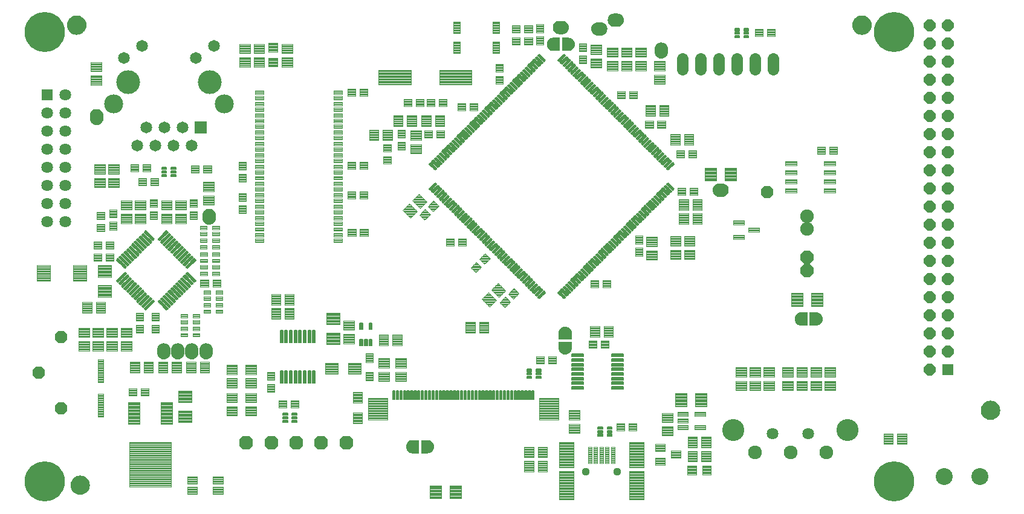
<source format=gts>
G75*
%MOIN*%
%OFA0B0*%
%FSLAX25Y25*%
%IPPOS*%
%LPD*%
%AMOC8*
5,1,8,0,0,1.08239X$1,22.5*
%
%ADD10C,0.00500*%
%ADD11C,0.00419*%
%ADD12C,0.00449*%
%ADD13C,0.00572*%
%ADD14C,0.00444*%
%ADD15C,0.00408*%
%ADD16C,0.00455*%
%ADD17C,0.00467*%
%ADD18C,0.00455*%
%ADD19C,0.00100*%
%ADD20R,0.06406X0.06406*%
%ADD21OC8,0.06406*%
%ADD22C,0.06406*%
%ADD23OC8,0.07587*%
%ADD24C,0.07587*%
%ADD25C,0.12161*%
%ADD26C,0.00418*%
%ADD27C,0.06500*%
%ADD28R,0.06500X0.06500*%
%ADD29C,0.13098*%
%ADD30C,0.10500*%
%ADD31C,0.00494*%
%ADD32C,0.00573*%
%ADD33C,0.00576*%
%ADD34C,0.00487*%
%ADD35C,0.00519*%
%ADD36C,0.00448*%
%ADD37C,0.00445*%
%ADD38C,0.00486*%
%ADD39C,0.04437*%
%ADD40C,0.00429*%
%ADD41OC8,0.06996*%
%ADD42C,0.09358*%
%ADD43C,0.06406*%
%ADD44C,0.00545*%
%ADD45C,0.00445*%
%ADD46C,0.07500*%
%ADD47OC8,0.07500*%
%ADD48C,0.00551*%
%ADD49C,0.00463*%
%ADD50C,0.22154*%
D10*
X0084194Y0146835D02*
X0084908Y0146335D01*
X0085698Y0145967D01*
X0086540Y0145741D01*
X0087408Y0145665D01*
X0088276Y0145741D01*
X0089118Y0145967D01*
X0089908Y0146335D01*
X0090622Y0146835D01*
X0091238Y0147451D01*
X0091738Y0148165D01*
X0092106Y0148955D01*
X0092332Y0149797D01*
X0092408Y0150665D01*
X0092332Y0151534D01*
X0092106Y0152375D01*
X0091738Y0153165D01*
X0091238Y0153879D01*
X0090622Y0154496D01*
X0089908Y0154995D01*
X0089118Y0155364D01*
X0088276Y0155589D01*
X0087408Y0155665D01*
X0086540Y0155589D01*
X0085698Y0155364D01*
X0084908Y0154995D01*
X0084194Y0154496D01*
X0083578Y0153879D01*
X0083078Y0153165D01*
X0082710Y0152375D01*
X0082484Y0151534D01*
X0082408Y0150665D01*
X0082484Y0149797D01*
X0082710Y0148955D01*
X0083078Y0148165D01*
X0083578Y0147451D01*
X0084194Y0146835D01*
X0084201Y0146831D02*
X0090615Y0146831D01*
X0091116Y0147329D02*
X0083700Y0147329D01*
X0083314Y0147828D02*
X0091502Y0147828D01*
X0091813Y0148326D02*
X0083003Y0148326D01*
X0082770Y0148825D02*
X0092046Y0148825D01*
X0092205Y0149323D02*
X0082611Y0149323D01*
X0082482Y0149822D02*
X0092334Y0149822D01*
X0092378Y0150320D02*
X0082438Y0150320D01*
X0082421Y0150819D02*
X0092395Y0150819D01*
X0092351Y0151317D02*
X0082465Y0151317D01*
X0082560Y0151816D02*
X0092256Y0151816D01*
X0092123Y0152314D02*
X0082693Y0152314D01*
X0082913Y0152813D02*
X0091903Y0152813D01*
X0091636Y0153311D02*
X0083180Y0153311D01*
X0083529Y0153810D02*
X0091287Y0153810D01*
X0090809Y0154308D02*
X0084007Y0154308D01*
X0084638Y0154807D02*
X0090178Y0154807D01*
X0089244Y0155305D02*
X0085572Y0155305D01*
X0084915Y0146332D02*
X0089901Y0146332D01*
X0088620Y0145833D02*
X0086196Y0145833D01*
X0085439Y0399602D02*
X0084571Y0399678D01*
X0083729Y0399904D01*
X0082939Y0400272D01*
X0082226Y0400772D01*
X0081609Y0401388D01*
X0081109Y0402102D01*
X0080741Y0402892D01*
X0080515Y0403734D01*
X0080439Y0404602D01*
X0080515Y0405471D01*
X0080741Y0406312D01*
X0081109Y0407102D01*
X0081609Y0407816D01*
X0082226Y0408433D01*
X0082939Y0408932D01*
X0083729Y0409301D01*
X0084571Y0409526D01*
X0085439Y0409602D01*
X0086308Y0409526D01*
X0087150Y0409301D01*
X0087939Y0408932D01*
X0088653Y0408433D01*
X0089270Y0407816D01*
X0089770Y0407102D01*
X0090138Y0406312D01*
X0090364Y0405471D01*
X0090439Y0404602D01*
X0090364Y0403734D01*
X0090138Y0402892D01*
X0089770Y0402102D01*
X0089270Y0401388D01*
X0088653Y0400772D01*
X0087939Y0400272D01*
X0087150Y0399904D01*
X0086308Y0399678D01*
X0085439Y0399602D01*
X0083364Y0400074D02*
X0087515Y0400074D01*
X0088369Y0400573D02*
X0082510Y0400573D01*
X0081926Y0401071D02*
X0088953Y0401071D01*
X0089397Y0401570D02*
X0081482Y0401570D01*
X0081133Y0402068D02*
X0089746Y0402068D01*
X0089986Y0402567D02*
X0080893Y0402567D01*
X0080695Y0403065D02*
X0090184Y0403065D01*
X0090318Y0403564D02*
X0080561Y0403564D01*
X0080487Y0404062D02*
X0090392Y0404062D01*
X0090436Y0404561D02*
X0080443Y0404561D01*
X0080479Y0405059D02*
X0090400Y0405059D01*
X0090340Y0405558D02*
X0080539Y0405558D01*
X0080672Y0406056D02*
X0090207Y0406056D01*
X0090025Y0406555D02*
X0080854Y0406555D01*
X0081087Y0407053D02*
X0089792Y0407053D01*
X0089455Y0407552D02*
X0081424Y0407552D01*
X0081843Y0408050D02*
X0089036Y0408050D01*
X0088487Y0408549D02*
X0082392Y0408549D01*
X0083186Y0409047D02*
X0087693Y0409047D01*
X0086084Y0409546D02*
X0084795Y0409546D01*
X0513510Y0404602D02*
X0513586Y0405471D01*
X0513812Y0406312D01*
X0514180Y0407102D01*
X0514680Y0407816D01*
X0515296Y0408433D01*
X0516010Y0408932D01*
X0516800Y0409301D01*
X0517642Y0409526D01*
X0518510Y0409602D01*
X0519379Y0409526D01*
X0520220Y0409301D01*
X0521010Y0408932D01*
X0521724Y0408433D01*
X0522341Y0407816D01*
X0522840Y0407102D01*
X0523209Y0406312D01*
X0523434Y0405471D01*
X0523510Y0404602D01*
X0523434Y0403734D01*
X0523209Y0402892D01*
X0522840Y0402102D01*
X0522341Y0401388D01*
X0521724Y0400772D01*
X0521010Y0400272D01*
X0520220Y0399904D01*
X0519379Y0399678D01*
X0518510Y0399602D01*
X0517642Y0399678D01*
X0516800Y0399904D01*
X0516010Y0400272D01*
X0515296Y0400772D01*
X0514680Y0401388D01*
X0514180Y0402102D01*
X0513812Y0402892D01*
X0513586Y0403734D01*
X0513510Y0404602D01*
X0513514Y0404561D02*
X0523507Y0404561D01*
X0523470Y0405059D02*
X0513550Y0405059D01*
X0513610Y0405558D02*
X0523411Y0405558D01*
X0523277Y0406056D02*
X0513743Y0406056D01*
X0513925Y0406555D02*
X0523096Y0406555D01*
X0522863Y0407053D02*
X0514157Y0407053D01*
X0514495Y0407552D02*
X0522526Y0407552D01*
X0522106Y0408050D02*
X0514914Y0408050D01*
X0515463Y0408549D02*
X0521558Y0408549D01*
X0520764Y0409047D02*
X0516257Y0409047D01*
X0517866Y0409546D02*
X0519155Y0409546D01*
X0523463Y0404062D02*
X0513558Y0404062D01*
X0513632Y0403564D02*
X0523389Y0403564D01*
X0523255Y0403065D02*
X0513766Y0403065D01*
X0513964Y0402567D02*
X0523057Y0402567D01*
X0522817Y0402068D02*
X0514204Y0402068D01*
X0514553Y0401570D02*
X0522468Y0401570D01*
X0522023Y0401071D02*
X0514997Y0401071D01*
X0515581Y0400573D02*
X0521440Y0400573D01*
X0520586Y0400074D02*
X0516435Y0400074D01*
X0587666Y0196702D02*
X0588508Y0196928D01*
X0589377Y0197004D01*
X0590245Y0196928D01*
X0591087Y0196702D01*
X0591877Y0196334D01*
X0592590Y0195834D01*
X0593207Y0195218D01*
X0593707Y0194504D01*
X0594075Y0193714D01*
X0594301Y0192872D01*
X0594377Y0192004D01*
X0594301Y0191136D01*
X0594075Y0190294D01*
X0593707Y0189504D01*
X0593207Y0188790D01*
X0592590Y0188174D01*
X0591877Y0187674D01*
X0591087Y0187305D01*
X0590245Y0187080D01*
X0589377Y0187004D01*
X0588508Y0187080D01*
X0587666Y0187305D01*
X0586877Y0187674D01*
X0586163Y0188174D01*
X0585546Y0188790D01*
X0585046Y0189504D01*
X0584678Y0190294D01*
X0584452Y0191136D01*
X0584377Y0192004D01*
X0584452Y0192872D01*
X0584678Y0193714D01*
X0585046Y0194504D01*
X0585546Y0195218D01*
X0586163Y0195834D01*
X0586877Y0196334D01*
X0587666Y0196702D01*
X0587622Y0196682D02*
X0591131Y0196682D01*
X0592092Y0196183D02*
X0586661Y0196183D01*
X0586013Y0195685D02*
X0592740Y0195685D01*
X0593229Y0195186D02*
X0585524Y0195186D01*
X0585175Y0194688D02*
X0593578Y0194688D01*
X0593853Y0194189D02*
X0584900Y0194189D01*
X0584672Y0193691D02*
X0594081Y0193691D01*
X0594215Y0193192D02*
X0584538Y0193192D01*
X0584437Y0192694D02*
X0594316Y0192694D01*
X0594360Y0192195D02*
X0584393Y0192195D01*
X0584403Y0191697D02*
X0594350Y0191697D01*
X0594306Y0191198D02*
X0584447Y0191198D01*
X0584569Y0190700D02*
X0594184Y0190700D01*
X0594032Y0190201D02*
X0584721Y0190201D01*
X0584954Y0189702D02*
X0593799Y0189702D01*
X0593497Y0189204D02*
X0585256Y0189204D01*
X0585631Y0188705D02*
X0593122Y0188705D01*
X0592624Y0188207D02*
X0586129Y0188207D01*
X0586827Y0187708D02*
X0591926Y0187708D01*
X0590730Y0187210D02*
X0588023Y0187210D01*
D11*
X0303260Y0371876D02*
X0285462Y0371876D01*
X0285462Y0379832D01*
X0303260Y0379832D01*
X0303260Y0371876D01*
X0303260Y0372294D02*
X0285462Y0372294D01*
X0285462Y0372712D02*
X0303260Y0372712D01*
X0303260Y0373130D02*
X0285462Y0373130D01*
X0285462Y0373548D02*
X0303260Y0373548D01*
X0303260Y0373966D02*
X0285462Y0373966D01*
X0285462Y0374384D02*
X0303260Y0374384D01*
X0303260Y0374802D02*
X0285462Y0374802D01*
X0285462Y0375220D02*
X0303260Y0375220D01*
X0303260Y0375638D02*
X0285462Y0375638D01*
X0285462Y0376056D02*
X0303260Y0376056D01*
X0303260Y0376474D02*
X0285462Y0376474D01*
X0285462Y0376892D02*
X0303260Y0376892D01*
X0303260Y0377310D02*
X0285462Y0377310D01*
X0285462Y0377728D02*
X0303260Y0377728D01*
X0303260Y0378146D02*
X0285462Y0378146D01*
X0285462Y0378564D02*
X0303260Y0378564D01*
X0303260Y0378982D02*
X0285462Y0378982D01*
X0285462Y0379400D02*
X0303260Y0379400D01*
X0303260Y0379818D02*
X0285462Y0379818D01*
X0269795Y0371876D02*
X0251997Y0371876D01*
X0251997Y0379832D01*
X0269795Y0379832D01*
X0269795Y0371876D01*
X0269795Y0372294D02*
X0251997Y0372294D01*
X0251997Y0372712D02*
X0269795Y0372712D01*
X0269795Y0373130D02*
X0251997Y0373130D01*
X0251997Y0373548D02*
X0269795Y0373548D01*
X0269795Y0373966D02*
X0251997Y0373966D01*
X0251997Y0374384D02*
X0269795Y0374384D01*
X0269795Y0374802D02*
X0251997Y0374802D01*
X0251997Y0375220D02*
X0269795Y0375220D01*
X0269795Y0375638D02*
X0251997Y0375638D01*
X0251997Y0376056D02*
X0269795Y0376056D01*
X0269795Y0376474D02*
X0251997Y0376474D01*
X0251997Y0376892D02*
X0269795Y0376892D01*
X0269795Y0377310D02*
X0251997Y0377310D01*
X0251997Y0377728D02*
X0269795Y0377728D01*
X0269795Y0378146D02*
X0251997Y0378146D01*
X0251997Y0378564D02*
X0269795Y0378564D01*
X0269795Y0378982D02*
X0251997Y0378982D01*
X0251997Y0379400D02*
X0269795Y0379400D01*
X0269795Y0379818D02*
X0251997Y0379818D01*
D12*
X0260053Y0348725D02*
X0265223Y0348725D01*
X0260053Y0348725D02*
X0260053Y0354683D01*
X0265223Y0354683D01*
X0265223Y0348725D01*
X0265223Y0349173D02*
X0260053Y0349173D01*
X0260053Y0349621D02*
X0265223Y0349621D01*
X0265223Y0350069D02*
X0260053Y0350069D01*
X0260053Y0350517D02*
X0265223Y0350517D01*
X0265223Y0350965D02*
X0260053Y0350965D01*
X0260053Y0351413D02*
X0265223Y0351413D01*
X0265223Y0351861D02*
X0260053Y0351861D01*
X0260053Y0352309D02*
X0265223Y0352309D01*
X0265223Y0352757D02*
X0260053Y0352757D01*
X0260053Y0353205D02*
X0265223Y0353205D01*
X0265223Y0353653D02*
X0260053Y0353653D01*
X0260053Y0354101D02*
X0265223Y0354101D01*
X0265223Y0354549D02*
X0260053Y0354549D01*
X0267534Y0348725D02*
X0272704Y0348725D01*
X0267534Y0348725D02*
X0267534Y0354683D01*
X0272704Y0354683D01*
X0272704Y0348725D01*
X0272704Y0349173D02*
X0267534Y0349173D01*
X0267534Y0349621D02*
X0272704Y0349621D01*
X0272704Y0350069D02*
X0267534Y0350069D01*
X0267534Y0350517D02*
X0272704Y0350517D01*
X0272704Y0350965D02*
X0267534Y0350965D01*
X0267534Y0351413D02*
X0272704Y0351413D01*
X0272704Y0351861D02*
X0267534Y0351861D01*
X0267534Y0352309D02*
X0272704Y0352309D01*
X0272704Y0352757D02*
X0267534Y0352757D01*
X0267534Y0353205D02*
X0272704Y0353205D01*
X0272704Y0353653D02*
X0267534Y0353653D01*
X0267534Y0354101D02*
X0272704Y0354101D01*
X0272704Y0354549D02*
X0267534Y0354549D01*
X0275603Y0354683D02*
X0280773Y0354683D01*
X0280773Y0348725D01*
X0275603Y0348725D01*
X0275603Y0354683D01*
X0275603Y0349173D02*
X0280773Y0349173D01*
X0280773Y0349621D02*
X0275603Y0349621D01*
X0275603Y0350069D02*
X0280773Y0350069D01*
X0280773Y0350517D02*
X0275603Y0350517D01*
X0275603Y0350965D02*
X0280773Y0350965D01*
X0280773Y0351413D02*
X0275603Y0351413D01*
X0275603Y0351861D02*
X0280773Y0351861D01*
X0280773Y0352309D02*
X0275603Y0352309D01*
X0275603Y0352757D02*
X0280773Y0352757D01*
X0280773Y0353205D02*
X0275603Y0353205D01*
X0275603Y0353653D02*
X0280773Y0353653D01*
X0280773Y0354101D02*
X0275603Y0354101D01*
X0275603Y0354549D02*
X0280773Y0354549D01*
X0283084Y0354683D02*
X0288254Y0354683D01*
X0288254Y0348725D01*
X0283084Y0348725D01*
X0283084Y0354683D01*
X0283084Y0349173D02*
X0288254Y0349173D01*
X0288254Y0349621D02*
X0283084Y0349621D01*
X0283084Y0350069D02*
X0288254Y0350069D01*
X0288254Y0350517D02*
X0283084Y0350517D01*
X0283084Y0350965D02*
X0288254Y0350965D01*
X0288254Y0351413D02*
X0283084Y0351413D01*
X0283084Y0351861D02*
X0288254Y0351861D01*
X0288254Y0352309D02*
X0283084Y0352309D01*
X0283084Y0352757D02*
X0288254Y0352757D01*
X0288254Y0353205D02*
X0283084Y0353205D01*
X0283084Y0353653D02*
X0288254Y0353653D01*
X0288254Y0354101D02*
X0283084Y0354101D01*
X0283084Y0354549D02*
X0288254Y0354549D01*
X0269449Y0346379D02*
X0269449Y0341209D01*
X0269449Y0346379D02*
X0275407Y0346379D01*
X0275407Y0341209D01*
X0269449Y0341209D01*
X0269449Y0341657D02*
X0275407Y0341657D01*
X0275407Y0342105D02*
X0269449Y0342105D01*
X0269449Y0342553D02*
X0275407Y0342553D01*
X0275407Y0343001D02*
X0269449Y0343001D01*
X0269449Y0343449D02*
X0275407Y0343449D01*
X0275407Y0343897D02*
X0269449Y0343897D01*
X0269449Y0344345D02*
X0275407Y0344345D01*
X0275407Y0344793D02*
X0269449Y0344793D01*
X0269449Y0345241D02*
X0275407Y0345241D01*
X0275407Y0345689D02*
X0269449Y0345689D01*
X0269449Y0346137D02*
X0275407Y0346137D01*
X0269449Y0338899D02*
X0269449Y0333729D01*
X0269449Y0338899D02*
X0275407Y0338899D01*
X0275407Y0333729D01*
X0269449Y0333729D01*
X0269449Y0334177D02*
X0275407Y0334177D01*
X0275407Y0334625D02*
X0269449Y0334625D01*
X0269449Y0335073D02*
X0275407Y0335073D01*
X0275407Y0335521D02*
X0269449Y0335521D01*
X0269449Y0335969D02*
X0275407Y0335969D01*
X0275407Y0336417D02*
X0269449Y0336417D01*
X0269449Y0336865D02*
X0275407Y0336865D01*
X0275407Y0337313D02*
X0269449Y0337313D01*
X0269449Y0337761D02*
X0275407Y0337761D01*
X0275407Y0338209D02*
X0269449Y0338209D01*
X0269449Y0338657D02*
X0275407Y0338657D01*
X0259504Y0346933D02*
X0254334Y0346933D01*
X0259504Y0346933D02*
X0259504Y0340975D01*
X0254334Y0340975D01*
X0254334Y0346933D01*
X0254334Y0341423D02*
X0259504Y0341423D01*
X0259504Y0341871D02*
X0254334Y0341871D01*
X0254334Y0342319D02*
X0259504Y0342319D01*
X0259504Y0342767D02*
X0254334Y0342767D01*
X0254334Y0343215D02*
X0259504Y0343215D01*
X0259504Y0343663D02*
X0254334Y0343663D01*
X0254334Y0344111D02*
X0259504Y0344111D01*
X0259504Y0344559D02*
X0254334Y0344559D01*
X0254334Y0345007D02*
X0259504Y0345007D01*
X0259504Y0345455D02*
X0254334Y0345455D01*
X0254334Y0345903D02*
X0259504Y0345903D01*
X0259504Y0346351D02*
X0254334Y0346351D01*
X0254334Y0346799D02*
X0259504Y0346799D01*
X0252023Y0346933D02*
X0246853Y0346933D01*
X0252023Y0346933D02*
X0252023Y0340975D01*
X0246853Y0340975D01*
X0246853Y0346933D01*
X0246853Y0341423D02*
X0252023Y0341423D01*
X0252023Y0341871D02*
X0246853Y0341871D01*
X0246853Y0342319D02*
X0252023Y0342319D01*
X0252023Y0342767D02*
X0246853Y0342767D01*
X0246853Y0343215D02*
X0252023Y0343215D01*
X0252023Y0343663D02*
X0246853Y0343663D01*
X0246853Y0344111D02*
X0252023Y0344111D01*
X0252023Y0344559D02*
X0246853Y0344559D01*
X0246853Y0345007D02*
X0252023Y0345007D01*
X0252023Y0345455D02*
X0246853Y0345455D01*
X0246853Y0345903D02*
X0252023Y0345903D01*
X0252023Y0346351D02*
X0246853Y0346351D01*
X0246853Y0346799D02*
X0252023Y0346799D01*
X0204407Y0381579D02*
X0204407Y0386749D01*
X0204407Y0381579D02*
X0198449Y0381579D01*
X0198449Y0386749D01*
X0204407Y0386749D01*
X0204407Y0382027D02*
X0198449Y0382027D01*
X0198449Y0382475D02*
X0204407Y0382475D01*
X0204407Y0382923D02*
X0198449Y0382923D01*
X0198449Y0383371D02*
X0204407Y0383371D01*
X0204407Y0383819D02*
X0198449Y0383819D01*
X0198449Y0384267D02*
X0204407Y0384267D01*
X0204407Y0384715D02*
X0198449Y0384715D01*
X0198449Y0385163D02*
X0204407Y0385163D01*
X0204407Y0385611D02*
X0198449Y0385611D01*
X0198449Y0386059D02*
X0204407Y0386059D01*
X0204407Y0386507D02*
X0198449Y0386507D01*
X0204407Y0389059D02*
X0204407Y0394229D01*
X0204407Y0389059D02*
X0198449Y0389059D01*
X0198449Y0394229D01*
X0204407Y0394229D01*
X0204407Y0389507D02*
X0198449Y0389507D01*
X0198449Y0389955D02*
X0204407Y0389955D01*
X0204407Y0390403D02*
X0198449Y0390403D01*
X0198449Y0390851D02*
X0204407Y0390851D01*
X0204407Y0391299D02*
X0198449Y0391299D01*
X0198449Y0391747D02*
X0204407Y0391747D01*
X0204407Y0392195D02*
X0198449Y0392195D01*
X0198449Y0392643D02*
X0204407Y0392643D01*
X0204407Y0393091D02*
X0198449Y0393091D01*
X0198449Y0393539D02*
X0204407Y0393539D01*
X0204407Y0393987D02*
X0198449Y0393987D01*
X0189007Y0394279D02*
X0189007Y0389109D01*
X0183049Y0389109D01*
X0183049Y0394279D01*
X0189007Y0394279D01*
X0189007Y0389557D02*
X0183049Y0389557D01*
X0183049Y0390005D02*
X0189007Y0390005D01*
X0189007Y0390453D02*
X0183049Y0390453D01*
X0183049Y0390901D02*
X0189007Y0390901D01*
X0189007Y0391349D02*
X0183049Y0391349D01*
X0183049Y0391797D02*
X0189007Y0391797D01*
X0189007Y0392245D02*
X0183049Y0392245D01*
X0183049Y0392693D02*
X0189007Y0392693D01*
X0189007Y0393141D02*
X0183049Y0393141D01*
X0183049Y0393589D02*
X0189007Y0393589D01*
X0189007Y0394037D02*
X0183049Y0394037D01*
X0181307Y0394279D02*
X0181307Y0389109D01*
X0175349Y0389109D01*
X0175349Y0394279D01*
X0181307Y0394279D01*
X0181307Y0389557D02*
X0175349Y0389557D01*
X0175349Y0390005D02*
X0181307Y0390005D01*
X0181307Y0390453D02*
X0175349Y0390453D01*
X0175349Y0390901D02*
X0181307Y0390901D01*
X0181307Y0391349D02*
X0175349Y0391349D01*
X0175349Y0391797D02*
X0181307Y0391797D01*
X0181307Y0392245D02*
X0175349Y0392245D01*
X0175349Y0392693D02*
X0181307Y0392693D01*
X0181307Y0393141D02*
X0175349Y0393141D01*
X0175349Y0393589D02*
X0181307Y0393589D01*
X0181307Y0394037D02*
X0175349Y0394037D01*
X0181307Y0386799D02*
X0181307Y0381629D01*
X0175349Y0381629D01*
X0175349Y0386799D01*
X0181307Y0386799D01*
X0181307Y0382077D02*
X0175349Y0382077D01*
X0175349Y0382525D02*
X0181307Y0382525D01*
X0181307Y0382973D02*
X0175349Y0382973D01*
X0175349Y0383421D02*
X0181307Y0383421D01*
X0181307Y0383869D02*
X0175349Y0383869D01*
X0175349Y0384317D02*
X0181307Y0384317D01*
X0181307Y0384765D02*
X0175349Y0384765D01*
X0175349Y0385213D02*
X0181307Y0385213D01*
X0181307Y0385661D02*
X0175349Y0385661D01*
X0175349Y0386109D02*
X0181307Y0386109D01*
X0181307Y0386557D02*
X0175349Y0386557D01*
X0189007Y0386799D02*
X0189007Y0381629D01*
X0183049Y0381629D01*
X0183049Y0386799D01*
X0189007Y0386799D01*
X0189007Y0382077D02*
X0183049Y0382077D01*
X0183049Y0382525D02*
X0189007Y0382525D01*
X0189007Y0382973D02*
X0183049Y0382973D01*
X0183049Y0383421D02*
X0189007Y0383421D01*
X0189007Y0383869D02*
X0183049Y0383869D01*
X0183049Y0384317D02*
X0189007Y0384317D01*
X0189007Y0384765D02*
X0183049Y0384765D01*
X0183049Y0385213D02*
X0189007Y0385213D01*
X0189007Y0385661D02*
X0183049Y0385661D01*
X0183049Y0386109D02*
X0189007Y0386109D01*
X0189007Y0386557D02*
X0183049Y0386557D01*
X0099157Y0384279D02*
X0099157Y0379109D01*
X0093199Y0379109D01*
X0093199Y0384279D01*
X0099157Y0384279D01*
X0099157Y0379557D02*
X0093199Y0379557D01*
X0093199Y0380005D02*
X0099157Y0380005D01*
X0099157Y0380453D02*
X0093199Y0380453D01*
X0093199Y0380901D02*
X0099157Y0380901D01*
X0099157Y0381349D02*
X0093199Y0381349D01*
X0093199Y0381797D02*
X0099157Y0381797D01*
X0099157Y0382245D02*
X0093199Y0382245D01*
X0093199Y0382693D02*
X0099157Y0382693D01*
X0099157Y0383141D02*
X0093199Y0383141D01*
X0093199Y0383589D02*
X0099157Y0383589D01*
X0099157Y0384037D02*
X0093199Y0384037D01*
X0099157Y0376799D02*
X0099157Y0371629D01*
X0093199Y0371629D01*
X0093199Y0376799D01*
X0099157Y0376799D01*
X0099157Y0372077D02*
X0093199Y0372077D01*
X0093199Y0372525D02*
X0099157Y0372525D01*
X0099157Y0372973D02*
X0093199Y0372973D01*
X0093199Y0373421D02*
X0099157Y0373421D01*
X0099157Y0373869D02*
X0093199Y0373869D01*
X0093199Y0374317D02*
X0099157Y0374317D01*
X0099157Y0374765D02*
X0093199Y0374765D01*
X0093199Y0375213D02*
X0099157Y0375213D01*
X0099157Y0375661D02*
X0093199Y0375661D01*
X0093199Y0376109D02*
X0099157Y0376109D01*
X0099157Y0376557D02*
X0093199Y0376557D01*
X0095149Y0327679D02*
X0095149Y0322509D01*
X0095149Y0327679D02*
X0101107Y0327679D01*
X0101107Y0322509D01*
X0095149Y0322509D01*
X0095149Y0322957D02*
X0101107Y0322957D01*
X0101107Y0323405D02*
X0095149Y0323405D01*
X0095149Y0323853D02*
X0101107Y0323853D01*
X0101107Y0324301D02*
X0095149Y0324301D01*
X0095149Y0324749D02*
X0101107Y0324749D01*
X0101107Y0325197D02*
X0095149Y0325197D01*
X0095149Y0325645D02*
X0101107Y0325645D01*
X0101107Y0326093D02*
X0095149Y0326093D01*
X0095149Y0326541D02*
X0101107Y0326541D01*
X0101107Y0326989D02*
X0095149Y0326989D01*
X0095149Y0327437D02*
X0101107Y0327437D01*
X0102899Y0327679D02*
X0102899Y0322509D01*
X0102899Y0327679D02*
X0108857Y0327679D01*
X0108857Y0322509D01*
X0102899Y0322509D01*
X0102899Y0322957D02*
X0108857Y0322957D01*
X0108857Y0323405D02*
X0102899Y0323405D01*
X0102899Y0323853D02*
X0108857Y0323853D01*
X0108857Y0324301D02*
X0102899Y0324301D01*
X0102899Y0324749D02*
X0108857Y0324749D01*
X0108857Y0325197D02*
X0102899Y0325197D01*
X0102899Y0325645D02*
X0108857Y0325645D01*
X0108857Y0326093D02*
X0102899Y0326093D01*
X0102899Y0326541D02*
X0108857Y0326541D01*
X0108857Y0326989D02*
X0102899Y0326989D01*
X0102899Y0327437D02*
X0108857Y0327437D01*
X0102899Y0320199D02*
X0102899Y0315029D01*
X0102899Y0320199D02*
X0108857Y0320199D01*
X0108857Y0315029D01*
X0102899Y0315029D01*
X0102899Y0315477D02*
X0108857Y0315477D01*
X0108857Y0315925D02*
X0102899Y0315925D01*
X0102899Y0316373D02*
X0108857Y0316373D01*
X0108857Y0316821D02*
X0102899Y0316821D01*
X0102899Y0317269D02*
X0108857Y0317269D01*
X0108857Y0317717D02*
X0102899Y0317717D01*
X0102899Y0318165D02*
X0108857Y0318165D01*
X0108857Y0318613D02*
X0102899Y0318613D01*
X0102899Y0319061D02*
X0108857Y0319061D01*
X0108857Y0319509D02*
X0102899Y0319509D01*
X0102899Y0319957D02*
X0108857Y0319957D01*
X0095149Y0320199D02*
X0095149Y0315029D01*
X0095149Y0320199D02*
X0101107Y0320199D01*
X0101107Y0315029D01*
X0095149Y0315029D01*
X0095149Y0315477D02*
X0101107Y0315477D01*
X0101107Y0315925D02*
X0095149Y0315925D01*
X0095149Y0316373D02*
X0101107Y0316373D01*
X0101107Y0316821D02*
X0095149Y0316821D01*
X0095149Y0317269D02*
X0101107Y0317269D01*
X0101107Y0317717D02*
X0095149Y0317717D01*
X0095149Y0318165D02*
X0101107Y0318165D01*
X0101107Y0318613D02*
X0095149Y0318613D01*
X0095149Y0319061D02*
X0101107Y0319061D01*
X0101107Y0319509D02*
X0095149Y0319509D01*
X0095149Y0319957D02*
X0101107Y0319957D01*
X0109799Y0307929D02*
X0109799Y0302759D01*
X0109799Y0307929D02*
X0115757Y0307929D01*
X0115757Y0302759D01*
X0109799Y0302759D01*
X0109799Y0303207D02*
X0115757Y0303207D01*
X0115757Y0303655D02*
X0109799Y0303655D01*
X0109799Y0304103D02*
X0115757Y0304103D01*
X0115757Y0304551D02*
X0109799Y0304551D01*
X0109799Y0304999D02*
X0115757Y0304999D01*
X0115757Y0305447D02*
X0109799Y0305447D01*
X0109799Y0305895D02*
X0115757Y0305895D01*
X0115757Y0306343D02*
X0109799Y0306343D01*
X0109799Y0306791D02*
X0115757Y0306791D01*
X0115757Y0307239D02*
X0109799Y0307239D01*
X0109799Y0307687D02*
X0115757Y0307687D01*
X0123457Y0307929D02*
X0123457Y0302759D01*
X0117499Y0302759D01*
X0117499Y0307929D01*
X0123457Y0307929D01*
X0123457Y0303207D02*
X0117499Y0303207D01*
X0117499Y0303655D02*
X0123457Y0303655D01*
X0123457Y0304103D02*
X0117499Y0304103D01*
X0117499Y0304551D02*
X0123457Y0304551D01*
X0123457Y0304999D02*
X0117499Y0304999D01*
X0117499Y0305447D02*
X0123457Y0305447D01*
X0123457Y0305895D02*
X0117499Y0305895D01*
X0117499Y0306343D02*
X0123457Y0306343D01*
X0123457Y0306791D02*
X0117499Y0306791D01*
X0117499Y0307239D02*
X0123457Y0307239D01*
X0123457Y0307687D02*
X0117499Y0307687D01*
X0123457Y0300449D02*
X0123457Y0295279D01*
X0117499Y0295279D01*
X0117499Y0300449D01*
X0123457Y0300449D01*
X0123457Y0295727D02*
X0117499Y0295727D01*
X0117499Y0296175D02*
X0123457Y0296175D01*
X0123457Y0296623D02*
X0117499Y0296623D01*
X0117499Y0297071D02*
X0123457Y0297071D01*
X0123457Y0297519D02*
X0117499Y0297519D01*
X0117499Y0297967D02*
X0123457Y0297967D01*
X0123457Y0298415D02*
X0117499Y0298415D01*
X0117499Y0298863D02*
X0123457Y0298863D01*
X0123457Y0299311D02*
X0117499Y0299311D01*
X0117499Y0299759D02*
X0123457Y0299759D01*
X0123457Y0300207D02*
X0117499Y0300207D01*
X0109799Y0300449D02*
X0109799Y0295279D01*
X0109799Y0300449D02*
X0115757Y0300449D01*
X0115757Y0295279D01*
X0109799Y0295279D01*
X0109799Y0295727D02*
X0115757Y0295727D01*
X0115757Y0296175D02*
X0109799Y0296175D01*
X0109799Y0296623D02*
X0115757Y0296623D01*
X0115757Y0297071D02*
X0109799Y0297071D01*
X0109799Y0297519D02*
X0115757Y0297519D01*
X0115757Y0297967D02*
X0109799Y0297967D01*
X0109799Y0298415D02*
X0115757Y0298415D01*
X0115757Y0298863D02*
X0109799Y0298863D01*
X0109799Y0299311D02*
X0115757Y0299311D01*
X0115757Y0299759D02*
X0109799Y0299759D01*
X0109799Y0300207D02*
X0115757Y0300207D01*
X0132049Y0300449D02*
X0132049Y0295279D01*
X0132049Y0300449D02*
X0138007Y0300449D01*
X0138007Y0295279D01*
X0132049Y0295279D01*
X0132049Y0295727D02*
X0138007Y0295727D01*
X0138007Y0296175D02*
X0132049Y0296175D01*
X0132049Y0296623D02*
X0138007Y0296623D01*
X0138007Y0297071D02*
X0132049Y0297071D01*
X0132049Y0297519D02*
X0138007Y0297519D01*
X0138007Y0297967D02*
X0132049Y0297967D01*
X0132049Y0298415D02*
X0138007Y0298415D01*
X0138007Y0298863D02*
X0132049Y0298863D01*
X0132049Y0299311D02*
X0138007Y0299311D01*
X0138007Y0299759D02*
X0132049Y0299759D01*
X0132049Y0300207D02*
X0138007Y0300207D01*
X0145757Y0300449D02*
X0145757Y0295279D01*
X0139799Y0295279D01*
X0139799Y0300449D01*
X0145757Y0300449D01*
X0145757Y0295727D02*
X0139799Y0295727D01*
X0139799Y0296175D02*
X0145757Y0296175D01*
X0145757Y0296623D02*
X0139799Y0296623D01*
X0139799Y0297071D02*
X0145757Y0297071D01*
X0145757Y0297519D02*
X0139799Y0297519D01*
X0139799Y0297967D02*
X0145757Y0297967D01*
X0145757Y0298415D02*
X0139799Y0298415D01*
X0139799Y0298863D02*
X0145757Y0298863D01*
X0145757Y0299311D02*
X0139799Y0299311D01*
X0139799Y0299759D02*
X0145757Y0299759D01*
X0145757Y0300207D02*
X0139799Y0300207D01*
X0145757Y0302759D02*
X0145757Y0307929D01*
X0145757Y0302759D02*
X0139799Y0302759D01*
X0139799Y0307929D01*
X0145757Y0307929D01*
X0145757Y0303207D02*
X0139799Y0303207D01*
X0139799Y0303655D02*
X0145757Y0303655D01*
X0145757Y0304103D02*
X0139799Y0304103D01*
X0139799Y0304551D02*
X0145757Y0304551D01*
X0145757Y0304999D02*
X0139799Y0304999D01*
X0139799Y0305447D02*
X0145757Y0305447D01*
X0145757Y0305895D02*
X0139799Y0305895D01*
X0139799Y0306343D02*
X0145757Y0306343D01*
X0145757Y0306791D02*
X0139799Y0306791D01*
X0139799Y0307239D02*
X0145757Y0307239D01*
X0145757Y0307687D02*
X0139799Y0307687D01*
X0132049Y0307929D02*
X0132049Y0302759D01*
X0132049Y0307929D02*
X0138007Y0307929D01*
X0138007Y0302759D01*
X0132049Y0302759D01*
X0132049Y0303207D02*
X0138007Y0303207D01*
X0138007Y0303655D02*
X0132049Y0303655D01*
X0132049Y0304103D02*
X0138007Y0304103D01*
X0138007Y0304551D02*
X0132049Y0304551D01*
X0132049Y0304999D02*
X0138007Y0304999D01*
X0138007Y0305447D02*
X0132049Y0305447D01*
X0132049Y0305895D02*
X0138007Y0305895D01*
X0138007Y0306343D02*
X0132049Y0306343D01*
X0132049Y0306791D02*
X0138007Y0306791D01*
X0138007Y0307239D02*
X0132049Y0307239D01*
X0132049Y0307687D02*
X0138007Y0307687D01*
X0155199Y0305429D02*
X0155199Y0310599D01*
X0161157Y0310599D01*
X0161157Y0305429D01*
X0155199Y0305429D01*
X0155199Y0305877D02*
X0161157Y0305877D01*
X0161157Y0306325D02*
X0155199Y0306325D01*
X0155199Y0306773D02*
X0161157Y0306773D01*
X0161157Y0307221D02*
X0155199Y0307221D01*
X0155199Y0307669D02*
X0161157Y0307669D01*
X0161157Y0308117D02*
X0155199Y0308117D01*
X0155199Y0308565D02*
X0161157Y0308565D01*
X0161157Y0309013D02*
X0155199Y0309013D01*
X0155199Y0309461D02*
X0161157Y0309461D01*
X0161157Y0309909D02*
X0155199Y0309909D01*
X0155199Y0310357D02*
X0161157Y0310357D01*
X0155199Y0312909D02*
X0155199Y0318079D01*
X0161157Y0318079D01*
X0161157Y0312909D01*
X0155199Y0312909D01*
X0155199Y0313357D02*
X0161157Y0313357D01*
X0161157Y0313805D02*
X0155199Y0313805D01*
X0155199Y0314253D02*
X0161157Y0314253D01*
X0161157Y0314701D02*
X0155199Y0314701D01*
X0155199Y0315149D02*
X0161157Y0315149D01*
X0161157Y0315597D02*
X0155199Y0315597D01*
X0155199Y0316045D02*
X0161157Y0316045D01*
X0161157Y0316493D02*
X0155199Y0316493D01*
X0155199Y0316941D02*
X0161157Y0316941D01*
X0161157Y0317389D02*
X0155199Y0317389D01*
X0155199Y0317837D02*
X0161157Y0317837D01*
X0192703Y0250225D02*
X0197873Y0250225D01*
X0192703Y0250225D02*
X0192703Y0256183D01*
X0197873Y0256183D01*
X0197873Y0250225D01*
X0197873Y0250673D02*
X0192703Y0250673D01*
X0192703Y0251121D02*
X0197873Y0251121D01*
X0197873Y0251569D02*
X0192703Y0251569D01*
X0192703Y0252017D02*
X0197873Y0252017D01*
X0197873Y0252465D02*
X0192703Y0252465D01*
X0192703Y0252913D02*
X0197873Y0252913D01*
X0197873Y0253361D02*
X0192703Y0253361D01*
X0192703Y0253809D02*
X0197873Y0253809D01*
X0197873Y0254257D02*
X0192703Y0254257D01*
X0192703Y0254705D02*
X0197873Y0254705D01*
X0197873Y0255153D02*
X0192703Y0255153D01*
X0192703Y0255601D02*
X0197873Y0255601D01*
X0197873Y0256049D02*
X0192703Y0256049D01*
X0200184Y0250225D02*
X0205354Y0250225D01*
X0200184Y0250225D02*
X0200184Y0256183D01*
X0205354Y0256183D01*
X0205354Y0250225D01*
X0205354Y0250673D02*
X0200184Y0250673D01*
X0200184Y0251121D02*
X0205354Y0251121D01*
X0205354Y0251569D02*
X0200184Y0251569D01*
X0200184Y0252017D02*
X0205354Y0252017D01*
X0205354Y0252465D02*
X0200184Y0252465D01*
X0200184Y0252913D02*
X0205354Y0252913D01*
X0205354Y0253361D02*
X0200184Y0253361D01*
X0200184Y0253809D02*
X0205354Y0253809D01*
X0205354Y0254257D02*
X0200184Y0254257D01*
X0200184Y0254705D02*
X0205354Y0254705D01*
X0205354Y0255153D02*
X0200184Y0255153D01*
X0200184Y0255601D02*
X0205354Y0255601D01*
X0205354Y0256049D02*
X0200184Y0256049D01*
X0200184Y0242475D02*
X0205354Y0242475D01*
X0200184Y0242475D02*
X0200184Y0248433D01*
X0205354Y0248433D01*
X0205354Y0242475D01*
X0205354Y0242923D02*
X0200184Y0242923D01*
X0200184Y0243371D02*
X0205354Y0243371D01*
X0205354Y0243819D02*
X0200184Y0243819D01*
X0200184Y0244267D02*
X0205354Y0244267D01*
X0205354Y0244715D02*
X0200184Y0244715D01*
X0200184Y0245163D02*
X0205354Y0245163D01*
X0205354Y0245611D02*
X0200184Y0245611D01*
X0200184Y0246059D02*
X0205354Y0246059D01*
X0205354Y0246507D02*
X0200184Y0246507D01*
X0200184Y0246955D02*
X0205354Y0246955D01*
X0205354Y0247403D02*
X0200184Y0247403D01*
X0200184Y0247851D02*
X0205354Y0247851D01*
X0205354Y0248299D02*
X0200184Y0248299D01*
X0197873Y0242475D02*
X0192703Y0242475D01*
X0192703Y0248433D01*
X0197873Y0248433D01*
X0197873Y0242475D01*
X0197873Y0242923D02*
X0192703Y0242923D01*
X0192703Y0243371D02*
X0197873Y0243371D01*
X0197873Y0243819D02*
X0192703Y0243819D01*
X0192703Y0244267D02*
X0197873Y0244267D01*
X0197873Y0244715D02*
X0192703Y0244715D01*
X0192703Y0245163D02*
X0197873Y0245163D01*
X0197873Y0245611D02*
X0192703Y0245611D01*
X0192703Y0246059D02*
X0197873Y0246059D01*
X0197873Y0246507D02*
X0192703Y0246507D01*
X0192703Y0246955D02*
X0197873Y0246955D01*
X0197873Y0247403D02*
X0192703Y0247403D01*
X0192703Y0247851D02*
X0197873Y0247851D01*
X0197873Y0248299D02*
X0192703Y0248299D01*
X0238457Y0241579D02*
X0238457Y0236409D01*
X0232499Y0236409D01*
X0232499Y0241579D01*
X0238457Y0241579D01*
X0238457Y0236857D02*
X0232499Y0236857D01*
X0232499Y0237305D02*
X0238457Y0237305D01*
X0238457Y0237753D02*
X0232499Y0237753D01*
X0232499Y0238201D02*
X0238457Y0238201D01*
X0238457Y0238649D02*
X0232499Y0238649D01*
X0232499Y0239097D02*
X0238457Y0239097D01*
X0238457Y0239545D02*
X0232499Y0239545D01*
X0232499Y0239993D02*
X0238457Y0239993D01*
X0238457Y0240441D02*
X0232499Y0240441D01*
X0232499Y0240889D02*
X0238457Y0240889D01*
X0238457Y0241337D02*
X0232499Y0241337D01*
X0238457Y0234099D02*
X0238457Y0228929D01*
X0232499Y0228929D01*
X0232499Y0234099D01*
X0238457Y0234099D01*
X0238457Y0229377D02*
X0232499Y0229377D01*
X0232499Y0229825D02*
X0238457Y0229825D01*
X0238457Y0230273D02*
X0232499Y0230273D01*
X0232499Y0230721D02*
X0238457Y0230721D01*
X0238457Y0231169D02*
X0232499Y0231169D01*
X0232499Y0231617D02*
X0238457Y0231617D01*
X0238457Y0232065D02*
X0232499Y0232065D01*
X0232499Y0232513D02*
X0238457Y0232513D01*
X0238457Y0232961D02*
X0232499Y0232961D01*
X0232499Y0233409D02*
X0238457Y0233409D01*
X0238457Y0233857D02*
X0232499Y0233857D01*
X0252153Y0227925D02*
X0257323Y0227925D01*
X0252153Y0227925D02*
X0252153Y0233883D01*
X0257323Y0233883D01*
X0257323Y0227925D01*
X0257323Y0228373D02*
X0252153Y0228373D01*
X0252153Y0228821D02*
X0257323Y0228821D01*
X0257323Y0229269D02*
X0252153Y0229269D01*
X0252153Y0229717D02*
X0257323Y0229717D01*
X0257323Y0230165D02*
X0252153Y0230165D01*
X0252153Y0230613D02*
X0257323Y0230613D01*
X0257323Y0231061D02*
X0252153Y0231061D01*
X0252153Y0231509D02*
X0257323Y0231509D01*
X0257323Y0231957D02*
X0252153Y0231957D01*
X0252153Y0232405D02*
X0257323Y0232405D01*
X0257323Y0232853D02*
X0252153Y0232853D01*
X0252153Y0233301D02*
X0257323Y0233301D01*
X0257323Y0233749D02*
X0252153Y0233749D01*
X0259634Y0227925D02*
X0264804Y0227925D01*
X0259634Y0227925D02*
X0259634Y0233883D01*
X0264804Y0233883D01*
X0264804Y0227925D01*
X0264804Y0228373D02*
X0259634Y0228373D01*
X0259634Y0228821D02*
X0264804Y0228821D01*
X0264804Y0229269D02*
X0259634Y0229269D01*
X0259634Y0229717D02*
X0264804Y0229717D01*
X0264804Y0230165D02*
X0259634Y0230165D01*
X0259634Y0230613D02*
X0264804Y0230613D01*
X0264804Y0231061D02*
X0259634Y0231061D01*
X0259634Y0231509D02*
X0264804Y0231509D01*
X0264804Y0231957D02*
X0259634Y0231957D01*
X0259634Y0232405D02*
X0264804Y0232405D01*
X0264804Y0232853D02*
X0259634Y0232853D01*
X0259634Y0233301D02*
X0264804Y0233301D01*
X0264804Y0233749D02*
X0259634Y0233749D01*
X0267157Y0220779D02*
X0267157Y0215609D01*
X0261199Y0215609D01*
X0261199Y0220779D01*
X0267157Y0220779D01*
X0267157Y0216057D02*
X0261199Y0216057D01*
X0261199Y0216505D02*
X0267157Y0216505D01*
X0267157Y0216953D02*
X0261199Y0216953D01*
X0261199Y0217401D02*
X0267157Y0217401D01*
X0267157Y0217849D02*
X0261199Y0217849D01*
X0261199Y0218297D02*
X0267157Y0218297D01*
X0267157Y0218745D02*
X0261199Y0218745D01*
X0261199Y0219193D02*
X0267157Y0219193D01*
X0267157Y0219641D02*
X0261199Y0219641D01*
X0261199Y0220089D02*
X0267157Y0220089D01*
X0267157Y0220537D02*
X0261199Y0220537D01*
X0257807Y0220729D02*
X0257807Y0215559D01*
X0251849Y0215559D01*
X0251849Y0220729D01*
X0257807Y0220729D01*
X0257807Y0216007D02*
X0251849Y0216007D01*
X0251849Y0216455D02*
X0257807Y0216455D01*
X0257807Y0216903D02*
X0251849Y0216903D01*
X0251849Y0217351D02*
X0257807Y0217351D01*
X0257807Y0217799D02*
X0251849Y0217799D01*
X0251849Y0218247D02*
X0257807Y0218247D01*
X0257807Y0218695D02*
X0251849Y0218695D01*
X0251849Y0219143D02*
X0257807Y0219143D01*
X0257807Y0219591D02*
X0251849Y0219591D01*
X0251849Y0220039D02*
X0257807Y0220039D01*
X0257807Y0220487D02*
X0251849Y0220487D01*
X0257807Y0213249D02*
X0257807Y0208079D01*
X0251849Y0208079D01*
X0251849Y0213249D01*
X0257807Y0213249D01*
X0257807Y0208527D02*
X0251849Y0208527D01*
X0251849Y0208975D02*
X0257807Y0208975D01*
X0257807Y0209423D02*
X0251849Y0209423D01*
X0251849Y0209871D02*
X0257807Y0209871D01*
X0257807Y0210319D02*
X0251849Y0210319D01*
X0251849Y0210767D02*
X0257807Y0210767D01*
X0257807Y0211215D02*
X0251849Y0211215D01*
X0251849Y0211663D02*
X0257807Y0211663D01*
X0257807Y0212111D02*
X0251849Y0212111D01*
X0251849Y0212559D02*
X0257807Y0212559D01*
X0257807Y0213007D02*
X0251849Y0213007D01*
X0267157Y0213299D02*
X0267157Y0208129D01*
X0261199Y0208129D01*
X0261199Y0213299D01*
X0267157Y0213299D01*
X0267157Y0208577D02*
X0261199Y0208577D01*
X0261199Y0209025D02*
X0267157Y0209025D01*
X0267157Y0209473D02*
X0261199Y0209473D01*
X0261199Y0209921D02*
X0267157Y0209921D01*
X0267157Y0210369D02*
X0261199Y0210369D01*
X0261199Y0210817D02*
X0267157Y0210817D01*
X0267157Y0211265D02*
X0261199Y0211265D01*
X0261199Y0211713D02*
X0267157Y0211713D01*
X0267157Y0212161D02*
X0261199Y0212161D01*
X0261199Y0212609D02*
X0267157Y0212609D01*
X0267157Y0213057D02*
X0261199Y0213057D01*
X0300003Y0240683D02*
X0305173Y0240683D01*
X0305173Y0234725D01*
X0300003Y0234725D01*
X0300003Y0240683D01*
X0300003Y0235173D02*
X0305173Y0235173D01*
X0305173Y0235621D02*
X0300003Y0235621D01*
X0300003Y0236069D02*
X0305173Y0236069D01*
X0305173Y0236517D02*
X0300003Y0236517D01*
X0300003Y0236965D02*
X0305173Y0236965D01*
X0305173Y0237413D02*
X0300003Y0237413D01*
X0300003Y0237861D02*
X0305173Y0237861D01*
X0305173Y0238309D02*
X0300003Y0238309D01*
X0300003Y0238757D02*
X0305173Y0238757D01*
X0305173Y0239205D02*
X0300003Y0239205D01*
X0300003Y0239653D02*
X0305173Y0239653D01*
X0305173Y0240101D02*
X0300003Y0240101D01*
X0300003Y0240549D02*
X0305173Y0240549D01*
X0307484Y0240683D02*
X0312654Y0240683D01*
X0312654Y0234725D01*
X0307484Y0234725D01*
X0307484Y0240683D01*
X0307484Y0235173D02*
X0312654Y0235173D01*
X0312654Y0235621D02*
X0307484Y0235621D01*
X0307484Y0236069D02*
X0312654Y0236069D01*
X0312654Y0236517D02*
X0307484Y0236517D01*
X0307484Y0236965D02*
X0312654Y0236965D01*
X0312654Y0237413D02*
X0307484Y0237413D01*
X0307484Y0237861D02*
X0312654Y0237861D01*
X0312654Y0238309D02*
X0307484Y0238309D01*
X0307484Y0238757D02*
X0312654Y0238757D01*
X0312654Y0239205D02*
X0307484Y0239205D01*
X0307484Y0239653D02*
X0312654Y0239653D01*
X0312654Y0240101D02*
X0307484Y0240101D01*
X0307484Y0240549D02*
X0312654Y0240549D01*
X0308850Y0253338D02*
X0312506Y0256994D01*
X0316718Y0252782D01*
X0313062Y0249126D01*
X0308850Y0253338D01*
X0312614Y0249574D02*
X0313510Y0249574D01*
X0313958Y0250022D02*
X0312166Y0250022D01*
X0311718Y0250470D02*
X0314406Y0250470D01*
X0314854Y0250918D02*
X0311270Y0250918D01*
X0310822Y0251366D02*
X0315302Y0251366D01*
X0315750Y0251814D02*
X0310374Y0251814D01*
X0309926Y0252262D02*
X0316198Y0252262D01*
X0316646Y0252710D02*
X0309478Y0252710D01*
X0309030Y0253158D02*
X0316342Y0253158D01*
X0315894Y0253606D02*
X0309118Y0253606D01*
X0309566Y0254054D02*
X0315446Y0254054D01*
X0314998Y0254502D02*
X0310014Y0254502D01*
X0310462Y0254950D02*
X0314550Y0254950D01*
X0314102Y0255398D02*
X0310910Y0255398D01*
X0311358Y0255846D02*
X0313654Y0255846D01*
X0313206Y0256294D02*
X0311806Y0256294D01*
X0312254Y0256742D02*
X0312758Y0256742D01*
X0314139Y0258627D02*
X0317795Y0262283D01*
X0322007Y0258071D01*
X0318351Y0254415D01*
X0314139Y0258627D01*
X0317903Y0254863D02*
X0318799Y0254863D01*
X0319247Y0255311D02*
X0317455Y0255311D01*
X0317007Y0255759D02*
X0319695Y0255759D01*
X0320143Y0256207D02*
X0316559Y0256207D01*
X0316111Y0256655D02*
X0320591Y0256655D01*
X0321039Y0257103D02*
X0315663Y0257103D01*
X0315215Y0257551D02*
X0321487Y0257551D01*
X0321935Y0257999D02*
X0314767Y0257999D01*
X0314319Y0258447D02*
X0321631Y0258447D01*
X0321183Y0258895D02*
X0314407Y0258895D01*
X0314855Y0259343D02*
X0320735Y0259343D01*
X0320287Y0259791D02*
X0315303Y0259791D01*
X0315751Y0260239D02*
X0319839Y0260239D01*
X0319391Y0260687D02*
X0316199Y0260687D01*
X0316647Y0261135D02*
X0318943Y0261135D01*
X0318495Y0261583D02*
X0317095Y0261583D01*
X0317543Y0262031D02*
X0318047Y0262031D01*
X0368553Y0238533D02*
X0373723Y0238533D01*
X0373723Y0232575D01*
X0368553Y0232575D01*
X0368553Y0238533D01*
X0368553Y0233023D02*
X0373723Y0233023D01*
X0373723Y0233471D02*
X0368553Y0233471D01*
X0368553Y0233919D02*
X0373723Y0233919D01*
X0373723Y0234367D02*
X0368553Y0234367D01*
X0368553Y0234815D02*
X0373723Y0234815D01*
X0373723Y0235263D02*
X0368553Y0235263D01*
X0368553Y0235711D02*
X0373723Y0235711D01*
X0373723Y0236159D02*
X0368553Y0236159D01*
X0368553Y0236607D02*
X0373723Y0236607D01*
X0373723Y0237055D02*
X0368553Y0237055D01*
X0368553Y0237503D02*
X0373723Y0237503D01*
X0373723Y0237951D02*
X0368553Y0237951D01*
X0368553Y0238399D02*
X0373723Y0238399D01*
X0376034Y0238533D02*
X0381204Y0238533D01*
X0381204Y0232575D01*
X0376034Y0232575D01*
X0376034Y0238533D01*
X0376034Y0233023D02*
X0381204Y0233023D01*
X0381204Y0233471D02*
X0376034Y0233471D01*
X0376034Y0233919D02*
X0381204Y0233919D01*
X0381204Y0234367D02*
X0376034Y0234367D01*
X0376034Y0234815D02*
X0381204Y0234815D01*
X0381204Y0235263D02*
X0376034Y0235263D01*
X0376034Y0235711D02*
X0381204Y0235711D01*
X0381204Y0236159D02*
X0376034Y0236159D01*
X0376034Y0236607D02*
X0381204Y0236607D01*
X0381204Y0237055D02*
X0376034Y0237055D01*
X0376034Y0237503D02*
X0381204Y0237503D01*
X0381204Y0237951D02*
X0376034Y0237951D01*
X0376034Y0238399D02*
X0381204Y0238399D01*
X0399649Y0275029D02*
X0399649Y0280199D01*
X0405607Y0280199D01*
X0405607Y0275029D01*
X0399649Y0275029D01*
X0399649Y0275477D02*
X0405607Y0275477D01*
X0405607Y0275925D02*
X0399649Y0275925D01*
X0399649Y0276373D02*
X0405607Y0276373D01*
X0405607Y0276821D02*
X0399649Y0276821D01*
X0399649Y0277269D02*
X0405607Y0277269D01*
X0405607Y0277717D02*
X0399649Y0277717D01*
X0399649Y0278165D02*
X0405607Y0278165D01*
X0405607Y0278613D02*
X0399649Y0278613D01*
X0399649Y0279061D02*
X0405607Y0279061D01*
X0405607Y0279509D02*
X0399649Y0279509D01*
X0399649Y0279957D02*
X0405607Y0279957D01*
X0399649Y0282509D02*
X0399649Y0287679D01*
X0405607Y0287679D01*
X0405607Y0282509D01*
X0399649Y0282509D01*
X0399649Y0282957D02*
X0405607Y0282957D01*
X0405607Y0283405D02*
X0399649Y0283405D01*
X0399649Y0283853D02*
X0405607Y0283853D01*
X0405607Y0284301D02*
X0399649Y0284301D01*
X0399649Y0284749D02*
X0405607Y0284749D01*
X0405607Y0285197D02*
X0399649Y0285197D01*
X0399649Y0285645D02*
X0405607Y0285645D01*
X0405607Y0286093D02*
X0399649Y0286093D01*
X0399649Y0286541D02*
X0405607Y0286541D01*
X0405607Y0286989D02*
X0399649Y0286989D01*
X0399649Y0287437D02*
X0405607Y0287437D01*
X0418657Y0287979D02*
X0418657Y0282809D01*
X0412699Y0282809D01*
X0412699Y0287979D01*
X0418657Y0287979D01*
X0418657Y0283257D02*
X0412699Y0283257D01*
X0412699Y0283705D02*
X0418657Y0283705D01*
X0418657Y0284153D02*
X0412699Y0284153D01*
X0412699Y0284601D02*
X0418657Y0284601D01*
X0418657Y0285049D02*
X0412699Y0285049D01*
X0412699Y0285497D02*
X0418657Y0285497D01*
X0418657Y0285945D02*
X0412699Y0285945D01*
X0412699Y0286393D02*
X0418657Y0286393D01*
X0418657Y0286841D02*
X0412699Y0286841D01*
X0412699Y0287289D02*
X0418657Y0287289D01*
X0418657Y0287737D02*
X0412699Y0287737D01*
X0418657Y0280499D02*
X0418657Y0275329D01*
X0412699Y0275329D01*
X0412699Y0280499D01*
X0418657Y0280499D01*
X0418657Y0275777D02*
X0412699Y0275777D01*
X0412699Y0276225D02*
X0418657Y0276225D01*
X0418657Y0276673D02*
X0412699Y0276673D01*
X0412699Y0277121D02*
X0418657Y0277121D01*
X0418657Y0277569D02*
X0412699Y0277569D01*
X0412699Y0278017D02*
X0418657Y0278017D01*
X0418657Y0278465D02*
X0412699Y0278465D01*
X0412699Y0278913D02*
X0418657Y0278913D01*
X0418657Y0279361D02*
X0412699Y0279361D01*
X0412699Y0279809D02*
X0418657Y0279809D01*
X0418657Y0280257D02*
X0412699Y0280257D01*
X0426357Y0280499D02*
X0426357Y0275329D01*
X0420399Y0275329D01*
X0420399Y0280499D01*
X0426357Y0280499D01*
X0426357Y0275777D02*
X0420399Y0275777D01*
X0420399Y0276225D02*
X0426357Y0276225D01*
X0426357Y0276673D02*
X0420399Y0276673D01*
X0420399Y0277121D02*
X0426357Y0277121D01*
X0426357Y0277569D02*
X0420399Y0277569D01*
X0420399Y0278017D02*
X0426357Y0278017D01*
X0426357Y0278465D02*
X0420399Y0278465D01*
X0420399Y0278913D02*
X0426357Y0278913D01*
X0426357Y0279361D02*
X0420399Y0279361D01*
X0420399Y0279809D02*
X0426357Y0279809D01*
X0426357Y0280257D02*
X0420399Y0280257D01*
X0426357Y0282809D02*
X0426357Y0287979D01*
X0426357Y0282809D02*
X0420399Y0282809D01*
X0420399Y0287979D01*
X0426357Y0287979D01*
X0426357Y0283257D02*
X0420399Y0283257D01*
X0420399Y0283705D02*
X0426357Y0283705D01*
X0426357Y0284153D02*
X0420399Y0284153D01*
X0420399Y0284601D02*
X0426357Y0284601D01*
X0426357Y0285049D02*
X0420399Y0285049D01*
X0420399Y0285497D02*
X0426357Y0285497D01*
X0426357Y0285945D02*
X0420399Y0285945D01*
X0420399Y0286393D02*
X0426357Y0286393D01*
X0426357Y0286841D02*
X0420399Y0286841D01*
X0420399Y0287289D02*
X0426357Y0287289D01*
X0426357Y0287737D02*
X0420399Y0287737D01*
X0422723Y0294875D02*
X0417553Y0294875D01*
X0417553Y0300833D01*
X0422723Y0300833D01*
X0422723Y0294875D01*
X0422723Y0295323D02*
X0417553Y0295323D01*
X0417553Y0295771D02*
X0422723Y0295771D01*
X0422723Y0296219D02*
X0417553Y0296219D01*
X0417553Y0296667D02*
X0422723Y0296667D01*
X0422723Y0297115D02*
X0417553Y0297115D01*
X0417553Y0297563D02*
X0422723Y0297563D01*
X0422723Y0298011D02*
X0417553Y0298011D01*
X0417553Y0298459D02*
X0422723Y0298459D01*
X0422723Y0298907D02*
X0417553Y0298907D01*
X0417553Y0299355D02*
X0422723Y0299355D01*
X0422723Y0299803D02*
X0417553Y0299803D01*
X0417553Y0300251D02*
X0422723Y0300251D01*
X0422723Y0300699D02*
X0417553Y0300699D01*
X0417553Y0302625D02*
X0422723Y0302625D01*
X0417553Y0302625D02*
X0417553Y0308583D01*
X0422723Y0308583D01*
X0422723Y0302625D01*
X0422723Y0303073D02*
X0417553Y0303073D01*
X0417553Y0303521D02*
X0422723Y0303521D01*
X0422723Y0303969D02*
X0417553Y0303969D01*
X0417553Y0304417D02*
X0422723Y0304417D01*
X0422723Y0304865D02*
X0417553Y0304865D01*
X0417553Y0305313D02*
X0422723Y0305313D01*
X0422723Y0305761D02*
X0417553Y0305761D01*
X0417553Y0306209D02*
X0422723Y0306209D01*
X0422723Y0306657D02*
X0417553Y0306657D01*
X0417553Y0307105D02*
X0422723Y0307105D01*
X0422723Y0307553D02*
X0417553Y0307553D01*
X0417553Y0308001D02*
X0422723Y0308001D01*
X0422723Y0308449D02*
X0417553Y0308449D01*
X0425034Y0302625D02*
X0430204Y0302625D01*
X0425034Y0302625D02*
X0425034Y0308583D01*
X0430204Y0308583D01*
X0430204Y0302625D01*
X0430204Y0303073D02*
X0425034Y0303073D01*
X0425034Y0303521D02*
X0430204Y0303521D01*
X0430204Y0303969D02*
X0425034Y0303969D01*
X0425034Y0304417D02*
X0430204Y0304417D01*
X0430204Y0304865D02*
X0425034Y0304865D01*
X0425034Y0305313D02*
X0430204Y0305313D01*
X0430204Y0305761D02*
X0425034Y0305761D01*
X0425034Y0306209D02*
X0430204Y0306209D01*
X0430204Y0306657D02*
X0425034Y0306657D01*
X0425034Y0307105D02*
X0430204Y0307105D01*
X0430204Y0307553D02*
X0425034Y0307553D01*
X0425034Y0308001D02*
X0430204Y0308001D01*
X0430204Y0308449D02*
X0425034Y0308449D01*
X0425034Y0294875D02*
X0430204Y0294875D01*
X0425034Y0294875D02*
X0425034Y0300833D01*
X0430204Y0300833D01*
X0430204Y0294875D01*
X0430204Y0295323D02*
X0425034Y0295323D01*
X0425034Y0295771D02*
X0430204Y0295771D01*
X0430204Y0296219D02*
X0425034Y0296219D01*
X0425034Y0296667D02*
X0430204Y0296667D01*
X0430204Y0297115D02*
X0425034Y0297115D01*
X0425034Y0297563D02*
X0430204Y0297563D01*
X0430204Y0298011D02*
X0425034Y0298011D01*
X0425034Y0298459D02*
X0430204Y0298459D01*
X0430204Y0298907D02*
X0425034Y0298907D01*
X0425034Y0299355D02*
X0430204Y0299355D01*
X0430204Y0299803D02*
X0425034Y0299803D01*
X0425034Y0300251D02*
X0430204Y0300251D01*
X0430204Y0300699D02*
X0425034Y0300699D01*
X0425654Y0338625D02*
X0420484Y0338625D01*
X0420484Y0344583D01*
X0425654Y0344583D01*
X0425654Y0338625D01*
X0425654Y0339073D02*
X0420484Y0339073D01*
X0420484Y0339521D02*
X0425654Y0339521D01*
X0425654Y0339969D02*
X0420484Y0339969D01*
X0420484Y0340417D02*
X0425654Y0340417D01*
X0425654Y0340865D02*
X0420484Y0340865D01*
X0420484Y0341313D02*
X0425654Y0341313D01*
X0425654Y0341761D02*
X0420484Y0341761D01*
X0420484Y0342209D02*
X0425654Y0342209D01*
X0425654Y0342657D02*
X0420484Y0342657D01*
X0420484Y0343105D02*
X0425654Y0343105D01*
X0425654Y0343553D02*
X0420484Y0343553D01*
X0420484Y0344001D02*
X0425654Y0344001D01*
X0425654Y0344449D02*
X0420484Y0344449D01*
X0418173Y0338625D02*
X0413003Y0338625D01*
X0413003Y0344583D01*
X0418173Y0344583D01*
X0418173Y0338625D01*
X0418173Y0339073D02*
X0413003Y0339073D01*
X0413003Y0339521D02*
X0418173Y0339521D01*
X0418173Y0339969D02*
X0413003Y0339969D01*
X0413003Y0340417D02*
X0418173Y0340417D01*
X0418173Y0340865D02*
X0413003Y0340865D01*
X0413003Y0341313D02*
X0418173Y0341313D01*
X0418173Y0341761D02*
X0413003Y0341761D01*
X0413003Y0342209D02*
X0418173Y0342209D01*
X0418173Y0342657D02*
X0413003Y0342657D01*
X0413003Y0343105D02*
X0418173Y0343105D01*
X0418173Y0343553D02*
X0413003Y0343553D01*
X0413003Y0344001D02*
X0418173Y0344001D01*
X0418173Y0344449D02*
X0413003Y0344449D01*
X0411904Y0354425D02*
X0406734Y0354425D01*
X0406734Y0360383D01*
X0411904Y0360383D01*
X0411904Y0354425D01*
X0411904Y0354873D02*
X0406734Y0354873D01*
X0406734Y0355321D02*
X0411904Y0355321D01*
X0411904Y0355769D02*
X0406734Y0355769D01*
X0406734Y0356217D02*
X0411904Y0356217D01*
X0411904Y0356665D02*
X0406734Y0356665D01*
X0406734Y0357113D02*
X0411904Y0357113D01*
X0411904Y0357561D02*
X0406734Y0357561D01*
X0406734Y0358009D02*
X0411904Y0358009D01*
X0411904Y0358457D02*
X0406734Y0358457D01*
X0406734Y0358905D02*
X0411904Y0358905D01*
X0411904Y0359353D02*
X0406734Y0359353D01*
X0406734Y0359801D02*
X0411904Y0359801D01*
X0411904Y0360249D02*
X0406734Y0360249D01*
X0404423Y0354425D02*
X0399253Y0354425D01*
X0399253Y0360383D01*
X0404423Y0360383D01*
X0404423Y0354425D01*
X0404423Y0354873D02*
X0399253Y0354873D01*
X0399253Y0355321D02*
X0404423Y0355321D01*
X0404423Y0355769D02*
X0399253Y0355769D01*
X0399253Y0356217D02*
X0404423Y0356217D01*
X0404423Y0356665D02*
X0399253Y0356665D01*
X0399253Y0357113D02*
X0404423Y0357113D01*
X0404423Y0357561D02*
X0399253Y0357561D01*
X0399253Y0358009D02*
X0404423Y0358009D01*
X0404423Y0358457D02*
X0399253Y0358457D01*
X0399253Y0358905D02*
X0404423Y0358905D01*
X0404423Y0359353D02*
X0399253Y0359353D01*
X0399253Y0359801D02*
X0404423Y0359801D01*
X0404423Y0360249D02*
X0399253Y0360249D01*
X0409907Y0372079D02*
X0409907Y0377249D01*
X0409907Y0372079D02*
X0403949Y0372079D01*
X0403949Y0377249D01*
X0409907Y0377249D01*
X0409907Y0372527D02*
X0403949Y0372527D01*
X0403949Y0372975D02*
X0409907Y0372975D01*
X0409907Y0373423D02*
X0403949Y0373423D01*
X0403949Y0373871D02*
X0409907Y0373871D01*
X0409907Y0374319D02*
X0403949Y0374319D01*
X0403949Y0374767D02*
X0409907Y0374767D01*
X0409907Y0375215D02*
X0403949Y0375215D01*
X0403949Y0375663D02*
X0409907Y0375663D01*
X0409907Y0376111D02*
X0403949Y0376111D01*
X0403949Y0376559D02*
X0409907Y0376559D01*
X0409907Y0377007D02*
X0403949Y0377007D01*
X0409907Y0379559D02*
X0409907Y0384729D01*
X0409907Y0379559D02*
X0403949Y0379559D01*
X0403949Y0384729D01*
X0409907Y0384729D01*
X0409907Y0380007D02*
X0403949Y0380007D01*
X0403949Y0380455D02*
X0409907Y0380455D01*
X0409907Y0380903D02*
X0403949Y0380903D01*
X0403949Y0381351D02*
X0409907Y0381351D01*
X0409907Y0381799D02*
X0403949Y0381799D01*
X0403949Y0382247D02*
X0409907Y0382247D01*
X0409907Y0382695D02*
X0403949Y0382695D01*
X0403949Y0383143D02*
X0409907Y0383143D01*
X0409907Y0383591D02*
X0403949Y0383591D01*
X0403949Y0384039D02*
X0409907Y0384039D01*
X0409907Y0384487D02*
X0403949Y0384487D01*
X0393499Y0384699D02*
X0393499Y0379529D01*
X0393499Y0384699D02*
X0399457Y0384699D01*
X0399457Y0379529D01*
X0393499Y0379529D01*
X0393499Y0379977D02*
X0399457Y0379977D01*
X0399457Y0380425D02*
X0393499Y0380425D01*
X0393499Y0380873D02*
X0399457Y0380873D01*
X0399457Y0381321D02*
X0393499Y0381321D01*
X0393499Y0381769D02*
X0399457Y0381769D01*
X0399457Y0382217D02*
X0393499Y0382217D01*
X0393499Y0382665D02*
X0399457Y0382665D01*
X0399457Y0383113D02*
X0393499Y0383113D01*
X0393499Y0383561D02*
X0399457Y0383561D01*
X0399457Y0384009D02*
X0393499Y0384009D01*
X0393499Y0384457D02*
X0399457Y0384457D01*
X0393499Y0387009D02*
X0393499Y0392179D01*
X0399457Y0392179D01*
X0399457Y0387009D01*
X0393499Y0387009D01*
X0393499Y0387457D02*
X0399457Y0387457D01*
X0399457Y0387905D02*
X0393499Y0387905D01*
X0393499Y0388353D02*
X0399457Y0388353D01*
X0399457Y0388801D02*
X0393499Y0388801D01*
X0393499Y0389249D02*
X0399457Y0389249D01*
X0399457Y0389697D02*
X0393499Y0389697D01*
X0393499Y0390145D02*
X0399457Y0390145D01*
X0399457Y0390593D02*
X0393499Y0390593D01*
X0393499Y0391041D02*
X0399457Y0391041D01*
X0399457Y0391489D02*
X0393499Y0391489D01*
X0393499Y0391937D02*
X0399457Y0391937D01*
X0385699Y0392179D02*
X0385699Y0387009D01*
X0385699Y0392179D02*
X0391657Y0392179D01*
X0391657Y0387009D01*
X0385699Y0387009D01*
X0385699Y0387457D02*
X0391657Y0387457D01*
X0391657Y0387905D02*
X0385699Y0387905D01*
X0385699Y0388353D02*
X0391657Y0388353D01*
X0391657Y0388801D02*
X0385699Y0388801D01*
X0385699Y0389249D02*
X0391657Y0389249D01*
X0391657Y0389697D02*
X0385699Y0389697D01*
X0385699Y0390145D02*
X0391657Y0390145D01*
X0391657Y0390593D02*
X0385699Y0390593D01*
X0385699Y0391041D02*
X0391657Y0391041D01*
X0391657Y0391489D02*
X0385699Y0391489D01*
X0385699Y0391937D02*
X0391657Y0391937D01*
X0377949Y0392179D02*
X0377949Y0387009D01*
X0377949Y0392179D02*
X0383907Y0392179D01*
X0383907Y0387009D01*
X0377949Y0387009D01*
X0377949Y0387457D02*
X0383907Y0387457D01*
X0383907Y0387905D02*
X0377949Y0387905D01*
X0377949Y0388353D02*
X0383907Y0388353D01*
X0383907Y0388801D02*
X0377949Y0388801D01*
X0377949Y0389249D02*
X0383907Y0389249D01*
X0383907Y0389697D02*
X0377949Y0389697D01*
X0377949Y0390145D02*
X0383907Y0390145D01*
X0383907Y0390593D02*
X0377949Y0390593D01*
X0377949Y0391041D02*
X0383907Y0391041D01*
X0383907Y0391489D02*
X0377949Y0391489D01*
X0377949Y0391937D02*
X0383907Y0391937D01*
X0368899Y0393679D02*
X0368899Y0388509D01*
X0368899Y0393679D02*
X0374857Y0393679D01*
X0374857Y0388509D01*
X0368899Y0388509D01*
X0368899Y0388957D02*
X0374857Y0388957D01*
X0374857Y0389405D02*
X0368899Y0389405D01*
X0368899Y0389853D02*
X0374857Y0389853D01*
X0374857Y0390301D02*
X0368899Y0390301D01*
X0368899Y0390749D02*
X0374857Y0390749D01*
X0374857Y0391197D02*
X0368899Y0391197D01*
X0368899Y0391645D02*
X0374857Y0391645D01*
X0374857Y0392093D02*
X0368899Y0392093D01*
X0368899Y0392541D02*
X0374857Y0392541D01*
X0374857Y0392989D02*
X0368899Y0392989D01*
X0368899Y0393437D02*
X0374857Y0393437D01*
X0368899Y0386199D02*
X0368899Y0381029D01*
X0368899Y0386199D02*
X0374857Y0386199D01*
X0374857Y0381029D01*
X0368899Y0381029D01*
X0368899Y0381477D02*
X0374857Y0381477D01*
X0374857Y0381925D02*
X0368899Y0381925D01*
X0368899Y0382373D02*
X0374857Y0382373D01*
X0374857Y0382821D02*
X0368899Y0382821D01*
X0368899Y0383269D02*
X0374857Y0383269D01*
X0374857Y0383717D02*
X0368899Y0383717D01*
X0368899Y0384165D02*
X0374857Y0384165D01*
X0374857Y0384613D02*
X0368899Y0384613D01*
X0368899Y0385061D02*
X0374857Y0385061D01*
X0374857Y0385509D02*
X0368899Y0385509D01*
X0368899Y0385957D02*
X0374857Y0385957D01*
X0377949Y0384699D02*
X0377949Y0379529D01*
X0377949Y0384699D02*
X0383907Y0384699D01*
X0383907Y0379529D01*
X0377949Y0379529D01*
X0377949Y0379977D02*
X0383907Y0379977D01*
X0383907Y0380425D02*
X0377949Y0380425D01*
X0377949Y0380873D02*
X0383907Y0380873D01*
X0383907Y0381321D02*
X0377949Y0381321D01*
X0377949Y0381769D02*
X0383907Y0381769D01*
X0383907Y0382217D02*
X0377949Y0382217D01*
X0377949Y0382665D02*
X0383907Y0382665D01*
X0383907Y0383113D02*
X0377949Y0383113D01*
X0377949Y0383561D02*
X0383907Y0383561D01*
X0383907Y0384009D02*
X0377949Y0384009D01*
X0377949Y0384457D02*
X0383907Y0384457D01*
X0385699Y0384699D02*
X0385699Y0379529D01*
X0385699Y0384699D02*
X0391657Y0384699D01*
X0391657Y0379529D01*
X0385699Y0379529D01*
X0385699Y0379977D02*
X0391657Y0379977D01*
X0391657Y0380425D02*
X0385699Y0380425D01*
X0385699Y0380873D02*
X0391657Y0380873D01*
X0391657Y0381321D02*
X0385699Y0381321D01*
X0385699Y0381769D02*
X0391657Y0381769D01*
X0391657Y0382217D02*
X0385699Y0382217D01*
X0385699Y0382665D02*
X0391657Y0382665D01*
X0391657Y0383113D02*
X0385699Y0383113D01*
X0385699Y0383561D02*
X0391657Y0383561D01*
X0391657Y0384009D02*
X0385699Y0384009D01*
X0385699Y0384457D02*
X0391657Y0384457D01*
X0278507Y0307171D02*
X0274851Y0303515D01*
X0270639Y0307727D01*
X0274295Y0311383D01*
X0278507Y0307171D01*
X0275299Y0303963D02*
X0274403Y0303963D01*
X0273955Y0304411D02*
X0275747Y0304411D01*
X0276195Y0304859D02*
X0273507Y0304859D01*
X0273059Y0305307D02*
X0276643Y0305307D01*
X0277091Y0305755D02*
X0272611Y0305755D01*
X0272163Y0306203D02*
X0277539Y0306203D01*
X0277987Y0306651D02*
X0271715Y0306651D01*
X0271267Y0307099D02*
X0278435Y0307099D01*
X0278131Y0307547D02*
X0270819Y0307547D01*
X0270907Y0307995D02*
X0277683Y0307995D01*
X0277235Y0308443D02*
X0271355Y0308443D01*
X0271803Y0308891D02*
X0276787Y0308891D01*
X0276339Y0309339D02*
X0272251Y0309339D01*
X0272699Y0309787D02*
X0275891Y0309787D01*
X0275443Y0310235D02*
X0273147Y0310235D01*
X0273595Y0310683D02*
X0274995Y0310683D01*
X0274547Y0311131D02*
X0274043Y0311131D01*
X0273218Y0301882D02*
X0269562Y0298226D01*
X0265350Y0302438D01*
X0269006Y0306094D01*
X0273218Y0301882D01*
X0270010Y0298674D02*
X0269114Y0298674D01*
X0268666Y0299122D02*
X0270458Y0299122D01*
X0270906Y0299570D02*
X0268218Y0299570D01*
X0267770Y0300018D02*
X0271354Y0300018D01*
X0271802Y0300466D02*
X0267322Y0300466D01*
X0266874Y0300914D02*
X0272250Y0300914D01*
X0272698Y0301362D02*
X0266426Y0301362D01*
X0265978Y0301810D02*
X0273146Y0301810D01*
X0272842Y0302258D02*
X0265530Y0302258D01*
X0265618Y0302706D02*
X0272394Y0302706D01*
X0271946Y0303154D02*
X0266066Y0303154D01*
X0266514Y0303602D02*
X0271498Y0303602D01*
X0271050Y0304050D02*
X0266962Y0304050D01*
X0267410Y0304498D02*
X0270602Y0304498D01*
X0270154Y0304946D02*
X0267858Y0304946D01*
X0268306Y0305394D02*
X0269706Y0305394D01*
X0269258Y0305842D02*
X0268754Y0305842D01*
X0184507Y0217129D02*
X0184507Y0211959D01*
X0178549Y0211959D01*
X0178549Y0217129D01*
X0184507Y0217129D01*
X0184507Y0212407D02*
X0178549Y0212407D01*
X0178549Y0212855D02*
X0184507Y0212855D01*
X0184507Y0213303D02*
X0178549Y0213303D01*
X0178549Y0213751D02*
X0184507Y0213751D01*
X0184507Y0214199D02*
X0178549Y0214199D01*
X0178549Y0214647D02*
X0184507Y0214647D01*
X0184507Y0215095D02*
X0178549Y0215095D01*
X0178549Y0215543D02*
X0184507Y0215543D01*
X0184507Y0215991D02*
X0178549Y0215991D01*
X0178549Y0216439D02*
X0184507Y0216439D01*
X0184507Y0216887D02*
X0178549Y0216887D01*
X0174007Y0217129D02*
X0174007Y0211959D01*
X0168049Y0211959D01*
X0168049Y0217129D01*
X0174007Y0217129D01*
X0174007Y0212407D02*
X0168049Y0212407D01*
X0168049Y0212855D02*
X0174007Y0212855D01*
X0174007Y0213303D02*
X0168049Y0213303D01*
X0168049Y0213751D02*
X0174007Y0213751D01*
X0174007Y0214199D02*
X0168049Y0214199D01*
X0168049Y0214647D02*
X0174007Y0214647D01*
X0174007Y0215095D02*
X0168049Y0215095D01*
X0168049Y0215543D02*
X0174007Y0215543D01*
X0174007Y0215991D02*
X0168049Y0215991D01*
X0168049Y0216439D02*
X0174007Y0216439D01*
X0174007Y0216887D02*
X0168049Y0216887D01*
X0174007Y0209649D02*
X0174007Y0204479D01*
X0168049Y0204479D01*
X0168049Y0209649D01*
X0174007Y0209649D01*
X0174007Y0204927D02*
X0168049Y0204927D01*
X0168049Y0205375D02*
X0174007Y0205375D01*
X0174007Y0205823D02*
X0168049Y0205823D01*
X0168049Y0206271D02*
X0174007Y0206271D01*
X0174007Y0206719D02*
X0168049Y0206719D01*
X0168049Y0207167D02*
X0174007Y0207167D01*
X0174007Y0207615D02*
X0168049Y0207615D01*
X0168049Y0208063D02*
X0174007Y0208063D01*
X0174007Y0208511D02*
X0168049Y0208511D01*
X0168049Y0208959D02*
X0174007Y0208959D01*
X0174007Y0209407D02*
X0168049Y0209407D01*
X0174007Y0201629D02*
X0174007Y0196459D01*
X0168049Y0196459D01*
X0168049Y0201629D01*
X0174007Y0201629D01*
X0174007Y0196907D02*
X0168049Y0196907D01*
X0168049Y0197355D02*
X0174007Y0197355D01*
X0174007Y0197803D02*
X0168049Y0197803D01*
X0168049Y0198251D02*
X0174007Y0198251D01*
X0174007Y0198699D02*
X0168049Y0198699D01*
X0168049Y0199147D02*
X0174007Y0199147D01*
X0174007Y0199595D02*
X0168049Y0199595D01*
X0168049Y0200043D02*
X0174007Y0200043D01*
X0174007Y0200491D02*
X0168049Y0200491D01*
X0168049Y0200939D02*
X0174007Y0200939D01*
X0174007Y0201387D02*
X0168049Y0201387D01*
X0174007Y0194149D02*
X0174007Y0188979D01*
X0168049Y0188979D01*
X0168049Y0194149D01*
X0174007Y0194149D01*
X0174007Y0189427D02*
X0168049Y0189427D01*
X0168049Y0189875D02*
X0174007Y0189875D01*
X0174007Y0190323D02*
X0168049Y0190323D01*
X0168049Y0190771D02*
X0174007Y0190771D01*
X0174007Y0191219D02*
X0168049Y0191219D01*
X0168049Y0191667D02*
X0174007Y0191667D01*
X0174007Y0192115D02*
X0168049Y0192115D01*
X0168049Y0192563D02*
X0174007Y0192563D01*
X0174007Y0193011D02*
X0168049Y0193011D01*
X0168049Y0193459D02*
X0174007Y0193459D01*
X0174007Y0193907D02*
X0168049Y0193907D01*
X0184507Y0194149D02*
X0184507Y0188979D01*
X0178549Y0188979D01*
X0178549Y0194149D01*
X0184507Y0194149D01*
X0184507Y0189427D02*
X0178549Y0189427D01*
X0178549Y0189875D02*
X0184507Y0189875D01*
X0184507Y0190323D02*
X0178549Y0190323D01*
X0178549Y0190771D02*
X0184507Y0190771D01*
X0184507Y0191219D02*
X0178549Y0191219D01*
X0178549Y0191667D02*
X0184507Y0191667D01*
X0184507Y0192115D02*
X0178549Y0192115D01*
X0178549Y0192563D02*
X0184507Y0192563D01*
X0184507Y0193011D02*
X0178549Y0193011D01*
X0178549Y0193459D02*
X0184507Y0193459D01*
X0184507Y0193907D02*
X0178549Y0193907D01*
X0184507Y0196459D02*
X0184507Y0201629D01*
X0184507Y0196459D02*
X0178549Y0196459D01*
X0178549Y0201629D01*
X0184507Y0201629D01*
X0184507Y0196907D02*
X0178549Y0196907D01*
X0178549Y0197355D02*
X0184507Y0197355D01*
X0184507Y0197803D02*
X0178549Y0197803D01*
X0178549Y0198251D02*
X0184507Y0198251D01*
X0184507Y0198699D02*
X0178549Y0198699D01*
X0178549Y0199147D02*
X0184507Y0199147D01*
X0184507Y0199595D02*
X0178549Y0199595D01*
X0178549Y0200043D02*
X0184507Y0200043D01*
X0184507Y0200491D02*
X0178549Y0200491D01*
X0178549Y0200939D02*
X0184507Y0200939D01*
X0184507Y0201387D02*
X0178549Y0201387D01*
X0184507Y0204479D02*
X0184507Y0209649D01*
X0184507Y0204479D02*
X0178549Y0204479D01*
X0178549Y0209649D01*
X0184507Y0209649D01*
X0184507Y0204927D02*
X0178549Y0204927D01*
X0178549Y0205375D02*
X0184507Y0205375D01*
X0184507Y0205823D02*
X0178549Y0205823D01*
X0178549Y0206271D02*
X0184507Y0206271D01*
X0184507Y0206719D02*
X0178549Y0206719D01*
X0178549Y0207167D02*
X0184507Y0207167D01*
X0184507Y0207615D02*
X0178549Y0207615D01*
X0178549Y0208063D02*
X0184507Y0208063D01*
X0184507Y0208511D02*
X0178549Y0208511D01*
X0178549Y0208959D02*
X0184507Y0208959D01*
X0184507Y0209407D02*
X0178549Y0209407D01*
X0158604Y0218783D02*
X0153434Y0218783D01*
X0158604Y0218783D02*
X0158604Y0212825D01*
X0153434Y0212825D01*
X0153434Y0218783D01*
X0153434Y0213273D02*
X0158604Y0213273D01*
X0158604Y0213721D02*
X0153434Y0213721D01*
X0153434Y0214169D02*
X0158604Y0214169D01*
X0158604Y0214617D02*
X0153434Y0214617D01*
X0153434Y0215065D02*
X0158604Y0215065D01*
X0158604Y0215513D02*
X0153434Y0215513D01*
X0153434Y0215961D02*
X0158604Y0215961D01*
X0158604Y0216409D02*
X0153434Y0216409D01*
X0153434Y0216857D02*
X0158604Y0216857D01*
X0158604Y0217305D02*
X0153434Y0217305D01*
X0153434Y0217753D02*
X0158604Y0217753D01*
X0158604Y0218201D02*
X0153434Y0218201D01*
X0153434Y0218649D02*
X0158604Y0218649D01*
X0151123Y0218783D02*
X0145953Y0218783D01*
X0151123Y0218783D02*
X0151123Y0212825D01*
X0145953Y0212825D01*
X0145953Y0218783D01*
X0145953Y0213273D02*
X0151123Y0213273D01*
X0151123Y0213721D02*
X0145953Y0213721D01*
X0145953Y0214169D02*
X0151123Y0214169D01*
X0151123Y0214617D02*
X0145953Y0214617D01*
X0145953Y0215065D02*
X0151123Y0215065D01*
X0151123Y0215513D02*
X0145953Y0215513D01*
X0145953Y0215961D02*
X0151123Y0215961D01*
X0151123Y0216409D02*
X0145953Y0216409D01*
X0145953Y0216857D02*
X0151123Y0216857D01*
X0151123Y0217305D02*
X0145953Y0217305D01*
X0145953Y0217753D02*
X0151123Y0217753D01*
X0151123Y0218201D02*
X0145953Y0218201D01*
X0145953Y0218649D02*
X0151123Y0218649D01*
X0143104Y0212775D02*
X0137934Y0212775D01*
X0137934Y0218733D01*
X0143104Y0218733D01*
X0143104Y0212775D01*
X0143104Y0213223D02*
X0137934Y0213223D01*
X0137934Y0213671D02*
X0143104Y0213671D01*
X0143104Y0214119D02*
X0137934Y0214119D01*
X0137934Y0214567D02*
X0143104Y0214567D01*
X0143104Y0215015D02*
X0137934Y0215015D01*
X0137934Y0215463D02*
X0143104Y0215463D01*
X0143104Y0215911D02*
X0137934Y0215911D01*
X0137934Y0216359D02*
X0143104Y0216359D01*
X0143104Y0216807D02*
X0137934Y0216807D01*
X0137934Y0217255D02*
X0143104Y0217255D01*
X0143104Y0217703D02*
X0137934Y0217703D01*
X0137934Y0218151D02*
X0143104Y0218151D01*
X0143104Y0218599D02*
X0137934Y0218599D01*
X0135623Y0212775D02*
X0130453Y0212775D01*
X0130453Y0218733D01*
X0135623Y0218733D01*
X0135623Y0212775D01*
X0135623Y0213223D02*
X0130453Y0213223D01*
X0130453Y0213671D02*
X0135623Y0213671D01*
X0135623Y0214119D02*
X0130453Y0214119D01*
X0130453Y0214567D02*
X0135623Y0214567D01*
X0135623Y0215015D02*
X0130453Y0215015D01*
X0130453Y0215463D02*
X0135623Y0215463D01*
X0135623Y0215911D02*
X0130453Y0215911D01*
X0130453Y0216359D02*
X0135623Y0216359D01*
X0135623Y0216807D02*
X0130453Y0216807D01*
X0130453Y0217255D02*
X0135623Y0217255D01*
X0135623Y0217703D02*
X0130453Y0217703D01*
X0130453Y0218151D02*
X0135623Y0218151D01*
X0135623Y0218599D02*
X0130453Y0218599D01*
X0127554Y0212775D02*
X0122384Y0212775D01*
X0122384Y0218733D01*
X0127554Y0218733D01*
X0127554Y0212775D01*
X0127554Y0213223D02*
X0122384Y0213223D01*
X0122384Y0213671D02*
X0127554Y0213671D01*
X0127554Y0214119D02*
X0122384Y0214119D01*
X0122384Y0214567D02*
X0127554Y0214567D01*
X0127554Y0215015D02*
X0122384Y0215015D01*
X0122384Y0215463D02*
X0127554Y0215463D01*
X0127554Y0215911D02*
X0122384Y0215911D01*
X0122384Y0216359D02*
X0127554Y0216359D01*
X0127554Y0216807D02*
X0122384Y0216807D01*
X0122384Y0217255D02*
X0127554Y0217255D01*
X0127554Y0217703D02*
X0122384Y0217703D01*
X0122384Y0218151D02*
X0127554Y0218151D01*
X0127554Y0218599D02*
X0122384Y0218599D01*
X0120073Y0212775D02*
X0114903Y0212775D01*
X0114903Y0218733D01*
X0120073Y0218733D01*
X0120073Y0212775D01*
X0120073Y0213223D02*
X0114903Y0213223D01*
X0114903Y0213671D02*
X0120073Y0213671D01*
X0120073Y0214119D02*
X0114903Y0214119D01*
X0114903Y0214567D02*
X0120073Y0214567D01*
X0120073Y0215015D02*
X0114903Y0215015D01*
X0114903Y0215463D02*
X0120073Y0215463D01*
X0120073Y0215911D02*
X0114903Y0215911D01*
X0114903Y0216359D02*
X0120073Y0216359D01*
X0120073Y0216807D02*
X0114903Y0216807D01*
X0114903Y0217255D02*
X0120073Y0217255D01*
X0120073Y0217703D02*
X0114903Y0217703D01*
X0114903Y0218151D02*
X0120073Y0218151D01*
X0120073Y0218599D02*
X0114903Y0218599D01*
X0109749Y0224879D02*
X0109749Y0230049D01*
X0115707Y0230049D01*
X0115707Y0224879D01*
X0109749Y0224879D01*
X0109749Y0225327D02*
X0115707Y0225327D01*
X0115707Y0225775D02*
X0109749Y0225775D01*
X0109749Y0226223D02*
X0115707Y0226223D01*
X0115707Y0226671D02*
X0109749Y0226671D01*
X0109749Y0227119D02*
X0115707Y0227119D01*
X0115707Y0227567D02*
X0109749Y0227567D01*
X0109749Y0228015D02*
X0115707Y0228015D01*
X0115707Y0228463D02*
X0109749Y0228463D01*
X0109749Y0228911D02*
X0115707Y0228911D01*
X0115707Y0229359D02*
X0109749Y0229359D01*
X0109749Y0229807D02*
X0115707Y0229807D01*
X0109749Y0232359D02*
X0109749Y0237529D01*
X0115707Y0237529D01*
X0115707Y0232359D01*
X0109749Y0232359D01*
X0109749Y0232807D02*
X0115707Y0232807D01*
X0115707Y0233255D02*
X0109749Y0233255D01*
X0109749Y0233703D02*
X0115707Y0233703D01*
X0115707Y0234151D02*
X0109749Y0234151D01*
X0109749Y0234599D02*
X0115707Y0234599D01*
X0115707Y0235047D02*
X0109749Y0235047D01*
X0109749Y0235495D02*
X0115707Y0235495D01*
X0115707Y0235943D02*
X0109749Y0235943D01*
X0109749Y0236391D02*
X0115707Y0236391D01*
X0115707Y0236839D02*
X0109749Y0236839D01*
X0109749Y0237287D02*
X0115707Y0237287D01*
X0107957Y0237529D02*
X0107957Y0232359D01*
X0101999Y0232359D01*
X0101999Y0237529D01*
X0107957Y0237529D01*
X0107957Y0232807D02*
X0101999Y0232807D01*
X0101999Y0233255D02*
X0107957Y0233255D01*
X0107957Y0233703D02*
X0101999Y0233703D01*
X0101999Y0234151D02*
X0107957Y0234151D01*
X0107957Y0234599D02*
X0101999Y0234599D01*
X0101999Y0235047D02*
X0107957Y0235047D01*
X0107957Y0235495D02*
X0101999Y0235495D01*
X0101999Y0235943D02*
X0107957Y0235943D01*
X0107957Y0236391D02*
X0101999Y0236391D01*
X0101999Y0236839D02*
X0107957Y0236839D01*
X0107957Y0237287D02*
X0101999Y0237287D01*
X0100207Y0237529D02*
X0100207Y0232359D01*
X0094249Y0232359D01*
X0094249Y0237529D01*
X0100207Y0237529D01*
X0100207Y0232807D02*
X0094249Y0232807D01*
X0094249Y0233255D02*
X0100207Y0233255D01*
X0100207Y0233703D02*
X0094249Y0233703D01*
X0094249Y0234151D02*
X0100207Y0234151D01*
X0100207Y0234599D02*
X0094249Y0234599D01*
X0094249Y0235047D02*
X0100207Y0235047D01*
X0100207Y0235495D02*
X0094249Y0235495D01*
X0094249Y0235943D02*
X0100207Y0235943D01*
X0100207Y0236391D02*
X0094249Y0236391D01*
X0094249Y0236839D02*
X0100207Y0236839D01*
X0100207Y0237287D02*
X0094249Y0237287D01*
X0092457Y0237529D02*
X0092457Y0232359D01*
X0086499Y0232359D01*
X0086499Y0237529D01*
X0092457Y0237529D01*
X0092457Y0232807D02*
X0086499Y0232807D01*
X0086499Y0233255D02*
X0092457Y0233255D01*
X0092457Y0233703D02*
X0086499Y0233703D01*
X0086499Y0234151D02*
X0092457Y0234151D01*
X0092457Y0234599D02*
X0086499Y0234599D01*
X0086499Y0235047D02*
X0092457Y0235047D01*
X0092457Y0235495D02*
X0086499Y0235495D01*
X0086499Y0235943D02*
X0092457Y0235943D01*
X0092457Y0236391D02*
X0086499Y0236391D01*
X0086499Y0236839D02*
X0092457Y0236839D01*
X0092457Y0237287D02*
X0086499Y0237287D01*
X0092457Y0230049D02*
X0092457Y0224879D01*
X0086499Y0224879D01*
X0086499Y0230049D01*
X0092457Y0230049D01*
X0092457Y0225327D02*
X0086499Y0225327D01*
X0086499Y0225775D02*
X0092457Y0225775D01*
X0092457Y0226223D02*
X0086499Y0226223D01*
X0086499Y0226671D02*
X0092457Y0226671D01*
X0092457Y0227119D02*
X0086499Y0227119D01*
X0086499Y0227567D02*
X0092457Y0227567D01*
X0092457Y0228015D02*
X0086499Y0228015D01*
X0086499Y0228463D02*
X0092457Y0228463D01*
X0092457Y0228911D02*
X0086499Y0228911D01*
X0086499Y0229359D02*
X0092457Y0229359D01*
X0092457Y0229807D02*
X0086499Y0229807D01*
X0100207Y0230049D02*
X0100207Y0224879D01*
X0094249Y0224879D01*
X0094249Y0230049D01*
X0100207Y0230049D01*
X0100207Y0225327D02*
X0094249Y0225327D01*
X0094249Y0225775D02*
X0100207Y0225775D01*
X0100207Y0226223D02*
X0094249Y0226223D01*
X0094249Y0226671D02*
X0100207Y0226671D01*
X0100207Y0227119D02*
X0094249Y0227119D01*
X0094249Y0227567D02*
X0100207Y0227567D01*
X0100207Y0228015D02*
X0094249Y0228015D01*
X0094249Y0228463D02*
X0100207Y0228463D01*
X0100207Y0228911D02*
X0094249Y0228911D01*
X0094249Y0229359D02*
X0100207Y0229359D01*
X0100207Y0229807D02*
X0094249Y0229807D01*
X0107957Y0230049D02*
X0107957Y0224879D01*
X0101999Y0224879D01*
X0101999Y0230049D01*
X0107957Y0230049D01*
X0107957Y0225327D02*
X0101999Y0225327D01*
X0101999Y0225775D02*
X0107957Y0225775D01*
X0107957Y0226223D02*
X0101999Y0226223D01*
X0101999Y0226671D02*
X0107957Y0226671D01*
X0107957Y0227119D02*
X0101999Y0227119D01*
X0101999Y0227567D02*
X0107957Y0227567D01*
X0107957Y0228015D02*
X0101999Y0228015D01*
X0101999Y0228463D02*
X0107957Y0228463D01*
X0107957Y0228911D02*
X0101999Y0228911D01*
X0101999Y0229359D02*
X0107957Y0229359D01*
X0107957Y0229807D02*
X0101999Y0229807D01*
X0101204Y0245825D02*
X0096034Y0245825D01*
X0096034Y0251783D01*
X0101204Y0251783D01*
X0101204Y0245825D01*
X0101204Y0246273D02*
X0096034Y0246273D01*
X0096034Y0246721D02*
X0101204Y0246721D01*
X0101204Y0247169D02*
X0096034Y0247169D01*
X0096034Y0247617D02*
X0101204Y0247617D01*
X0101204Y0248065D02*
X0096034Y0248065D01*
X0096034Y0248513D02*
X0101204Y0248513D01*
X0101204Y0248961D02*
X0096034Y0248961D01*
X0096034Y0249409D02*
X0101204Y0249409D01*
X0101204Y0249857D02*
X0096034Y0249857D01*
X0096034Y0250305D02*
X0101204Y0250305D01*
X0101204Y0250753D02*
X0096034Y0250753D01*
X0096034Y0251201D02*
X0101204Y0251201D01*
X0101204Y0251649D02*
X0096034Y0251649D01*
X0093723Y0245825D02*
X0088553Y0245825D01*
X0088553Y0251783D01*
X0093723Y0251783D01*
X0093723Y0245825D01*
X0093723Y0246273D02*
X0088553Y0246273D01*
X0088553Y0246721D02*
X0093723Y0246721D01*
X0093723Y0247169D02*
X0088553Y0247169D01*
X0088553Y0247617D02*
X0093723Y0247617D01*
X0093723Y0248065D02*
X0088553Y0248065D01*
X0088553Y0248513D02*
X0093723Y0248513D01*
X0093723Y0248961D02*
X0088553Y0248961D01*
X0088553Y0249409D02*
X0093723Y0249409D01*
X0093723Y0249857D02*
X0088553Y0249857D01*
X0088553Y0250305D02*
X0093723Y0250305D01*
X0093723Y0250753D02*
X0088553Y0250753D01*
X0088553Y0251201D02*
X0093723Y0251201D01*
X0093723Y0251649D02*
X0088553Y0251649D01*
X0332353Y0171933D02*
X0337523Y0171933D01*
X0337523Y0165975D01*
X0332353Y0165975D01*
X0332353Y0171933D01*
X0332353Y0166423D02*
X0337523Y0166423D01*
X0337523Y0166871D02*
X0332353Y0166871D01*
X0332353Y0167319D02*
X0337523Y0167319D01*
X0337523Y0167767D02*
X0332353Y0167767D01*
X0332353Y0168215D02*
X0337523Y0168215D01*
X0337523Y0168663D02*
X0332353Y0168663D01*
X0332353Y0169111D02*
X0337523Y0169111D01*
X0337523Y0169559D02*
X0332353Y0169559D01*
X0332353Y0170007D02*
X0337523Y0170007D01*
X0337523Y0170455D02*
X0332353Y0170455D01*
X0332353Y0170903D02*
X0337523Y0170903D01*
X0337523Y0171351D02*
X0332353Y0171351D01*
X0332353Y0171799D02*
X0337523Y0171799D01*
X0339834Y0171933D02*
X0345004Y0171933D01*
X0345004Y0165975D01*
X0339834Y0165975D01*
X0339834Y0171933D01*
X0339834Y0166423D02*
X0345004Y0166423D01*
X0345004Y0166871D02*
X0339834Y0166871D01*
X0339834Y0167319D02*
X0345004Y0167319D01*
X0345004Y0167767D02*
X0339834Y0167767D01*
X0339834Y0168215D02*
X0345004Y0168215D01*
X0345004Y0168663D02*
X0339834Y0168663D01*
X0339834Y0169111D02*
X0345004Y0169111D01*
X0345004Y0169559D02*
X0339834Y0169559D01*
X0339834Y0170007D02*
X0345004Y0170007D01*
X0345004Y0170455D02*
X0339834Y0170455D01*
X0339834Y0170903D02*
X0345004Y0170903D01*
X0345004Y0171351D02*
X0339834Y0171351D01*
X0339834Y0171799D02*
X0345004Y0171799D01*
X0362857Y0179379D02*
X0362857Y0184549D01*
X0362857Y0179379D02*
X0356899Y0179379D01*
X0356899Y0184549D01*
X0362857Y0184549D01*
X0362857Y0179827D02*
X0356899Y0179827D01*
X0356899Y0180275D02*
X0362857Y0180275D01*
X0362857Y0180723D02*
X0356899Y0180723D01*
X0356899Y0181171D02*
X0362857Y0181171D01*
X0362857Y0181619D02*
X0356899Y0181619D01*
X0356899Y0182067D02*
X0362857Y0182067D01*
X0362857Y0182515D02*
X0356899Y0182515D01*
X0356899Y0182963D02*
X0362857Y0182963D01*
X0362857Y0183411D02*
X0356899Y0183411D01*
X0356899Y0183859D02*
X0362857Y0183859D01*
X0362857Y0184307D02*
X0356899Y0184307D01*
X0362857Y0186859D02*
X0362857Y0192029D01*
X0362857Y0186859D02*
X0356899Y0186859D01*
X0356899Y0192029D01*
X0362857Y0192029D01*
X0362857Y0187307D02*
X0356899Y0187307D01*
X0356899Y0187755D02*
X0362857Y0187755D01*
X0362857Y0188203D02*
X0356899Y0188203D01*
X0356899Y0188651D02*
X0362857Y0188651D01*
X0362857Y0189099D02*
X0356899Y0189099D01*
X0356899Y0189547D02*
X0362857Y0189547D01*
X0362857Y0189995D02*
X0356899Y0189995D01*
X0356899Y0190443D02*
X0362857Y0190443D01*
X0362857Y0190891D02*
X0356899Y0190891D01*
X0356899Y0191339D02*
X0362857Y0191339D01*
X0362857Y0191787D02*
X0356899Y0191787D01*
X0345004Y0164233D02*
X0339834Y0164233D01*
X0345004Y0164233D02*
X0345004Y0158275D01*
X0339834Y0158275D01*
X0339834Y0164233D01*
X0339834Y0158723D02*
X0345004Y0158723D01*
X0345004Y0159171D02*
X0339834Y0159171D01*
X0339834Y0159619D02*
X0345004Y0159619D01*
X0345004Y0160067D02*
X0339834Y0160067D01*
X0339834Y0160515D02*
X0345004Y0160515D01*
X0345004Y0160963D02*
X0339834Y0160963D01*
X0339834Y0161411D02*
X0345004Y0161411D01*
X0345004Y0161859D02*
X0339834Y0161859D01*
X0339834Y0162307D02*
X0345004Y0162307D01*
X0345004Y0162755D02*
X0339834Y0162755D01*
X0339834Y0163203D02*
X0345004Y0163203D01*
X0345004Y0163651D02*
X0339834Y0163651D01*
X0339834Y0164099D02*
X0345004Y0164099D01*
X0337523Y0164233D02*
X0332353Y0164233D01*
X0337523Y0164233D02*
X0337523Y0158275D01*
X0332353Y0158275D01*
X0332353Y0164233D01*
X0332353Y0158723D02*
X0337523Y0158723D01*
X0337523Y0159171D02*
X0332353Y0159171D01*
X0332353Y0159619D02*
X0337523Y0159619D01*
X0337523Y0160067D02*
X0332353Y0160067D01*
X0332353Y0160515D02*
X0337523Y0160515D01*
X0337523Y0160963D02*
X0332353Y0160963D01*
X0332353Y0161411D02*
X0337523Y0161411D01*
X0337523Y0161859D02*
X0332353Y0161859D01*
X0332353Y0162307D02*
X0337523Y0162307D01*
X0337523Y0162755D02*
X0332353Y0162755D01*
X0332353Y0163203D02*
X0337523Y0163203D01*
X0337523Y0163651D02*
X0332353Y0163651D01*
X0332353Y0164099D02*
X0337523Y0164099D01*
X0414207Y0177979D02*
X0414207Y0183149D01*
X0414207Y0177979D02*
X0408249Y0177979D01*
X0408249Y0183149D01*
X0414207Y0183149D01*
X0414207Y0178427D02*
X0408249Y0178427D01*
X0408249Y0178875D02*
X0414207Y0178875D01*
X0414207Y0179323D02*
X0408249Y0179323D01*
X0408249Y0179771D02*
X0414207Y0179771D01*
X0414207Y0180219D02*
X0408249Y0180219D01*
X0408249Y0180667D02*
X0414207Y0180667D01*
X0414207Y0181115D02*
X0408249Y0181115D01*
X0408249Y0181563D02*
X0414207Y0181563D01*
X0414207Y0182011D02*
X0408249Y0182011D01*
X0408249Y0182459D02*
X0414207Y0182459D01*
X0414207Y0182907D02*
X0408249Y0182907D01*
X0414207Y0185459D02*
X0414207Y0190629D01*
X0414207Y0185459D02*
X0408249Y0185459D01*
X0408249Y0190629D01*
X0414207Y0190629D01*
X0414207Y0185907D02*
X0408249Y0185907D01*
X0408249Y0186355D02*
X0414207Y0186355D01*
X0414207Y0186803D02*
X0408249Y0186803D01*
X0408249Y0187251D02*
X0414207Y0187251D01*
X0414207Y0187699D02*
X0408249Y0187699D01*
X0408249Y0188147D02*
X0414207Y0188147D01*
X0414207Y0188595D02*
X0408249Y0188595D01*
X0408249Y0189043D02*
X0414207Y0189043D01*
X0414207Y0189491D02*
X0408249Y0189491D01*
X0408249Y0189939D02*
X0414207Y0189939D01*
X0414207Y0190387D02*
X0408249Y0190387D01*
X0422453Y0177383D02*
X0427623Y0177383D01*
X0427623Y0171425D01*
X0422453Y0171425D01*
X0422453Y0177383D01*
X0422453Y0171873D02*
X0427623Y0171873D01*
X0427623Y0172321D02*
X0422453Y0172321D01*
X0422453Y0172769D02*
X0427623Y0172769D01*
X0427623Y0173217D02*
X0422453Y0173217D01*
X0422453Y0173665D02*
X0427623Y0173665D01*
X0427623Y0174113D02*
X0422453Y0174113D01*
X0422453Y0174561D02*
X0427623Y0174561D01*
X0427623Y0175009D02*
X0422453Y0175009D01*
X0422453Y0175457D02*
X0427623Y0175457D01*
X0427623Y0175905D02*
X0422453Y0175905D01*
X0422453Y0176353D02*
X0427623Y0176353D01*
X0427623Y0176801D02*
X0422453Y0176801D01*
X0422453Y0177249D02*
X0427623Y0177249D01*
X0429934Y0177383D02*
X0435104Y0177383D01*
X0435104Y0171425D01*
X0429934Y0171425D01*
X0429934Y0177383D01*
X0429934Y0171873D02*
X0435104Y0171873D01*
X0435104Y0172321D02*
X0429934Y0172321D01*
X0429934Y0172769D02*
X0435104Y0172769D01*
X0435104Y0173217D02*
X0429934Y0173217D01*
X0429934Y0173665D02*
X0435104Y0173665D01*
X0435104Y0174113D02*
X0429934Y0174113D01*
X0429934Y0174561D02*
X0435104Y0174561D01*
X0435104Y0175009D02*
X0429934Y0175009D01*
X0429934Y0175457D02*
X0435104Y0175457D01*
X0435104Y0175905D02*
X0429934Y0175905D01*
X0429934Y0176353D02*
X0435104Y0176353D01*
X0435104Y0176801D02*
X0429934Y0176801D01*
X0429934Y0177249D02*
X0435104Y0177249D01*
X0435104Y0163675D02*
X0429934Y0163675D01*
X0429934Y0169633D01*
X0435104Y0169633D01*
X0435104Y0163675D01*
X0435104Y0164123D02*
X0429934Y0164123D01*
X0429934Y0164571D02*
X0435104Y0164571D01*
X0435104Y0165019D02*
X0429934Y0165019D01*
X0429934Y0165467D02*
X0435104Y0165467D01*
X0435104Y0165915D02*
X0429934Y0165915D01*
X0429934Y0166363D02*
X0435104Y0166363D01*
X0435104Y0166811D02*
X0429934Y0166811D01*
X0429934Y0167259D02*
X0435104Y0167259D01*
X0435104Y0167707D02*
X0429934Y0167707D01*
X0429934Y0168155D02*
X0435104Y0168155D01*
X0435104Y0168603D02*
X0429934Y0168603D01*
X0429934Y0169051D02*
X0435104Y0169051D01*
X0435104Y0169499D02*
X0429934Y0169499D01*
X0427623Y0163675D02*
X0422453Y0163675D01*
X0422453Y0169633D01*
X0427623Y0169633D01*
X0427623Y0163675D01*
X0427623Y0164123D02*
X0422453Y0164123D01*
X0422453Y0164571D02*
X0427623Y0164571D01*
X0427623Y0165019D02*
X0422453Y0165019D01*
X0422453Y0165467D02*
X0427623Y0165467D01*
X0427623Y0165915D02*
X0422453Y0165915D01*
X0422453Y0166363D02*
X0427623Y0166363D01*
X0427623Y0166811D02*
X0422453Y0166811D01*
X0422453Y0167259D02*
X0427623Y0167259D01*
X0427623Y0167707D02*
X0422453Y0167707D01*
X0422453Y0168155D02*
X0427623Y0168155D01*
X0427623Y0168603D02*
X0422453Y0168603D01*
X0422453Y0169051D02*
X0427623Y0169051D01*
X0427623Y0169499D02*
X0422453Y0169499D01*
X0448799Y0203079D02*
X0448799Y0208249D01*
X0454757Y0208249D01*
X0454757Y0203079D01*
X0448799Y0203079D01*
X0448799Y0203527D02*
X0454757Y0203527D01*
X0454757Y0203975D02*
X0448799Y0203975D01*
X0448799Y0204423D02*
X0454757Y0204423D01*
X0454757Y0204871D02*
X0448799Y0204871D01*
X0448799Y0205319D02*
X0454757Y0205319D01*
X0454757Y0205767D02*
X0448799Y0205767D01*
X0448799Y0206215D02*
X0454757Y0206215D01*
X0454757Y0206663D02*
X0448799Y0206663D01*
X0448799Y0207111D02*
X0454757Y0207111D01*
X0454757Y0207559D02*
X0448799Y0207559D01*
X0448799Y0208007D02*
X0454757Y0208007D01*
X0456549Y0208249D02*
X0456549Y0203079D01*
X0456549Y0208249D02*
X0462507Y0208249D01*
X0462507Y0203079D01*
X0456549Y0203079D01*
X0456549Y0203527D02*
X0462507Y0203527D01*
X0462507Y0203975D02*
X0456549Y0203975D01*
X0456549Y0204423D02*
X0462507Y0204423D01*
X0462507Y0204871D02*
X0456549Y0204871D01*
X0456549Y0205319D02*
X0462507Y0205319D01*
X0462507Y0205767D02*
X0456549Y0205767D01*
X0456549Y0206215D02*
X0462507Y0206215D01*
X0462507Y0206663D02*
X0456549Y0206663D01*
X0456549Y0207111D02*
X0462507Y0207111D01*
X0462507Y0207559D02*
X0456549Y0207559D01*
X0456549Y0208007D02*
X0462507Y0208007D01*
X0470257Y0208249D02*
X0470257Y0203079D01*
X0464299Y0203079D01*
X0464299Y0208249D01*
X0470257Y0208249D01*
X0470257Y0203527D02*
X0464299Y0203527D01*
X0464299Y0203975D02*
X0470257Y0203975D01*
X0470257Y0204423D02*
X0464299Y0204423D01*
X0464299Y0204871D02*
X0470257Y0204871D01*
X0470257Y0205319D02*
X0464299Y0205319D01*
X0464299Y0205767D02*
X0470257Y0205767D01*
X0470257Y0206215D02*
X0464299Y0206215D01*
X0464299Y0206663D02*
X0470257Y0206663D01*
X0470257Y0207111D02*
X0464299Y0207111D01*
X0464299Y0207559D02*
X0470257Y0207559D01*
X0470257Y0208007D02*
X0464299Y0208007D01*
X0470257Y0210559D02*
X0470257Y0215729D01*
X0470257Y0210559D02*
X0464299Y0210559D01*
X0464299Y0215729D01*
X0470257Y0215729D01*
X0470257Y0211007D02*
X0464299Y0211007D01*
X0464299Y0211455D02*
X0470257Y0211455D01*
X0470257Y0211903D02*
X0464299Y0211903D01*
X0464299Y0212351D02*
X0470257Y0212351D01*
X0470257Y0212799D02*
X0464299Y0212799D01*
X0464299Y0213247D02*
X0470257Y0213247D01*
X0470257Y0213695D02*
X0464299Y0213695D01*
X0464299Y0214143D02*
X0470257Y0214143D01*
X0470257Y0214591D02*
X0464299Y0214591D01*
X0464299Y0215039D02*
X0470257Y0215039D01*
X0470257Y0215487D02*
X0464299Y0215487D01*
X0456549Y0215729D02*
X0456549Y0210559D01*
X0456549Y0215729D02*
X0462507Y0215729D01*
X0462507Y0210559D01*
X0456549Y0210559D01*
X0456549Y0211007D02*
X0462507Y0211007D01*
X0462507Y0211455D02*
X0456549Y0211455D01*
X0456549Y0211903D02*
X0462507Y0211903D01*
X0462507Y0212351D02*
X0456549Y0212351D01*
X0456549Y0212799D02*
X0462507Y0212799D01*
X0462507Y0213247D02*
X0456549Y0213247D01*
X0456549Y0213695D02*
X0462507Y0213695D01*
X0462507Y0214143D02*
X0456549Y0214143D01*
X0456549Y0214591D02*
X0462507Y0214591D01*
X0462507Y0215039D02*
X0456549Y0215039D01*
X0456549Y0215487D02*
X0462507Y0215487D01*
X0448799Y0215729D02*
X0448799Y0210559D01*
X0448799Y0215729D02*
X0454757Y0215729D01*
X0454757Y0210559D01*
X0448799Y0210559D01*
X0448799Y0211007D02*
X0454757Y0211007D01*
X0454757Y0211455D02*
X0448799Y0211455D01*
X0448799Y0211903D02*
X0454757Y0211903D01*
X0454757Y0212351D02*
X0448799Y0212351D01*
X0448799Y0212799D02*
X0454757Y0212799D01*
X0454757Y0213247D02*
X0448799Y0213247D01*
X0448799Y0213695D02*
X0454757Y0213695D01*
X0454757Y0214143D02*
X0448799Y0214143D01*
X0448799Y0214591D02*
X0454757Y0214591D01*
X0454757Y0215039D02*
X0448799Y0215039D01*
X0448799Y0215487D02*
X0454757Y0215487D01*
X0474649Y0215679D02*
X0474649Y0210509D01*
X0474649Y0215679D02*
X0480607Y0215679D01*
X0480607Y0210509D01*
X0474649Y0210509D01*
X0474649Y0210957D02*
X0480607Y0210957D01*
X0480607Y0211405D02*
X0474649Y0211405D01*
X0474649Y0211853D02*
X0480607Y0211853D01*
X0480607Y0212301D02*
X0474649Y0212301D01*
X0474649Y0212749D02*
X0480607Y0212749D01*
X0480607Y0213197D02*
X0474649Y0213197D01*
X0474649Y0213645D02*
X0480607Y0213645D01*
X0480607Y0214093D02*
X0474649Y0214093D01*
X0474649Y0214541D02*
X0480607Y0214541D01*
X0480607Y0214989D02*
X0474649Y0214989D01*
X0474649Y0215437D02*
X0480607Y0215437D01*
X0482399Y0215679D02*
X0482399Y0210509D01*
X0482399Y0215679D02*
X0488357Y0215679D01*
X0488357Y0210509D01*
X0482399Y0210509D01*
X0482399Y0210957D02*
X0488357Y0210957D01*
X0488357Y0211405D02*
X0482399Y0211405D01*
X0482399Y0211853D02*
X0488357Y0211853D01*
X0488357Y0212301D02*
X0482399Y0212301D01*
X0482399Y0212749D02*
X0488357Y0212749D01*
X0488357Y0213197D02*
X0482399Y0213197D01*
X0482399Y0213645D02*
X0488357Y0213645D01*
X0488357Y0214093D02*
X0482399Y0214093D01*
X0482399Y0214541D02*
X0488357Y0214541D01*
X0488357Y0214989D02*
X0482399Y0214989D01*
X0482399Y0215437D02*
X0488357Y0215437D01*
X0490149Y0215679D02*
X0490149Y0210509D01*
X0490149Y0215679D02*
X0496107Y0215679D01*
X0496107Y0210509D01*
X0490149Y0210509D01*
X0490149Y0210957D02*
X0496107Y0210957D01*
X0496107Y0211405D02*
X0490149Y0211405D01*
X0490149Y0211853D02*
X0496107Y0211853D01*
X0496107Y0212301D02*
X0490149Y0212301D01*
X0490149Y0212749D02*
X0496107Y0212749D01*
X0496107Y0213197D02*
X0490149Y0213197D01*
X0490149Y0213645D02*
X0496107Y0213645D01*
X0496107Y0214093D02*
X0490149Y0214093D01*
X0490149Y0214541D02*
X0496107Y0214541D01*
X0496107Y0214989D02*
X0490149Y0214989D01*
X0490149Y0215437D02*
X0496107Y0215437D01*
X0497899Y0215679D02*
X0497899Y0210509D01*
X0497899Y0215679D02*
X0503857Y0215679D01*
X0503857Y0210509D01*
X0497899Y0210509D01*
X0497899Y0210957D02*
X0503857Y0210957D01*
X0503857Y0211405D02*
X0497899Y0211405D01*
X0497899Y0211853D02*
X0503857Y0211853D01*
X0503857Y0212301D02*
X0497899Y0212301D01*
X0497899Y0212749D02*
X0503857Y0212749D01*
X0503857Y0213197D02*
X0497899Y0213197D01*
X0497899Y0213645D02*
X0503857Y0213645D01*
X0503857Y0214093D02*
X0497899Y0214093D01*
X0497899Y0214541D02*
X0503857Y0214541D01*
X0503857Y0214989D02*
X0497899Y0214989D01*
X0497899Y0215437D02*
X0503857Y0215437D01*
X0497899Y0208199D02*
X0497899Y0203029D01*
X0497899Y0208199D02*
X0503857Y0208199D01*
X0503857Y0203029D01*
X0497899Y0203029D01*
X0497899Y0203477D02*
X0503857Y0203477D01*
X0503857Y0203925D02*
X0497899Y0203925D01*
X0497899Y0204373D02*
X0503857Y0204373D01*
X0503857Y0204821D02*
X0497899Y0204821D01*
X0497899Y0205269D02*
X0503857Y0205269D01*
X0503857Y0205717D02*
X0497899Y0205717D01*
X0497899Y0206165D02*
X0503857Y0206165D01*
X0503857Y0206613D02*
X0497899Y0206613D01*
X0497899Y0207061D02*
X0503857Y0207061D01*
X0503857Y0207509D02*
X0497899Y0207509D01*
X0497899Y0207957D02*
X0503857Y0207957D01*
X0490149Y0208199D02*
X0490149Y0203029D01*
X0490149Y0208199D02*
X0496107Y0208199D01*
X0496107Y0203029D01*
X0490149Y0203029D01*
X0490149Y0203477D02*
X0496107Y0203477D01*
X0496107Y0203925D02*
X0490149Y0203925D01*
X0490149Y0204373D02*
X0496107Y0204373D01*
X0496107Y0204821D02*
X0490149Y0204821D01*
X0490149Y0205269D02*
X0496107Y0205269D01*
X0496107Y0205717D02*
X0490149Y0205717D01*
X0490149Y0206165D02*
X0496107Y0206165D01*
X0496107Y0206613D02*
X0490149Y0206613D01*
X0490149Y0207061D02*
X0496107Y0207061D01*
X0496107Y0207509D02*
X0490149Y0207509D01*
X0490149Y0207957D02*
X0496107Y0207957D01*
X0482399Y0208199D02*
X0482399Y0203029D01*
X0482399Y0208199D02*
X0488357Y0208199D01*
X0488357Y0203029D01*
X0482399Y0203029D01*
X0482399Y0203477D02*
X0488357Y0203477D01*
X0488357Y0203925D02*
X0482399Y0203925D01*
X0482399Y0204373D02*
X0488357Y0204373D01*
X0488357Y0204821D02*
X0482399Y0204821D01*
X0482399Y0205269D02*
X0488357Y0205269D01*
X0488357Y0205717D02*
X0482399Y0205717D01*
X0482399Y0206165D02*
X0488357Y0206165D01*
X0488357Y0206613D02*
X0482399Y0206613D01*
X0482399Y0207061D02*
X0488357Y0207061D01*
X0488357Y0207509D02*
X0482399Y0207509D01*
X0482399Y0207957D02*
X0488357Y0207957D01*
X0474649Y0208199D02*
X0474649Y0203029D01*
X0474649Y0208199D02*
X0480607Y0208199D01*
X0480607Y0203029D01*
X0474649Y0203029D01*
X0474649Y0203477D02*
X0480607Y0203477D01*
X0480607Y0203925D02*
X0474649Y0203925D01*
X0474649Y0204373D02*
X0480607Y0204373D01*
X0480607Y0204821D02*
X0474649Y0204821D01*
X0474649Y0205269D02*
X0480607Y0205269D01*
X0480607Y0205717D02*
X0474649Y0205717D01*
X0474649Y0206165D02*
X0480607Y0206165D01*
X0480607Y0206613D02*
X0474649Y0206613D01*
X0474649Y0207061D02*
X0480607Y0207061D01*
X0480607Y0207509D02*
X0474649Y0207509D01*
X0474649Y0207957D02*
X0480607Y0207957D01*
X0530403Y0173325D02*
X0535573Y0173325D01*
X0530403Y0173325D02*
X0530403Y0179283D01*
X0535573Y0179283D01*
X0535573Y0173325D01*
X0535573Y0173773D02*
X0530403Y0173773D01*
X0530403Y0174221D02*
X0535573Y0174221D01*
X0535573Y0174669D02*
X0530403Y0174669D01*
X0530403Y0175117D02*
X0535573Y0175117D01*
X0535573Y0175565D02*
X0530403Y0175565D01*
X0530403Y0176013D02*
X0535573Y0176013D01*
X0535573Y0176461D02*
X0530403Y0176461D01*
X0530403Y0176909D02*
X0535573Y0176909D01*
X0535573Y0177357D02*
X0530403Y0177357D01*
X0530403Y0177805D02*
X0535573Y0177805D01*
X0535573Y0178253D02*
X0530403Y0178253D01*
X0530403Y0178701D02*
X0535573Y0178701D01*
X0535573Y0179149D02*
X0530403Y0179149D01*
X0537884Y0173325D02*
X0543054Y0173325D01*
X0537884Y0173325D02*
X0537884Y0179283D01*
X0543054Y0179283D01*
X0543054Y0173325D01*
X0543054Y0173773D02*
X0537884Y0173773D01*
X0537884Y0174221D02*
X0543054Y0174221D01*
X0543054Y0174669D02*
X0537884Y0174669D01*
X0537884Y0175117D02*
X0543054Y0175117D01*
X0543054Y0175565D02*
X0537884Y0175565D01*
X0537884Y0176013D02*
X0543054Y0176013D01*
X0543054Y0176461D02*
X0537884Y0176461D01*
X0537884Y0176909D02*
X0543054Y0176909D01*
X0543054Y0177357D02*
X0537884Y0177357D01*
X0537884Y0177805D02*
X0543054Y0177805D01*
X0543054Y0178253D02*
X0537884Y0178253D01*
X0537884Y0178701D02*
X0543054Y0178701D01*
X0543054Y0179149D02*
X0537884Y0179149D01*
D13*
X0386997Y0286446D02*
X0383709Y0289734D01*
X0386997Y0286446D02*
X0386213Y0285662D01*
X0382925Y0288950D01*
X0383709Y0289734D01*
X0385642Y0286233D02*
X0386784Y0286233D01*
X0386639Y0286804D02*
X0385071Y0286804D01*
X0384500Y0287375D02*
X0386068Y0287375D01*
X0385497Y0287946D02*
X0383929Y0287946D01*
X0383358Y0288517D02*
X0384926Y0288517D01*
X0384355Y0289088D02*
X0383063Y0289088D01*
X0383634Y0289659D02*
X0383784Y0289659D01*
X0385101Y0291126D02*
X0388389Y0287838D01*
X0387605Y0287054D01*
X0384317Y0290342D01*
X0385101Y0291126D01*
X0387034Y0287625D02*
X0388176Y0287625D01*
X0388031Y0288196D02*
X0386463Y0288196D01*
X0385892Y0288767D02*
X0387460Y0288767D01*
X0386889Y0289338D02*
X0385321Y0289338D01*
X0384750Y0289909D02*
X0386318Y0289909D01*
X0385747Y0290480D02*
X0384455Y0290480D01*
X0385026Y0291051D02*
X0385176Y0291051D01*
X0386493Y0292518D02*
X0389781Y0289230D01*
X0388997Y0288446D01*
X0385709Y0291734D01*
X0386493Y0292518D01*
X0388426Y0289017D02*
X0389568Y0289017D01*
X0389423Y0289588D02*
X0387855Y0289588D01*
X0387284Y0290159D02*
X0388852Y0290159D01*
X0388281Y0290730D02*
X0386713Y0290730D01*
X0386142Y0291301D02*
X0387710Y0291301D01*
X0387139Y0291872D02*
X0385847Y0291872D01*
X0386418Y0292443D02*
X0386568Y0292443D01*
X0387885Y0293910D02*
X0391173Y0290622D01*
X0390389Y0289838D01*
X0387101Y0293126D01*
X0387885Y0293910D01*
X0389818Y0290409D02*
X0390960Y0290409D01*
X0390815Y0290980D02*
X0389247Y0290980D01*
X0388676Y0291551D02*
X0390244Y0291551D01*
X0389673Y0292122D02*
X0388105Y0292122D01*
X0387534Y0292693D02*
X0389102Y0292693D01*
X0388531Y0293264D02*
X0387239Y0293264D01*
X0387810Y0293835D02*
X0387960Y0293835D01*
X0389277Y0295301D02*
X0392565Y0292013D01*
X0391781Y0291229D01*
X0388493Y0294517D01*
X0389277Y0295301D01*
X0391210Y0291800D02*
X0392352Y0291800D01*
X0392207Y0292371D02*
X0390639Y0292371D01*
X0390068Y0292942D02*
X0391636Y0292942D01*
X0391065Y0293513D02*
X0389497Y0293513D01*
X0388926Y0294084D02*
X0390494Y0294084D01*
X0389923Y0294655D02*
X0388631Y0294655D01*
X0389202Y0295226D02*
X0389352Y0295226D01*
X0390669Y0296693D02*
X0393957Y0293405D01*
X0393173Y0292621D01*
X0389885Y0295909D01*
X0390669Y0296693D01*
X0392602Y0293192D02*
X0393744Y0293192D01*
X0393599Y0293763D02*
X0392031Y0293763D01*
X0391460Y0294334D02*
X0393028Y0294334D01*
X0392457Y0294905D02*
X0390889Y0294905D01*
X0390318Y0295476D02*
X0391886Y0295476D01*
X0391315Y0296047D02*
X0390023Y0296047D01*
X0390594Y0296618D02*
X0390744Y0296618D01*
X0392061Y0298085D02*
X0395349Y0294797D01*
X0394565Y0294013D01*
X0391277Y0297301D01*
X0392061Y0298085D01*
X0393994Y0294584D02*
X0395136Y0294584D01*
X0394991Y0295155D02*
X0393423Y0295155D01*
X0392852Y0295726D02*
X0394420Y0295726D01*
X0393849Y0296297D02*
X0392281Y0296297D01*
X0391710Y0296868D02*
X0393278Y0296868D01*
X0392707Y0297439D02*
X0391415Y0297439D01*
X0391986Y0298010D02*
X0392136Y0298010D01*
X0393453Y0299477D02*
X0396741Y0296189D01*
X0395957Y0295405D01*
X0392669Y0298693D01*
X0393453Y0299477D01*
X0395386Y0295976D02*
X0396528Y0295976D01*
X0396383Y0296547D02*
X0394815Y0296547D01*
X0394244Y0297118D02*
X0395812Y0297118D01*
X0395241Y0297689D02*
X0393673Y0297689D01*
X0393102Y0298260D02*
X0394670Y0298260D01*
X0394099Y0298831D02*
X0392807Y0298831D01*
X0393378Y0299402D02*
X0393528Y0299402D01*
X0394844Y0300869D02*
X0398132Y0297581D01*
X0397348Y0296797D01*
X0394060Y0300085D01*
X0394844Y0300869D01*
X0396777Y0297368D02*
X0397919Y0297368D01*
X0397774Y0297939D02*
X0396206Y0297939D01*
X0395635Y0298510D02*
X0397203Y0298510D01*
X0396632Y0299081D02*
X0395064Y0299081D01*
X0394493Y0299652D02*
X0396061Y0299652D01*
X0395490Y0300223D02*
X0394198Y0300223D01*
X0394769Y0300794D02*
X0394919Y0300794D01*
X0396236Y0302261D02*
X0399524Y0298973D01*
X0398740Y0298189D01*
X0395452Y0301477D01*
X0396236Y0302261D01*
X0398169Y0298760D02*
X0399311Y0298760D01*
X0399166Y0299331D02*
X0397598Y0299331D01*
X0397027Y0299902D02*
X0398595Y0299902D01*
X0398024Y0300473D02*
X0396456Y0300473D01*
X0395885Y0301044D02*
X0397453Y0301044D01*
X0396882Y0301615D02*
X0395590Y0301615D01*
X0396161Y0302186D02*
X0396311Y0302186D01*
X0397628Y0303653D02*
X0400916Y0300365D01*
X0400132Y0299581D01*
X0396844Y0302869D01*
X0397628Y0303653D01*
X0399561Y0300152D02*
X0400703Y0300152D01*
X0400558Y0300723D02*
X0398990Y0300723D01*
X0398419Y0301294D02*
X0399987Y0301294D01*
X0399416Y0301865D02*
X0397848Y0301865D01*
X0397277Y0302436D02*
X0398845Y0302436D01*
X0398274Y0303007D02*
X0396982Y0303007D01*
X0397553Y0303578D02*
X0397703Y0303578D01*
X0399020Y0305045D02*
X0402308Y0301757D01*
X0401524Y0300973D01*
X0398236Y0304261D01*
X0399020Y0305045D01*
X0400953Y0301544D02*
X0402095Y0301544D01*
X0401950Y0302115D02*
X0400382Y0302115D01*
X0399811Y0302686D02*
X0401379Y0302686D01*
X0400808Y0303257D02*
X0399240Y0303257D01*
X0398669Y0303828D02*
X0400237Y0303828D01*
X0399666Y0304399D02*
X0398374Y0304399D01*
X0398945Y0304970D02*
X0399095Y0304970D01*
X0400412Y0306437D02*
X0403700Y0303149D01*
X0402916Y0302365D01*
X0399628Y0305653D01*
X0400412Y0306437D01*
X0402345Y0302936D02*
X0403487Y0302936D01*
X0403342Y0303507D02*
X0401774Y0303507D01*
X0401203Y0304078D02*
X0402771Y0304078D01*
X0402200Y0304649D02*
X0400632Y0304649D01*
X0400061Y0305220D02*
X0401629Y0305220D01*
X0401058Y0305791D02*
X0399766Y0305791D01*
X0400337Y0306362D02*
X0400487Y0306362D01*
X0401804Y0307829D02*
X0405092Y0304541D01*
X0404308Y0303757D01*
X0401020Y0307045D01*
X0401804Y0307829D01*
X0403737Y0304328D02*
X0404879Y0304328D01*
X0404734Y0304899D02*
X0403166Y0304899D01*
X0402595Y0305470D02*
X0404163Y0305470D01*
X0403592Y0306041D02*
X0402024Y0306041D01*
X0401453Y0306612D02*
X0403021Y0306612D01*
X0402450Y0307183D02*
X0401158Y0307183D01*
X0401729Y0307754D02*
X0401879Y0307754D01*
X0403196Y0309221D02*
X0406484Y0305933D01*
X0405700Y0305149D01*
X0402412Y0308437D01*
X0403196Y0309221D01*
X0405129Y0305720D02*
X0406271Y0305720D01*
X0406126Y0306291D02*
X0404558Y0306291D01*
X0403987Y0306862D02*
X0405555Y0306862D01*
X0404984Y0307433D02*
X0403416Y0307433D01*
X0402845Y0308004D02*
X0404413Y0308004D01*
X0403842Y0308575D02*
X0402550Y0308575D01*
X0403121Y0309146D02*
X0403271Y0309146D01*
X0404588Y0310613D02*
X0407876Y0307325D01*
X0407092Y0306541D01*
X0403804Y0309829D01*
X0404588Y0310613D01*
X0406521Y0307112D02*
X0407663Y0307112D01*
X0407518Y0307683D02*
X0405950Y0307683D01*
X0405379Y0308254D02*
X0406947Y0308254D01*
X0406376Y0308825D02*
X0404808Y0308825D01*
X0404237Y0309396D02*
X0405805Y0309396D01*
X0405234Y0309967D02*
X0403942Y0309967D01*
X0404513Y0310538D02*
X0404663Y0310538D01*
X0405980Y0312005D02*
X0409268Y0308717D01*
X0408484Y0307933D01*
X0405196Y0311221D01*
X0405980Y0312005D01*
X0407913Y0308504D02*
X0409055Y0308504D01*
X0408910Y0309075D02*
X0407342Y0309075D01*
X0406771Y0309646D02*
X0408339Y0309646D01*
X0407768Y0310217D02*
X0406200Y0310217D01*
X0405629Y0310788D02*
X0407197Y0310788D01*
X0406626Y0311359D02*
X0405334Y0311359D01*
X0405905Y0311930D02*
X0406055Y0311930D01*
X0407372Y0313397D02*
X0410660Y0310109D01*
X0409876Y0309325D01*
X0406588Y0312613D01*
X0407372Y0313397D01*
X0409305Y0309896D02*
X0410447Y0309896D01*
X0410302Y0310467D02*
X0408734Y0310467D01*
X0408163Y0311038D02*
X0409731Y0311038D01*
X0409160Y0311609D02*
X0407592Y0311609D01*
X0407021Y0312180D02*
X0408589Y0312180D01*
X0408018Y0312751D02*
X0406726Y0312751D01*
X0407297Y0313322D02*
X0407447Y0313322D01*
X0408764Y0314789D02*
X0412052Y0311501D01*
X0411268Y0310717D01*
X0407980Y0314005D01*
X0408764Y0314789D01*
X0410697Y0311288D02*
X0411839Y0311288D01*
X0411694Y0311859D02*
X0410126Y0311859D01*
X0409555Y0312430D02*
X0411123Y0312430D01*
X0410552Y0313001D02*
X0408984Y0313001D01*
X0408413Y0313572D02*
X0409981Y0313572D01*
X0409410Y0314143D02*
X0408118Y0314143D01*
X0408689Y0314714D02*
X0408839Y0314714D01*
X0410156Y0316181D02*
X0413444Y0312893D01*
X0412660Y0312109D01*
X0409372Y0315397D01*
X0410156Y0316181D01*
X0412089Y0312680D02*
X0413231Y0312680D01*
X0413086Y0313251D02*
X0411518Y0313251D01*
X0410947Y0313822D02*
X0412515Y0313822D01*
X0411944Y0314393D02*
X0410376Y0314393D01*
X0409805Y0314964D02*
X0411373Y0314964D01*
X0410802Y0315535D02*
X0409510Y0315535D01*
X0410081Y0316106D02*
X0410231Y0316106D01*
X0411548Y0317573D02*
X0414836Y0314285D01*
X0414052Y0313501D01*
X0410764Y0316789D01*
X0411548Y0317573D01*
X0413481Y0314072D02*
X0414623Y0314072D01*
X0414478Y0314643D02*
X0412910Y0314643D01*
X0412339Y0315214D02*
X0413907Y0315214D01*
X0413336Y0315785D02*
X0411768Y0315785D01*
X0411197Y0316356D02*
X0412765Y0316356D01*
X0412194Y0316927D02*
X0410902Y0316927D01*
X0411473Y0317498D02*
X0411623Y0317498D01*
X0410764Y0325420D02*
X0414052Y0328708D01*
X0414836Y0327924D01*
X0411548Y0324636D01*
X0410764Y0325420D01*
X0410977Y0325207D02*
X0412119Y0325207D01*
X0412690Y0325778D02*
X0411122Y0325778D01*
X0411693Y0326349D02*
X0413261Y0326349D01*
X0413832Y0326920D02*
X0412264Y0326920D01*
X0412835Y0327491D02*
X0414403Y0327491D01*
X0414698Y0328062D02*
X0413406Y0328062D01*
X0413977Y0328633D02*
X0414127Y0328633D01*
X0412660Y0330100D02*
X0409372Y0326812D01*
X0412660Y0330100D02*
X0413444Y0329316D01*
X0410156Y0326028D01*
X0409372Y0326812D01*
X0409585Y0326599D02*
X0410727Y0326599D01*
X0411298Y0327170D02*
X0409730Y0327170D01*
X0410301Y0327741D02*
X0411869Y0327741D01*
X0412440Y0328312D02*
X0410872Y0328312D01*
X0411443Y0328883D02*
X0413011Y0328883D01*
X0413306Y0329454D02*
X0412014Y0329454D01*
X0412585Y0330025D02*
X0412735Y0330025D01*
X0411268Y0331492D02*
X0407980Y0328204D01*
X0411268Y0331492D02*
X0412052Y0330708D01*
X0408764Y0327420D01*
X0407980Y0328204D01*
X0408193Y0327991D02*
X0409335Y0327991D01*
X0409906Y0328562D02*
X0408338Y0328562D01*
X0408909Y0329133D02*
X0410477Y0329133D01*
X0411048Y0329704D02*
X0409480Y0329704D01*
X0410051Y0330275D02*
X0411619Y0330275D01*
X0411914Y0330846D02*
X0410622Y0330846D01*
X0411193Y0331417D02*
X0411343Y0331417D01*
X0409876Y0332884D02*
X0406588Y0329596D01*
X0409876Y0332884D02*
X0410660Y0332100D01*
X0407372Y0328812D01*
X0406588Y0329596D01*
X0406801Y0329383D02*
X0407943Y0329383D01*
X0408514Y0329954D02*
X0406946Y0329954D01*
X0407517Y0330525D02*
X0409085Y0330525D01*
X0409656Y0331096D02*
X0408088Y0331096D01*
X0408659Y0331667D02*
X0410227Y0331667D01*
X0410522Y0332238D02*
X0409230Y0332238D01*
X0409801Y0332809D02*
X0409951Y0332809D01*
X0408484Y0334276D02*
X0405196Y0330988D01*
X0408484Y0334276D02*
X0409268Y0333492D01*
X0405980Y0330204D01*
X0405196Y0330988D01*
X0405409Y0330775D02*
X0406551Y0330775D01*
X0407122Y0331346D02*
X0405554Y0331346D01*
X0406125Y0331917D02*
X0407693Y0331917D01*
X0408264Y0332488D02*
X0406696Y0332488D01*
X0407267Y0333059D02*
X0408835Y0333059D01*
X0409130Y0333630D02*
X0407838Y0333630D01*
X0408409Y0334201D02*
X0408559Y0334201D01*
X0407092Y0335668D02*
X0403804Y0332380D01*
X0407092Y0335668D02*
X0407876Y0334884D01*
X0404588Y0331596D01*
X0403804Y0332380D01*
X0404017Y0332167D02*
X0405159Y0332167D01*
X0405730Y0332738D02*
X0404162Y0332738D01*
X0404733Y0333309D02*
X0406301Y0333309D01*
X0406872Y0333880D02*
X0405304Y0333880D01*
X0405875Y0334451D02*
X0407443Y0334451D01*
X0407738Y0335022D02*
X0406446Y0335022D01*
X0407017Y0335593D02*
X0407167Y0335593D01*
X0405700Y0337060D02*
X0402412Y0333772D01*
X0405700Y0337060D02*
X0406484Y0336276D01*
X0403196Y0332988D01*
X0402412Y0333772D01*
X0402625Y0333559D02*
X0403767Y0333559D01*
X0404338Y0334130D02*
X0402770Y0334130D01*
X0403341Y0334701D02*
X0404909Y0334701D01*
X0405480Y0335272D02*
X0403912Y0335272D01*
X0404483Y0335843D02*
X0406051Y0335843D01*
X0406346Y0336414D02*
X0405054Y0336414D01*
X0405625Y0336985D02*
X0405775Y0336985D01*
X0404308Y0338452D02*
X0401020Y0335164D01*
X0404308Y0338452D02*
X0405092Y0337668D01*
X0401804Y0334380D01*
X0401020Y0335164D01*
X0401233Y0334951D02*
X0402375Y0334951D01*
X0402946Y0335522D02*
X0401378Y0335522D01*
X0401949Y0336093D02*
X0403517Y0336093D01*
X0404088Y0336664D02*
X0402520Y0336664D01*
X0403091Y0337235D02*
X0404659Y0337235D01*
X0404954Y0337806D02*
X0403662Y0337806D01*
X0404233Y0338377D02*
X0404383Y0338377D01*
X0402916Y0339844D02*
X0399628Y0336556D01*
X0402916Y0339844D02*
X0403700Y0339060D01*
X0400412Y0335772D01*
X0399628Y0336556D01*
X0399841Y0336343D02*
X0400983Y0336343D01*
X0401554Y0336914D02*
X0399986Y0336914D01*
X0400557Y0337485D02*
X0402125Y0337485D01*
X0402696Y0338056D02*
X0401128Y0338056D01*
X0401699Y0338627D02*
X0403267Y0338627D01*
X0403562Y0339198D02*
X0402270Y0339198D01*
X0402841Y0339769D02*
X0402991Y0339769D01*
X0401524Y0341236D02*
X0398236Y0337948D01*
X0401524Y0341236D02*
X0402308Y0340452D01*
X0399020Y0337164D01*
X0398236Y0337948D01*
X0398449Y0337735D02*
X0399591Y0337735D01*
X0400162Y0338306D02*
X0398594Y0338306D01*
X0399165Y0338877D02*
X0400733Y0338877D01*
X0401304Y0339448D02*
X0399736Y0339448D01*
X0400307Y0340019D02*
X0401875Y0340019D01*
X0402170Y0340590D02*
X0400878Y0340590D01*
X0401449Y0341161D02*
X0401599Y0341161D01*
X0400132Y0342628D02*
X0396844Y0339340D01*
X0400132Y0342628D02*
X0400916Y0341844D01*
X0397628Y0338556D01*
X0396844Y0339340D01*
X0397057Y0339127D02*
X0398199Y0339127D01*
X0398770Y0339698D02*
X0397202Y0339698D01*
X0397773Y0340269D02*
X0399341Y0340269D01*
X0399912Y0340840D02*
X0398344Y0340840D01*
X0398915Y0341411D02*
X0400483Y0341411D01*
X0400778Y0341982D02*
X0399486Y0341982D01*
X0400057Y0342553D02*
X0400207Y0342553D01*
X0398740Y0344019D02*
X0395452Y0340731D01*
X0398740Y0344019D02*
X0399524Y0343235D01*
X0396236Y0339947D01*
X0395452Y0340731D01*
X0395665Y0340518D02*
X0396807Y0340518D01*
X0397378Y0341089D02*
X0395810Y0341089D01*
X0396381Y0341660D02*
X0397949Y0341660D01*
X0398520Y0342231D02*
X0396952Y0342231D01*
X0397523Y0342802D02*
X0399091Y0342802D01*
X0399386Y0343373D02*
X0398094Y0343373D01*
X0398665Y0343944D02*
X0398815Y0343944D01*
X0397348Y0345411D02*
X0394060Y0342123D01*
X0397348Y0345411D02*
X0398132Y0344627D01*
X0394844Y0341339D01*
X0394060Y0342123D01*
X0394273Y0341910D02*
X0395415Y0341910D01*
X0395986Y0342481D02*
X0394418Y0342481D01*
X0394989Y0343052D02*
X0396557Y0343052D01*
X0397128Y0343623D02*
X0395560Y0343623D01*
X0396131Y0344194D02*
X0397699Y0344194D01*
X0397994Y0344765D02*
X0396702Y0344765D01*
X0397273Y0345336D02*
X0397423Y0345336D01*
X0395957Y0346803D02*
X0392669Y0343515D01*
X0395957Y0346803D02*
X0396741Y0346019D01*
X0393453Y0342731D01*
X0392669Y0343515D01*
X0392882Y0343302D02*
X0394024Y0343302D01*
X0394595Y0343873D02*
X0393027Y0343873D01*
X0393598Y0344444D02*
X0395166Y0344444D01*
X0395737Y0345015D02*
X0394169Y0345015D01*
X0394740Y0345586D02*
X0396308Y0345586D01*
X0396603Y0346157D02*
X0395311Y0346157D01*
X0395882Y0346728D02*
X0396032Y0346728D01*
X0394565Y0348195D02*
X0391277Y0344907D01*
X0394565Y0348195D02*
X0395349Y0347411D01*
X0392061Y0344123D01*
X0391277Y0344907D01*
X0391490Y0344694D02*
X0392632Y0344694D01*
X0393203Y0345265D02*
X0391635Y0345265D01*
X0392206Y0345836D02*
X0393774Y0345836D01*
X0394345Y0346407D02*
X0392777Y0346407D01*
X0393348Y0346978D02*
X0394916Y0346978D01*
X0395211Y0347549D02*
X0393919Y0347549D01*
X0394490Y0348120D02*
X0394640Y0348120D01*
X0393173Y0349587D02*
X0389885Y0346299D01*
X0393173Y0349587D02*
X0393957Y0348803D01*
X0390669Y0345515D01*
X0389885Y0346299D01*
X0390098Y0346086D02*
X0391240Y0346086D01*
X0391811Y0346657D02*
X0390243Y0346657D01*
X0390814Y0347228D02*
X0392382Y0347228D01*
X0392953Y0347799D02*
X0391385Y0347799D01*
X0391956Y0348370D02*
X0393524Y0348370D01*
X0393819Y0348941D02*
X0392527Y0348941D01*
X0393098Y0349512D02*
X0393248Y0349512D01*
X0391781Y0350979D02*
X0388493Y0347691D01*
X0391781Y0350979D02*
X0392565Y0350195D01*
X0389277Y0346907D01*
X0388493Y0347691D01*
X0388706Y0347478D02*
X0389848Y0347478D01*
X0390419Y0348049D02*
X0388851Y0348049D01*
X0389422Y0348620D02*
X0390990Y0348620D01*
X0391561Y0349191D02*
X0389993Y0349191D01*
X0390564Y0349762D02*
X0392132Y0349762D01*
X0392427Y0350333D02*
X0391135Y0350333D01*
X0391706Y0350904D02*
X0391856Y0350904D01*
X0390389Y0352371D02*
X0387101Y0349083D01*
X0390389Y0352371D02*
X0391173Y0351587D01*
X0387885Y0348299D01*
X0387101Y0349083D01*
X0387314Y0348870D02*
X0388456Y0348870D01*
X0389027Y0349441D02*
X0387459Y0349441D01*
X0388030Y0350012D02*
X0389598Y0350012D01*
X0390169Y0350583D02*
X0388601Y0350583D01*
X0389172Y0351154D02*
X0390740Y0351154D01*
X0391035Y0351725D02*
X0389743Y0351725D01*
X0390314Y0352296D02*
X0390464Y0352296D01*
X0388997Y0353763D02*
X0385709Y0350475D01*
X0388997Y0353763D02*
X0389781Y0352979D01*
X0386493Y0349691D01*
X0385709Y0350475D01*
X0385922Y0350262D02*
X0387064Y0350262D01*
X0387635Y0350833D02*
X0386067Y0350833D01*
X0386638Y0351404D02*
X0388206Y0351404D01*
X0388777Y0351975D02*
X0387209Y0351975D01*
X0387780Y0352546D02*
X0389348Y0352546D01*
X0389643Y0353117D02*
X0388351Y0353117D01*
X0388922Y0353688D02*
X0389072Y0353688D01*
X0387605Y0355155D02*
X0384317Y0351867D01*
X0387605Y0355155D02*
X0388389Y0354371D01*
X0385101Y0351083D01*
X0384317Y0351867D01*
X0384530Y0351654D02*
X0385672Y0351654D01*
X0386243Y0352225D02*
X0384675Y0352225D01*
X0385246Y0352796D02*
X0386814Y0352796D01*
X0387385Y0353367D02*
X0385817Y0353367D01*
X0386388Y0353938D02*
X0387956Y0353938D01*
X0388251Y0354509D02*
X0386959Y0354509D01*
X0387530Y0355080D02*
X0387680Y0355080D01*
X0386213Y0356547D02*
X0382925Y0353259D01*
X0386213Y0356547D02*
X0386997Y0355763D01*
X0383709Y0352475D01*
X0382925Y0353259D01*
X0383138Y0353046D02*
X0384280Y0353046D01*
X0384851Y0353617D02*
X0383283Y0353617D01*
X0383854Y0354188D02*
X0385422Y0354188D01*
X0385993Y0354759D02*
X0384425Y0354759D01*
X0384996Y0355330D02*
X0386564Y0355330D01*
X0386859Y0355901D02*
X0385567Y0355901D01*
X0386138Y0356472D02*
X0386288Y0356472D01*
X0384821Y0357939D02*
X0381533Y0354651D01*
X0384821Y0357939D02*
X0385605Y0357155D01*
X0382317Y0353867D01*
X0381533Y0354651D01*
X0381746Y0354438D02*
X0382888Y0354438D01*
X0383459Y0355009D02*
X0381891Y0355009D01*
X0382462Y0355580D02*
X0384030Y0355580D01*
X0384601Y0356151D02*
X0383033Y0356151D01*
X0383604Y0356722D02*
X0385172Y0356722D01*
X0385467Y0357293D02*
X0384175Y0357293D01*
X0384746Y0357864D02*
X0384896Y0357864D01*
X0383429Y0359331D02*
X0380141Y0356043D01*
X0383429Y0359331D02*
X0384213Y0358547D01*
X0380925Y0355259D01*
X0380141Y0356043D01*
X0380354Y0355830D02*
X0381496Y0355830D01*
X0382067Y0356401D02*
X0380499Y0356401D01*
X0381070Y0356972D02*
X0382638Y0356972D01*
X0383209Y0357543D02*
X0381641Y0357543D01*
X0382212Y0358114D02*
X0383780Y0358114D01*
X0384075Y0358685D02*
X0382783Y0358685D01*
X0383354Y0359256D02*
X0383504Y0359256D01*
X0382037Y0360723D02*
X0378749Y0357435D01*
X0382037Y0360723D02*
X0382821Y0359939D01*
X0379533Y0356651D01*
X0378749Y0357435D01*
X0378962Y0357222D02*
X0380104Y0357222D01*
X0380675Y0357793D02*
X0379107Y0357793D01*
X0379678Y0358364D02*
X0381246Y0358364D01*
X0381817Y0358935D02*
X0380249Y0358935D01*
X0380820Y0359506D02*
X0382388Y0359506D01*
X0382683Y0360077D02*
X0381391Y0360077D01*
X0381962Y0360648D02*
X0382112Y0360648D01*
X0380645Y0362115D02*
X0377357Y0358827D01*
X0380645Y0362115D02*
X0381429Y0361331D01*
X0378141Y0358043D01*
X0377357Y0358827D01*
X0377570Y0358614D02*
X0378712Y0358614D01*
X0379283Y0359185D02*
X0377715Y0359185D01*
X0378286Y0359756D02*
X0379854Y0359756D01*
X0380425Y0360327D02*
X0378857Y0360327D01*
X0379428Y0360898D02*
X0380996Y0360898D01*
X0381291Y0361469D02*
X0379999Y0361469D01*
X0380570Y0362040D02*
X0380720Y0362040D01*
X0379253Y0363507D02*
X0375965Y0360219D01*
X0379253Y0363507D02*
X0380037Y0362723D01*
X0376749Y0359435D01*
X0375965Y0360219D01*
X0376178Y0360006D02*
X0377320Y0360006D01*
X0377891Y0360577D02*
X0376323Y0360577D01*
X0376894Y0361148D02*
X0378462Y0361148D01*
X0379033Y0361719D02*
X0377465Y0361719D01*
X0378036Y0362290D02*
X0379604Y0362290D01*
X0379899Y0362861D02*
X0378607Y0362861D01*
X0379178Y0363432D02*
X0379328Y0363432D01*
X0377861Y0364899D02*
X0374573Y0361611D01*
X0377861Y0364899D02*
X0378645Y0364115D01*
X0375357Y0360827D01*
X0374573Y0361611D01*
X0374786Y0361398D02*
X0375928Y0361398D01*
X0376499Y0361969D02*
X0374931Y0361969D01*
X0375502Y0362540D02*
X0377070Y0362540D01*
X0377641Y0363111D02*
X0376073Y0363111D01*
X0376644Y0363682D02*
X0378212Y0363682D01*
X0378507Y0364253D02*
X0377215Y0364253D01*
X0377786Y0364824D02*
X0377936Y0364824D01*
X0376469Y0366291D02*
X0373181Y0363003D01*
X0376469Y0366291D02*
X0377253Y0365507D01*
X0373965Y0362219D01*
X0373181Y0363003D01*
X0373394Y0362790D02*
X0374536Y0362790D01*
X0375107Y0363361D02*
X0373539Y0363361D01*
X0374110Y0363932D02*
X0375678Y0363932D01*
X0376249Y0364503D02*
X0374681Y0364503D01*
X0375252Y0365074D02*
X0376820Y0365074D01*
X0377115Y0365645D02*
X0375823Y0365645D01*
X0376394Y0366216D02*
X0376544Y0366216D01*
X0375077Y0367682D02*
X0371789Y0364394D01*
X0375077Y0367682D02*
X0375861Y0366898D01*
X0372573Y0363610D01*
X0371789Y0364394D01*
X0372002Y0364181D02*
X0373144Y0364181D01*
X0373715Y0364752D02*
X0372147Y0364752D01*
X0372718Y0365323D02*
X0374286Y0365323D01*
X0374857Y0365894D02*
X0373289Y0365894D01*
X0373860Y0366465D02*
X0375428Y0366465D01*
X0375723Y0367036D02*
X0374431Y0367036D01*
X0375002Y0367607D02*
X0375152Y0367607D01*
X0373685Y0369074D02*
X0370397Y0365786D01*
X0373685Y0369074D02*
X0374469Y0368290D01*
X0371181Y0365002D01*
X0370397Y0365786D01*
X0370610Y0365573D02*
X0371752Y0365573D01*
X0372323Y0366144D02*
X0370755Y0366144D01*
X0371326Y0366715D02*
X0372894Y0366715D01*
X0373465Y0367286D02*
X0371897Y0367286D01*
X0372468Y0367857D02*
X0374036Y0367857D01*
X0374331Y0368428D02*
X0373039Y0368428D01*
X0373610Y0368999D02*
X0373760Y0368999D01*
X0372293Y0370466D02*
X0369005Y0367178D01*
X0372293Y0370466D02*
X0373077Y0369682D01*
X0369789Y0366394D01*
X0369005Y0367178D01*
X0369218Y0366965D02*
X0370360Y0366965D01*
X0370931Y0367536D02*
X0369363Y0367536D01*
X0369934Y0368107D02*
X0371502Y0368107D01*
X0372073Y0368678D02*
X0370505Y0368678D01*
X0371076Y0369249D02*
X0372644Y0369249D01*
X0372939Y0369820D02*
X0371647Y0369820D01*
X0372218Y0370391D02*
X0372368Y0370391D01*
X0370902Y0371858D02*
X0367614Y0368570D01*
X0370902Y0371858D02*
X0371686Y0371074D01*
X0368398Y0367786D01*
X0367614Y0368570D01*
X0367827Y0368357D02*
X0368969Y0368357D01*
X0369540Y0368928D02*
X0367972Y0368928D01*
X0368543Y0369499D02*
X0370111Y0369499D01*
X0370682Y0370070D02*
X0369114Y0370070D01*
X0369685Y0370641D02*
X0371253Y0370641D01*
X0371548Y0371212D02*
X0370256Y0371212D01*
X0370827Y0371783D02*
X0370977Y0371783D01*
X0369510Y0373250D02*
X0366222Y0369962D01*
X0369510Y0373250D02*
X0370294Y0372466D01*
X0367006Y0369178D01*
X0366222Y0369962D01*
X0366435Y0369749D02*
X0367577Y0369749D01*
X0368148Y0370320D02*
X0366580Y0370320D01*
X0367151Y0370891D02*
X0368719Y0370891D01*
X0369290Y0371462D02*
X0367722Y0371462D01*
X0368293Y0372033D02*
X0369861Y0372033D01*
X0370156Y0372604D02*
X0368864Y0372604D01*
X0369435Y0373175D02*
X0369585Y0373175D01*
X0368118Y0374642D02*
X0364830Y0371354D01*
X0368118Y0374642D02*
X0368902Y0373858D01*
X0365614Y0370570D01*
X0364830Y0371354D01*
X0365043Y0371141D02*
X0366185Y0371141D01*
X0366756Y0371712D02*
X0365188Y0371712D01*
X0365759Y0372283D02*
X0367327Y0372283D01*
X0367898Y0372854D02*
X0366330Y0372854D01*
X0366901Y0373425D02*
X0368469Y0373425D01*
X0368764Y0373996D02*
X0367472Y0373996D01*
X0368043Y0374567D02*
X0368193Y0374567D01*
X0366726Y0376034D02*
X0363438Y0372746D01*
X0366726Y0376034D02*
X0367510Y0375250D01*
X0364222Y0371962D01*
X0363438Y0372746D01*
X0363651Y0372533D02*
X0364793Y0372533D01*
X0365364Y0373104D02*
X0363796Y0373104D01*
X0364367Y0373675D02*
X0365935Y0373675D01*
X0366506Y0374246D02*
X0364938Y0374246D01*
X0365509Y0374817D02*
X0367077Y0374817D01*
X0367372Y0375388D02*
X0366080Y0375388D01*
X0366651Y0375959D02*
X0366801Y0375959D01*
X0365334Y0377426D02*
X0362046Y0374138D01*
X0365334Y0377426D02*
X0366118Y0376642D01*
X0362830Y0373354D01*
X0362046Y0374138D01*
X0362259Y0373925D02*
X0363401Y0373925D01*
X0363972Y0374496D02*
X0362404Y0374496D01*
X0362975Y0375067D02*
X0364543Y0375067D01*
X0365114Y0375638D02*
X0363546Y0375638D01*
X0364117Y0376209D02*
X0365685Y0376209D01*
X0365980Y0376780D02*
X0364688Y0376780D01*
X0365259Y0377351D02*
X0365409Y0377351D01*
X0363942Y0378818D02*
X0360654Y0375530D01*
X0363942Y0378818D02*
X0364726Y0378034D01*
X0361438Y0374746D01*
X0360654Y0375530D01*
X0360867Y0375317D02*
X0362009Y0375317D01*
X0362580Y0375888D02*
X0361012Y0375888D01*
X0361583Y0376459D02*
X0363151Y0376459D01*
X0363722Y0377030D02*
X0362154Y0377030D01*
X0362725Y0377601D02*
X0364293Y0377601D01*
X0364588Y0378172D02*
X0363296Y0378172D01*
X0363867Y0378743D02*
X0364017Y0378743D01*
X0362550Y0380210D02*
X0359262Y0376922D01*
X0362550Y0380210D02*
X0363334Y0379426D01*
X0360046Y0376138D01*
X0359262Y0376922D01*
X0359475Y0376709D02*
X0360617Y0376709D01*
X0361188Y0377280D02*
X0359620Y0377280D01*
X0360191Y0377851D02*
X0361759Y0377851D01*
X0362330Y0378422D02*
X0360762Y0378422D01*
X0361333Y0378993D02*
X0362901Y0378993D01*
X0363196Y0379564D02*
X0361904Y0379564D01*
X0362475Y0380135D02*
X0362625Y0380135D01*
X0361158Y0381602D02*
X0357870Y0378314D01*
X0361158Y0381602D02*
X0361942Y0380818D01*
X0358654Y0377530D01*
X0357870Y0378314D01*
X0358083Y0378101D02*
X0359225Y0378101D01*
X0359796Y0378672D02*
X0358228Y0378672D01*
X0358799Y0379243D02*
X0360367Y0379243D01*
X0360938Y0379814D02*
X0359370Y0379814D01*
X0359941Y0380385D02*
X0361509Y0380385D01*
X0361804Y0380956D02*
X0360512Y0380956D01*
X0361083Y0381527D02*
X0361233Y0381527D01*
X0359766Y0382994D02*
X0356478Y0379706D01*
X0359766Y0382994D02*
X0360550Y0382210D01*
X0357262Y0378922D01*
X0356478Y0379706D01*
X0356691Y0379493D02*
X0357833Y0379493D01*
X0358404Y0380064D02*
X0356836Y0380064D01*
X0357407Y0380635D02*
X0358975Y0380635D01*
X0359546Y0381206D02*
X0357978Y0381206D01*
X0358549Y0381777D02*
X0360117Y0381777D01*
X0360412Y0382348D02*
X0359120Y0382348D01*
X0359691Y0382919D02*
X0359841Y0382919D01*
X0358374Y0384386D02*
X0355086Y0381098D01*
X0358374Y0384386D02*
X0359158Y0383602D01*
X0355870Y0380314D01*
X0355086Y0381098D01*
X0355299Y0380885D02*
X0356441Y0380885D01*
X0357012Y0381456D02*
X0355444Y0381456D01*
X0356015Y0382027D02*
X0357583Y0382027D01*
X0358154Y0382598D02*
X0356586Y0382598D01*
X0357157Y0383169D02*
X0358725Y0383169D01*
X0359020Y0383740D02*
X0357728Y0383740D01*
X0358299Y0384311D02*
X0358449Y0384311D01*
X0356982Y0385778D02*
X0353694Y0382490D01*
X0356982Y0385778D02*
X0357766Y0384994D01*
X0354478Y0381706D01*
X0353694Y0382490D01*
X0353907Y0382277D02*
X0355049Y0382277D01*
X0355620Y0382848D02*
X0354052Y0382848D01*
X0354623Y0383419D02*
X0356191Y0383419D01*
X0356762Y0383990D02*
X0355194Y0383990D01*
X0355765Y0384561D02*
X0357333Y0384561D01*
X0357628Y0385132D02*
X0356336Y0385132D01*
X0356907Y0385703D02*
X0357057Y0385703D01*
X0355590Y0387170D02*
X0352302Y0383882D01*
X0355590Y0387170D02*
X0356374Y0386386D01*
X0353086Y0383098D01*
X0352302Y0383882D01*
X0352515Y0383669D02*
X0353657Y0383669D01*
X0354228Y0384240D02*
X0352660Y0384240D01*
X0353231Y0384811D02*
X0354799Y0384811D01*
X0355370Y0385382D02*
X0353802Y0385382D01*
X0354373Y0385953D02*
X0355941Y0385953D01*
X0356236Y0386524D02*
X0354944Y0386524D01*
X0355515Y0387095D02*
X0355665Y0387095D01*
X0354198Y0388562D02*
X0350910Y0385274D01*
X0354198Y0388562D02*
X0354982Y0387778D01*
X0351694Y0384490D01*
X0350910Y0385274D01*
X0351123Y0385061D02*
X0352265Y0385061D01*
X0352836Y0385632D02*
X0351268Y0385632D01*
X0351839Y0386203D02*
X0353407Y0386203D01*
X0353978Y0386774D02*
X0352410Y0386774D01*
X0352981Y0387345D02*
X0354549Y0387345D01*
X0354844Y0387916D02*
X0353552Y0387916D01*
X0354123Y0388487D02*
X0354273Y0388487D01*
X0343063Y0384490D02*
X0339775Y0387778D01*
X0340559Y0388562D01*
X0343847Y0385274D01*
X0343063Y0384490D01*
X0343634Y0385061D02*
X0342492Y0385061D01*
X0341921Y0385632D02*
X0343489Y0385632D01*
X0342918Y0386203D02*
X0341350Y0386203D01*
X0340779Y0386774D02*
X0342347Y0386774D01*
X0341776Y0387345D02*
X0340208Y0387345D01*
X0339913Y0387916D02*
X0341205Y0387916D01*
X0340634Y0388487D02*
X0340484Y0388487D01*
X0338383Y0386386D02*
X0341671Y0383098D01*
X0338383Y0386386D02*
X0339167Y0387170D01*
X0342455Y0383882D01*
X0341671Y0383098D01*
X0342242Y0383669D02*
X0341100Y0383669D01*
X0340529Y0384240D02*
X0342097Y0384240D01*
X0341526Y0384811D02*
X0339958Y0384811D01*
X0339387Y0385382D02*
X0340955Y0385382D01*
X0340384Y0385953D02*
X0338816Y0385953D01*
X0338521Y0386524D02*
X0339813Y0386524D01*
X0339242Y0387095D02*
X0339092Y0387095D01*
X0336991Y0384994D02*
X0340279Y0381706D01*
X0336991Y0384994D02*
X0337775Y0385778D01*
X0341063Y0382490D01*
X0340279Y0381706D01*
X0340850Y0382277D02*
X0339708Y0382277D01*
X0339137Y0382848D02*
X0340705Y0382848D01*
X0340134Y0383419D02*
X0338566Y0383419D01*
X0337995Y0383990D02*
X0339563Y0383990D01*
X0338992Y0384561D02*
X0337424Y0384561D01*
X0337129Y0385132D02*
X0338421Y0385132D01*
X0337850Y0385703D02*
X0337700Y0385703D01*
X0335599Y0383602D02*
X0338887Y0380314D01*
X0335599Y0383602D02*
X0336383Y0384386D01*
X0339671Y0381098D01*
X0338887Y0380314D01*
X0339458Y0380885D02*
X0338316Y0380885D01*
X0337745Y0381456D02*
X0339313Y0381456D01*
X0338742Y0382027D02*
X0337174Y0382027D01*
X0336603Y0382598D02*
X0338171Y0382598D01*
X0337600Y0383169D02*
X0336032Y0383169D01*
X0335737Y0383740D02*
X0337029Y0383740D01*
X0336458Y0384311D02*
X0336308Y0384311D01*
X0334207Y0382210D02*
X0337495Y0378922D01*
X0334207Y0382210D02*
X0334991Y0382994D01*
X0338279Y0379706D01*
X0337495Y0378922D01*
X0338066Y0379493D02*
X0336924Y0379493D01*
X0336353Y0380064D02*
X0337921Y0380064D01*
X0337350Y0380635D02*
X0335782Y0380635D01*
X0335211Y0381206D02*
X0336779Y0381206D01*
X0336208Y0381777D02*
X0334640Y0381777D01*
X0334345Y0382348D02*
X0335637Y0382348D01*
X0335066Y0382919D02*
X0334916Y0382919D01*
X0332815Y0380818D02*
X0336103Y0377530D01*
X0332815Y0380818D02*
X0333599Y0381602D01*
X0336887Y0378314D01*
X0336103Y0377530D01*
X0336674Y0378101D02*
X0335532Y0378101D01*
X0334961Y0378672D02*
X0336529Y0378672D01*
X0335958Y0379243D02*
X0334390Y0379243D01*
X0333819Y0379814D02*
X0335387Y0379814D01*
X0334816Y0380385D02*
X0333248Y0380385D01*
X0332953Y0380956D02*
X0334245Y0380956D01*
X0333674Y0381527D02*
X0333524Y0381527D01*
X0331423Y0379426D02*
X0334711Y0376138D01*
X0331423Y0379426D02*
X0332207Y0380210D01*
X0335495Y0376922D01*
X0334711Y0376138D01*
X0335282Y0376709D02*
X0334140Y0376709D01*
X0333569Y0377280D02*
X0335137Y0377280D01*
X0334566Y0377851D02*
X0332998Y0377851D01*
X0332427Y0378422D02*
X0333995Y0378422D01*
X0333424Y0378993D02*
X0331856Y0378993D01*
X0331561Y0379564D02*
X0332853Y0379564D01*
X0332282Y0380135D02*
X0332132Y0380135D01*
X0330031Y0378034D02*
X0333319Y0374746D01*
X0330031Y0378034D02*
X0330815Y0378818D01*
X0334103Y0375530D01*
X0333319Y0374746D01*
X0333890Y0375317D02*
X0332748Y0375317D01*
X0332177Y0375888D02*
X0333745Y0375888D01*
X0333174Y0376459D02*
X0331606Y0376459D01*
X0331035Y0377030D02*
X0332603Y0377030D01*
X0332032Y0377601D02*
X0330464Y0377601D01*
X0330169Y0378172D02*
X0331461Y0378172D01*
X0330890Y0378743D02*
X0330740Y0378743D01*
X0328639Y0376642D02*
X0331927Y0373354D01*
X0328639Y0376642D02*
X0329423Y0377426D01*
X0332711Y0374138D01*
X0331927Y0373354D01*
X0332498Y0373925D02*
X0331356Y0373925D01*
X0330785Y0374496D02*
X0332353Y0374496D01*
X0331782Y0375067D02*
X0330214Y0375067D01*
X0329643Y0375638D02*
X0331211Y0375638D01*
X0330640Y0376209D02*
X0329072Y0376209D01*
X0328777Y0376780D02*
X0330069Y0376780D01*
X0329498Y0377351D02*
X0329348Y0377351D01*
X0327247Y0375250D02*
X0330535Y0371962D01*
X0327247Y0375250D02*
X0328031Y0376034D01*
X0331319Y0372746D01*
X0330535Y0371962D01*
X0331106Y0372533D02*
X0329964Y0372533D01*
X0329393Y0373104D02*
X0330961Y0373104D01*
X0330390Y0373675D02*
X0328822Y0373675D01*
X0328251Y0374246D02*
X0329819Y0374246D01*
X0329248Y0374817D02*
X0327680Y0374817D01*
X0327385Y0375388D02*
X0328677Y0375388D01*
X0328106Y0375959D02*
X0327956Y0375959D01*
X0325855Y0373858D02*
X0329143Y0370570D01*
X0325855Y0373858D02*
X0326639Y0374642D01*
X0329927Y0371354D01*
X0329143Y0370570D01*
X0329714Y0371141D02*
X0328572Y0371141D01*
X0328001Y0371712D02*
X0329569Y0371712D01*
X0328998Y0372283D02*
X0327430Y0372283D01*
X0326859Y0372854D02*
X0328427Y0372854D01*
X0327856Y0373425D02*
X0326288Y0373425D01*
X0325993Y0373996D02*
X0327285Y0373996D01*
X0326714Y0374567D02*
X0326564Y0374567D01*
X0324463Y0372466D02*
X0327751Y0369178D01*
X0324463Y0372466D02*
X0325247Y0373250D01*
X0328535Y0369962D01*
X0327751Y0369178D01*
X0328322Y0369749D02*
X0327180Y0369749D01*
X0326609Y0370320D02*
X0328177Y0370320D01*
X0327606Y0370891D02*
X0326038Y0370891D01*
X0325467Y0371462D02*
X0327035Y0371462D01*
X0326464Y0372033D02*
X0324896Y0372033D01*
X0324601Y0372604D02*
X0325893Y0372604D01*
X0325322Y0373175D02*
X0325172Y0373175D01*
X0323071Y0371074D02*
X0326359Y0367786D01*
X0323071Y0371074D02*
X0323855Y0371858D01*
X0327143Y0368570D01*
X0326359Y0367786D01*
X0326930Y0368357D02*
X0325788Y0368357D01*
X0325217Y0368928D02*
X0326785Y0368928D01*
X0326214Y0369499D02*
X0324646Y0369499D01*
X0324075Y0370070D02*
X0325643Y0370070D01*
X0325072Y0370641D02*
X0323504Y0370641D01*
X0323209Y0371212D02*
X0324501Y0371212D01*
X0323930Y0371783D02*
X0323780Y0371783D01*
X0321679Y0369682D02*
X0324967Y0366394D01*
X0321679Y0369682D02*
X0322463Y0370466D01*
X0325751Y0367178D01*
X0324967Y0366394D01*
X0325538Y0366965D02*
X0324396Y0366965D01*
X0323825Y0367536D02*
X0325393Y0367536D01*
X0324822Y0368107D02*
X0323254Y0368107D01*
X0322683Y0368678D02*
X0324251Y0368678D01*
X0323680Y0369249D02*
X0322112Y0369249D01*
X0321817Y0369820D02*
X0323109Y0369820D01*
X0322538Y0370391D02*
X0322388Y0370391D01*
X0320287Y0368290D02*
X0323575Y0365002D01*
X0320287Y0368290D02*
X0321071Y0369074D01*
X0324359Y0365786D01*
X0323575Y0365002D01*
X0324146Y0365573D02*
X0323004Y0365573D01*
X0322433Y0366144D02*
X0324001Y0366144D01*
X0323430Y0366715D02*
X0321862Y0366715D01*
X0321291Y0367286D02*
X0322859Y0367286D01*
X0322288Y0367857D02*
X0320720Y0367857D01*
X0320425Y0368428D02*
X0321717Y0368428D01*
X0321146Y0368999D02*
X0320996Y0368999D01*
X0318896Y0366898D02*
X0322184Y0363610D01*
X0318896Y0366898D02*
X0319680Y0367682D01*
X0322968Y0364394D01*
X0322184Y0363610D01*
X0322755Y0364181D02*
X0321613Y0364181D01*
X0321042Y0364752D02*
X0322610Y0364752D01*
X0322039Y0365323D02*
X0320471Y0365323D01*
X0319900Y0365894D02*
X0321468Y0365894D01*
X0320897Y0366465D02*
X0319329Y0366465D01*
X0319034Y0367036D02*
X0320326Y0367036D01*
X0319755Y0367607D02*
X0319605Y0367607D01*
X0317504Y0365507D02*
X0320792Y0362219D01*
X0317504Y0365507D02*
X0318288Y0366291D01*
X0321576Y0363003D01*
X0320792Y0362219D01*
X0321363Y0362790D02*
X0320221Y0362790D01*
X0319650Y0363361D02*
X0321218Y0363361D01*
X0320647Y0363932D02*
X0319079Y0363932D01*
X0318508Y0364503D02*
X0320076Y0364503D01*
X0319505Y0365074D02*
X0317937Y0365074D01*
X0317642Y0365645D02*
X0318934Y0365645D01*
X0318363Y0366216D02*
X0318213Y0366216D01*
X0316112Y0364115D02*
X0319400Y0360827D01*
X0316112Y0364115D02*
X0316896Y0364899D01*
X0320184Y0361611D01*
X0319400Y0360827D01*
X0319971Y0361398D02*
X0318829Y0361398D01*
X0318258Y0361969D02*
X0319826Y0361969D01*
X0319255Y0362540D02*
X0317687Y0362540D01*
X0317116Y0363111D02*
X0318684Y0363111D01*
X0318113Y0363682D02*
X0316545Y0363682D01*
X0316250Y0364253D02*
X0317542Y0364253D01*
X0316971Y0364824D02*
X0316821Y0364824D01*
X0314720Y0362723D02*
X0318008Y0359435D01*
X0314720Y0362723D02*
X0315504Y0363507D01*
X0318792Y0360219D01*
X0318008Y0359435D01*
X0318579Y0360006D02*
X0317437Y0360006D01*
X0316866Y0360577D02*
X0318434Y0360577D01*
X0317863Y0361148D02*
X0316295Y0361148D01*
X0315724Y0361719D02*
X0317292Y0361719D01*
X0316721Y0362290D02*
X0315153Y0362290D01*
X0314858Y0362861D02*
X0316150Y0362861D01*
X0315579Y0363432D02*
X0315429Y0363432D01*
X0313328Y0361331D02*
X0316616Y0358043D01*
X0313328Y0361331D02*
X0314112Y0362115D01*
X0317400Y0358827D01*
X0316616Y0358043D01*
X0317187Y0358614D02*
X0316045Y0358614D01*
X0315474Y0359185D02*
X0317042Y0359185D01*
X0316471Y0359756D02*
X0314903Y0359756D01*
X0314332Y0360327D02*
X0315900Y0360327D01*
X0315329Y0360898D02*
X0313761Y0360898D01*
X0313466Y0361469D02*
X0314758Y0361469D01*
X0314187Y0362040D02*
X0314037Y0362040D01*
X0311936Y0359939D02*
X0315224Y0356651D01*
X0311936Y0359939D02*
X0312720Y0360723D01*
X0316008Y0357435D01*
X0315224Y0356651D01*
X0315795Y0357222D02*
X0314653Y0357222D01*
X0314082Y0357793D02*
X0315650Y0357793D01*
X0315079Y0358364D02*
X0313511Y0358364D01*
X0312940Y0358935D02*
X0314508Y0358935D01*
X0313937Y0359506D02*
X0312369Y0359506D01*
X0312074Y0360077D02*
X0313366Y0360077D01*
X0312795Y0360648D02*
X0312645Y0360648D01*
X0310544Y0358547D02*
X0313832Y0355259D01*
X0310544Y0358547D02*
X0311328Y0359331D01*
X0314616Y0356043D01*
X0313832Y0355259D01*
X0314403Y0355830D02*
X0313261Y0355830D01*
X0312690Y0356401D02*
X0314258Y0356401D01*
X0313687Y0356972D02*
X0312119Y0356972D01*
X0311548Y0357543D02*
X0313116Y0357543D01*
X0312545Y0358114D02*
X0310977Y0358114D01*
X0310682Y0358685D02*
X0311974Y0358685D01*
X0311403Y0359256D02*
X0311253Y0359256D01*
X0309152Y0357155D02*
X0312440Y0353867D01*
X0309152Y0357155D02*
X0309936Y0357939D01*
X0313224Y0354651D01*
X0312440Y0353867D01*
X0313011Y0354438D02*
X0311869Y0354438D01*
X0311298Y0355009D02*
X0312866Y0355009D01*
X0312295Y0355580D02*
X0310727Y0355580D01*
X0310156Y0356151D02*
X0311724Y0356151D01*
X0311153Y0356722D02*
X0309585Y0356722D01*
X0309290Y0357293D02*
X0310582Y0357293D01*
X0310011Y0357864D02*
X0309861Y0357864D01*
X0307760Y0355763D02*
X0311048Y0352475D01*
X0307760Y0355763D02*
X0308544Y0356547D01*
X0311832Y0353259D01*
X0311048Y0352475D01*
X0311619Y0353046D02*
X0310477Y0353046D01*
X0309906Y0353617D02*
X0311474Y0353617D01*
X0310903Y0354188D02*
X0309335Y0354188D01*
X0308764Y0354759D02*
X0310332Y0354759D01*
X0309761Y0355330D02*
X0308193Y0355330D01*
X0307898Y0355901D02*
X0309190Y0355901D01*
X0308619Y0356472D02*
X0308469Y0356472D01*
X0306368Y0354371D02*
X0309656Y0351083D01*
X0306368Y0354371D02*
X0307152Y0355155D01*
X0310440Y0351867D01*
X0309656Y0351083D01*
X0310227Y0351654D02*
X0309085Y0351654D01*
X0308514Y0352225D02*
X0310082Y0352225D01*
X0309511Y0352796D02*
X0307943Y0352796D01*
X0307372Y0353367D02*
X0308940Y0353367D01*
X0308369Y0353938D02*
X0306801Y0353938D01*
X0306506Y0354509D02*
X0307798Y0354509D01*
X0307227Y0355080D02*
X0307077Y0355080D01*
X0304976Y0352979D02*
X0308264Y0349691D01*
X0304976Y0352979D02*
X0305760Y0353763D01*
X0309048Y0350475D01*
X0308264Y0349691D01*
X0308835Y0350262D02*
X0307693Y0350262D01*
X0307122Y0350833D02*
X0308690Y0350833D01*
X0308119Y0351404D02*
X0306551Y0351404D01*
X0305980Y0351975D02*
X0307548Y0351975D01*
X0306977Y0352546D02*
X0305409Y0352546D01*
X0305114Y0353117D02*
X0306406Y0353117D01*
X0305835Y0353688D02*
X0305685Y0353688D01*
X0303584Y0351587D02*
X0306872Y0348299D01*
X0303584Y0351587D02*
X0304368Y0352371D01*
X0307656Y0349083D01*
X0306872Y0348299D01*
X0307443Y0348870D02*
X0306301Y0348870D01*
X0305730Y0349441D02*
X0307298Y0349441D01*
X0306727Y0350012D02*
X0305159Y0350012D01*
X0304588Y0350583D02*
X0306156Y0350583D01*
X0305585Y0351154D02*
X0304017Y0351154D01*
X0303722Y0351725D02*
X0305014Y0351725D01*
X0304443Y0352296D02*
X0304293Y0352296D01*
X0302192Y0350195D02*
X0305480Y0346907D01*
X0302192Y0350195D02*
X0302976Y0350979D01*
X0306264Y0347691D01*
X0305480Y0346907D01*
X0306051Y0347478D02*
X0304909Y0347478D01*
X0304338Y0348049D02*
X0305906Y0348049D01*
X0305335Y0348620D02*
X0303767Y0348620D01*
X0303196Y0349191D02*
X0304764Y0349191D01*
X0304193Y0349762D02*
X0302625Y0349762D01*
X0302330Y0350333D02*
X0303622Y0350333D01*
X0303051Y0350904D02*
X0302901Y0350904D01*
X0300800Y0348803D02*
X0304088Y0345515D01*
X0300800Y0348803D02*
X0301584Y0349587D01*
X0304872Y0346299D01*
X0304088Y0345515D01*
X0304659Y0346086D02*
X0303517Y0346086D01*
X0302946Y0346657D02*
X0304514Y0346657D01*
X0303943Y0347228D02*
X0302375Y0347228D01*
X0301804Y0347799D02*
X0303372Y0347799D01*
X0302801Y0348370D02*
X0301233Y0348370D01*
X0300938Y0348941D02*
X0302230Y0348941D01*
X0301659Y0349512D02*
X0301509Y0349512D01*
X0299408Y0347411D02*
X0302696Y0344123D01*
X0299408Y0347411D02*
X0300192Y0348195D01*
X0303480Y0344907D01*
X0302696Y0344123D01*
X0303267Y0344694D02*
X0302125Y0344694D01*
X0301554Y0345265D02*
X0303122Y0345265D01*
X0302551Y0345836D02*
X0300983Y0345836D01*
X0300412Y0346407D02*
X0301980Y0346407D01*
X0301409Y0346978D02*
X0299841Y0346978D01*
X0299546Y0347549D02*
X0300838Y0347549D01*
X0300267Y0348120D02*
X0300117Y0348120D01*
X0298016Y0346019D02*
X0301304Y0342731D01*
X0298016Y0346019D02*
X0298800Y0346803D01*
X0302088Y0343515D01*
X0301304Y0342731D01*
X0301875Y0343302D02*
X0300733Y0343302D01*
X0300162Y0343873D02*
X0301730Y0343873D01*
X0301159Y0344444D02*
X0299591Y0344444D01*
X0299020Y0345015D02*
X0300588Y0345015D01*
X0300017Y0345586D02*
X0298449Y0345586D01*
X0298154Y0346157D02*
X0299446Y0346157D01*
X0298875Y0346728D02*
X0298725Y0346728D01*
X0296624Y0344627D02*
X0299912Y0341339D01*
X0296624Y0344627D02*
X0297408Y0345411D01*
X0300696Y0342123D01*
X0299912Y0341339D01*
X0300483Y0341910D02*
X0299341Y0341910D01*
X0298770Y0342481D02*
X0300338Y0342481D01*
X0299767Y0343052D02*
X0298199Y0343052D01*
X0297628Y0343623D02*
X0299196Y0343623D01*
X0298625Y0344194D02*
X0297057Y0344194D01*
X0296762Y0344765D02*
X0298054Y0344765D01*
X0297483Y0345336D02*
X0297333Y0345336D01*
X0295233Y0343235D02*
X0298521Y0339947D01*
X0295233Y0343235D02*
X0296017Y0344019D01*
X0299305Y0340731D01*
X0298521Y0339947D01*
X0299092Y0340518D02*
X0297950Y0340518D01*
X0297379Y0341089D02*
X0298947Y0341089D01*
X0298376Y0341660D02*
X0296808Y0341660D01*
X0296237Y0342231D02*
X0297805Y0342231D01*
X0297234Y0342802D02*
X0295666Y0342802D01*
X0295371Y0343373D02*
X0296663Y0343373D01*
X0296092Y0343944D02*
X0295942Y0343944D01*
X0293841Y0341844D02*
X0297129Y0338556D01*
X0293841Y0341844D02*
X0294625Y0342628D01*
X0297913Y0339340D01*
X0297129Y0338556D01*
X0297700Y0339127D02*
X0296558Y0339127D01*
X0295987Y0339698D02*
X0297555Y0339698D01*
X0296984Y0340269D02*
X0295416Y0340269D01*
X0294845Y0340840D02*
X0296413Y0340840D01*
X0295842Y0341411D02*
X0294274Y0341411D01*
X0293979Y0341982D02*
X0295271Y0341982D01*
X0294700Y0342553D02*
X0294550Y0342553D01*
X0292449Y0340452D02*
X0295737Y0337164D01*
X0292449Y0340452D02*
X0293233Y0341236D01*
X0296521Y0337948D01*
X0295737Y0337164D01*
X0296308Y0337735D02*
X0295166Y0337735D01*
X0294595Y0338306D02*
X0296163Y0338306D01*
X0295592Y0338877D02*
X0294024Y0338877D01*
X0293453Y0339448D02*
X0295021Y0339448D01*
X0294450Y0340019D02*
X0292882Y0340019D01*
X0292587Y0340590D02*
X0293879Y0340590D01*
X0293308Y0341161D02*
X0293158Y0341161D01*
X0291057Y0339060D02*
X0294345Y0335772D01*
X0291057Y0339060D02*
X0291841Y0339844D01*
X0295129Y0336556D01*
X0294345Y0335772D01*
X0294916Y0336343D02*
X0293774Y0336343D01*
X0293203Y0336914D02*
X0294771Y0336914D01*
X0294200Y0337485D02*
X0292632Y0337485D01*
X0292061Y0338056D02*
X0293629Y0338056D01*
X0293058Y0338627D02*
X0291490Y0338627D01*
X0291195Y0339198D02*
X0292487Y0339198D01*
X0291916Y0339769D02*
X0291766Y0339769D01*
X0289665Y0337668D02*
X0292953Y0334380D01*
X0289665Y0337668D02*
X0290449Y0338452D01*
X0293737Y0335164D01*
X0292953Y0334380D01*
X0293524Y0334951D02*
X0292382Y0334951D01*
X0291811Y0335522D02*
X0293379Y0335522D01*
X0292808Y0336093D02*
X0291240Y0336093D01*
X0290669Y0336664D02*
X0292237Y0336664D01*
X0291666Y0337235D02*
X0290098Y0337235D01*
X0289803Y0337806D02*
X0291095Y0337806D01*
X0290524Y0338377D02*
X0290374Y0338377D01*
X0288273Y0336276D02*
X0291561Y0332988D01*
X0288273Y0336276D02*
X0289057Y0337060D01*
X0292345Y0333772D01*
X0291561Y0332988D01*
X0292132Y0333559D02*
X0290990Y0333559D01*
X0290419Y0334130D02*
X0291987Y0334130D01*
X0291416Y0334701D02*
X0289848Y0334701D01*
X0289277Y0335272D02*
X0290845Y0335272D01*
X0290274Y0335843D02*
X0288706Y0335843D01*
X0288411Y0336414D02*
X0289703Y0336414D01*
X0289132Y0336985D02*
X0288982Y0336985D01*
X0286881Y0334884D02*
X0290169Y0331596D01*
X0286881Y0334884D02*
X0287665Y0335668D01*
X0290953Y0332380D01*
X0290169Y0331596D01*
X0290740Y0332167D02*
X0289598Y0332167D01*
X0289027Y0332738D02*
X0290595Y0332738D01*
X0290024Y0333309D02*
X0288456Y0333309D01*
X0287885Y0333880D02*
X0289453Y0333880D01*
X0288882Y0334451D02*
X0287314Y0334451D01*
X0287019Y0335022D02*
X0288311Y0335022D01*
X0287740Y0335593D02*
X0287590Y0335593D01*
X0285489Y0333492D02*
X0288777Y0330204D01*
X0285489Y0333492D02*
X0286273Y0334276D01*
X0289561Y0330988D01*
X0288777Y0330204D01*
X0289348Y0330775D02*
X0288206Y0330775D01*
X0287635Y0331346D02*
X0289203Y0331346D01*
X0288632Y0331917D02*
X0287064Y0331917D01*
X0286493Y0332488D02*
X0288061Y0332488D01*
X0287490Y0333059D02*
X0285922Y0333059D01*
X0285627Y0333630D02*
X0286919Y0333630D01*
X0286348Y0334201D02*
X0286198Y0334201D01*
X0284097Y0332100D02*
X0287385Y0328812D01*
X0284097Y0332100D02*
X0284881Y0332884D01*
X0288169Y0329596D01*
X0287385Y0328812D01*
X0287956Y0329383D02*
X0286814Y0329383D01*
X0286243Y0329954D02*
X0287811Y0329954D01*
X0287240Y0330525D02*
X0285672Y0330525D01*
X0285101Y0331096D02*
X0286669Y0331096D01*
X0286098Y0331667D02*
X0284530Y0331667D01*
X0284235Y0332238D02*
X0285527Y0332238D01*
X0284956Y0332809D02*
X0284806Y0332809D01*
X0282705Y0330708D02*
X0285993Y0327420D01*
X0282705Y0330708D02*
X0283489Y0331492D01*
X0286777Y0328204D01*
X0285993Y0327420D01*
X0286564Y0327991D02*
X0285422Y0327991D01*
X0284851Y0328562D02*
X0286419Y0328562D01*
X0285848Y0329133D02*
X0284280Y0329133D01*
X0283709Y0329704D02*
X0285277Y0329704D01*
X0284706Y0330275D02*
X0283138Y0330275D01*
X0282843Y0330846D02*
X0284135Y0330846D01*
X0283564Y0331417D02*
X0283414Y0331417D01*
X0281313Y0329316D02*
X0284601Y0326028D01*
X0281313Y0329316D02*
X0282097Y0330100D01*
X0285385Y0326812D01*
X0284601Y0326028D01*
X0285172Y0326599D02*
X0284030Y0326599D01*
X0283459Y0327170D02*
X0285027Y0327170D01*
X0284456Y0327741D02*
X0282888Y0327741D01*
X0282317Y0328312D02*
X0283885Y0328312D01*
X0283314Y0328883D02*
X0281746Y0328883D01*
X0281451Y0329454D02*
X0282743Y0329454D01*
X0282172Y0330025D02*
X0282022Y0330025D01*
X0279921Y0327924D02*
X0283209Y0324636D01*
X0279921Y0327924D02*
X0280705Y0328708D01*
X0283993Y0325420D01*
X0283209Y0324636D01*
X0283780Y0325207D02*
X0282638Y0325207D01*
X0282067Y0325778D02*
X0283635Y0325778D01*
X0283064Y0326349D02*
X0281496Y0326349D01*
X0280925Y0326920D02*
X0282493Y0326920D01*
X0281922Y0327491D02*
X0280354Y0327491D01*
X0280059Y0328062D02*
X0281351Y0328062D01*
X0280780Y0328633D02*
X0280630Y0328633D01*
X0283993Y0316789D02*
X0280705Y0313501D01*
X0279921Y0314285D01*
X0283209Y0317573D01*
X0283993Y0316789D01*
X0281276Y0314072D02*
X0280134Y0314072D01*
X0280279Y0314643D02*
X0281847Y0314643D01*
X0282418Y0315214D02*
X0280850Y0315214D01*
X0281421Y0315785D02*
X0282989Y0315785D01*
X0283560Y0316356D02*
X0281992Y0316356D01*
X0282563Y0316927D02*
X0283855Y0316927D01*
X0283284Y0317498D02*
X0283134Y0317498D01*
X0285385Y0315397D02*
X0282097Y0312109D01*
X0281313Y0312893D01*
X0284601Y0316181D01*
X0285385Y0315397D01*
X0282668Y0312680D02*
X0281526Y0312680D01*
X0281671Y0313251D02*
X0283239Y0313251D01*
X0283810Y0313822D02*
X0282242Y0313822D01*
X0282813Y0314393D02*
X0284381Y0314393D01*
X0284952Y0314964D02*
X0283384Y0314964D01*
X0283955Y0315535D02*
X0285247Y0315535D01*
X0284676Y0316106D02*
X0284526Y0316106D01*
X0286777Y0314005D02*
X0283489Y0310717D01*
X0282705Y0311501D01*
X0285993Y0314789D01*
X0286777Y0314005D01*
X0284060Y0311288D02*
X0282918Y0311288D01*
X0283063Y0311859D02*
X0284631Y0311859D01*
X0285202Y0312430D02*
X0283634Y0312430D01*
X0284205Y0313001D02*
X0285773Y0313001D01*
X0286344Y0313572D02*
X0284776Y0313572D01*
X0285347Y0314143D02*
X0286639Y0314143D01*
X0286068Y0314714D02*
X0285918Y0314714D01*
X0288169Y0312613D02*
X0284881Y0309325D01*
X0284097Y0310109D01*
X0287385Y0313397D01*
X0288169Y0312613D01*
X0285452Y0309896D02*
X0284310Y0309896D01*
X0284455Y0310467D02*
X0286023Y0310467D01*
X0286594Y0311038D02*
X0285026Y0311038D01*
X0285597Y0311609D02*
X0287165Y0311609D01*
X0287736Y0312180D02*
X0286168Y0312180D01*
X0286739Y0312751D02*
X0288031Y0312751D01*
X0287460Y0313322D02*
X0287310Y0313322D01*
X0289561Y0311221D02*
X0286273Y0307933D01*
X0285489Y0308717D01*
X0288777Y0312005D01*
X0289561Y0311221D01*
X0286844Y0308504D02*
X0285702Y0308504D01*
X0285847Y0309075D02*
X0287415Y0309075D01*
X0287986Y0309646D02*
X0286418Y0309646D01*
X0286989Y0310217D02*
X0288557Y0310217D01*
X0289128Y0310788D02*
X0287560Y0310788D01*
X0288131Y0311359D02*
X0289423Y0311359D01*
X0288852Y0311930D02*
X0288702Y0311930D01*
X0290953Y0309829D02*
X0287665Y0306541D01*
X0286881Y0307325D01*
X0290169Y0310613D01*
X0290953Y0309829D01*
X0288236Y0307112D02*
X0287094Y0307112D01*
X0287239Y0307683D02*
X0288807Y0307683D01*
X0289378Y0308254D02*
X0287810Y0308254D01*
X0288381Y0308825D02*
X0289949Y0308825D01*
X0290520Y0309396D02*
X0288952Y0309396D01*
X0289523Y0309967D02*
X0290815Y0309967D01*
X0290244Y0310538D02*
X0290094Y0310538D01*
X0292345Y0308437D02*
X0289057Y0305149D01*
X0288273Y0305933D01*
X0291561Y0309221D01*
X0292345Y0308437D01*
X0289628Y0305720D02*
X0288486Y0305720D01*
X0288631Y0306291D02*
X0290199Y0306291D01*
X0290770Y0306862D02*
X0289202Y0306862D01*
X0289773Y0307433D02*
X0291341Y0307433D01*
X0291912Y0308004D02*
X0290344Y0308004D01*
X0290915Y0308575D02*
X0292207Y0308575D01*
X0291636Y0309146D02*
X0291486Y0309146D01*
X0293737Y0307045D02*
X0290449Y0303757D01*
X0289665Y0304541D01*
X0292953Y0307829D01*
X0293737Y0307045D01*
X0291020Y0304328D02*
X0289878Y0304328D01*
X0290023Y0304899D02*
X0291591Y0304899D01*
X0292162Y0305470D02*
X0290594Y0305470D01*
X0291165Y0306041D02*
X0292733Y0306041D01*
X0293304Y0306612D02*
X0291736Y0306612D01*
X0292307Y0307183D02*
X0293599Y0307183D01*
X0293028Y0307754D02*
X0292878Y0307754D01*
X0295129Y0305653D02*
X0291841Y0302365D01*
X0291057Y0303149D01*
X0294345Y0306437D01*
X0295129Y0305653D01*
X0292412Y0302936D02*
X0291270Y0302936D01*
X0291415Y0303507D02*
X0292983Y0303507D01*
X0293554Y0304078D02*
X0291986Y0304078D01*
X0292557Y0304649D02*
X0294125Y0304649D01*
X0294696Y0305220D02*
X0293128Y0305220D01*
X0293699Y0305791D02*
X0294991Y0305791D01*
X0294420Y0306362D02*
X0294270Y0306362D01*
X0296521Y0304261D02*
X0293233Y0300973D01*
X0292449Y0301757D01*
X0295737Y0305045D01*
X0296521Y0304261D01*
X0293804Y0301544D02*
X0292662Y0301544D01*
X0292807Y0302115D02*
X0294375Y0302115D01*
X0294946Y0302686D02*
X0293378Y0302686D01*
X0293949Y0303257D02*
X0295517Y0303257D01*
X0296088Y0303828D02*
X0294520Y0303828D01*
X0295091Y0304399D02*
X0296383Y0304399D01*
X0295812Y0304970D02*
X0295662Y0304970D01*
X0297913Y0302869D02*
X0294625Y0299581D01*
X0293841Y0300365D01*
X0297129Y0303653D01*
X0297913Y0302869D01*
X0295196Y0300152D02*
X0294054Y0300152D01*
X0294199Y0300723D02*
X0295767Y0300723D01*
X0296338Y0301294D02*
X0294770Y0301294D01*
X0295341Y0301865D02*
X0296909Y0301865D01*
X0297480Y0302436D02*
X0295912Y0302436D01*
X0296483Y0303007D02*
X0297775Y0303007D01*
X0297204Y0303578D02*
X0297054Y0303578D01*
X0299305Y0301477D02*
X0296017Y0298189D01*
X0295233Y0298973D01*
X0298521Y0302261D01*
X0299305Y0301477D01*
X0296588Y0298760D02*
X0295446Y0298760D01*
X0295591Y0299331D02*
X0297159Y0299331D01*
X0297730Y0299902D02*
X0296162Y0299902D01*
X0296733Y0300473D02*
X0298301Y0300473D01*
X0298872Y0301044D02*
X0297304Y0301044D01*
X0297875Y0301615D02*
X0299167Y0301615D01*
X0298596Y0302186D02*
X0298446Y0302186D01*
X0300696Y0300085D02*
X0297408Y0296797D01*
X0296624Y0297581D01*
X0299912Y0300869D01*
X0300696Y0300085D01*
X0297979Y0297368D02*
X0296837Y0297368D01*
X0296982Y0297939D02*
X0298550Y0297939D01*
X0299121Y0298510D02*
X0297553Y0298510D01*
X0298124Y0299081D02*
X0299692Y0299081D01*
X0300263Y0299652D02*
X0298695Y0299652D01*
X0299266Y0300223D02*
X0300558Y0300223D01*
X0299987Y0300794D02*
X0299837Y0300794D01*
X0302088Y0298693D02*
X0298800Y0295405D01*
X0298016Y0296189D01*
X0301304Y0299477D01*
X0302088Y0298693D01*
X0299371Y0295976D02*
X0298229Y0295976D01*
X0298374Y0296547D02*
X0299942Y0296547D01*
X0300513Y0297118D02*
X0298945Y0297118D01*
X0299516Y0297689D02*
X0301084Y0297689D01*
X0301655Y0298260D02*
X0300087Y0298260D01*
X0300658Y0298831D02*
X0301950Y0298831D01*
X0301379Y0299402D02*
X0301229Y0299402D01*
X0303480Y0297301D02*
X0300192Y0294013D01*
X0299408Y0294797D01*
X0302696Y0298085D01*
X0303480Y0297301D01*
X0300763Y0294584D02*
X0299621Y0294584D01*
X0299766Y0295155D02*
X0301334Y0295155D01*
X0301905Y0295726D02*
X0300337Y0295726D01*
X0300908Y0296297D02*
X0302476Y0296297D01*
X0303047Y0296868D02*
X0301479Y0296868D01*
X0302050Y0297439D02*
X0303342Y0297439D01*
X0302771Y0298010D02*
X0302621Y0298010D01*
X0304872Y0295909D02*
X0301584Y0292621D01*
X0300800Y0293405D01*
X0304088Y0296693D01*
X0304872Y0295909D01*
X0302155Y0293192D02*
X0301013Y0293192D01*
X0301158Y0293763D02*
X0302726Y0293763D01*
X0303297Y0294334D02*
X0301729Y0294334D01*
X0302300Y0294905D02*
X0303868Y0294905D01*
X0304439Y0295476D02*
X0302871Y0295476D01*
X0303442Y0296047D02*
X0304734Y0296047D01*
X0304163Y0296618D02*
X0304013Y0296618D01*
X0306264Y0294517D02*
X0302976Y0291229D01*
X0302192Y0292013D01*
X0305480Y0295301D01*
X0306264Y0294517D01*
X0303547Y0291800D02*
X0302405Y0291800D01*
X0302550Y0292371D02*
X0304118Y0292371D01*
X0304689Y0292942D02*
X0303121Y0292942D01*
X0303692Y0293513D02*
X0305260Y0293513D01*
X0305831Y0294084D02*
X0304263Y0294084D01*
X0304834Y0294655D02*
X0306126Y0294655D01*
X0305555Y0295226D02*
X0305405Y0295226D01*
X0307656Y0293126D02*
X0304368Y0289838D01*
X0303584Y0290622D01*
X0306872Y0293910D01*
X0307656Y0293126D01*
X0304939Y0290409D02*
X0303797Y0290409D01*
X0303942Y0290980D02*
X0305510Y0290980D01*
X0306081Y0291551D02*
X0304513Y0291551D01*
X0305084Y0292122D02*
X0306652Y0292122D01*
X0307223Y0292693D02*
X0305655Y0292693D01*
X0306226Y0293264D02*
X0307518Y0293264D01*
X0306947Y0293835D02*
X0306797Y0293835D01*
X0309048Y0291734D02*
X0305760Y0288446D01*
X0304976Y0289230D01*
X0308264Y0292518D01*
X0309048Y0291734D01*
X0306331Y0289017D02*
X0305189Y0289017D01*
X0305334Y0289588D02*
X0306902Y0289588D01*
X0307473Y0290159D02*
X0305905Y0290159D01*
X0306476Y0290730D02*
X0308044Y0290730D01*
X0308615Y0291301D02*
X0307047Y0291301D01*
X0307618Y0291872D02*
X0308910Y0291872D01*
X0308339Y0292443D02*
X0308189Y0292443D01*
X0310440Y0290342D02*
X0307152Y0287054D01*
X0306368Y0287838D01*
X0309656Y0291126D01*
X0310440Y0290342D01*
X0307723Y0287625D02*
X0306581Y0287625D01*
X0306726Y0288196D02*
X0308294Y0288196D01*
X0308865Y0288767D02*
X0307297Y0288767D01*
X0307868Y0289338D02*
X0309436Y0289338D01*
X0310007Y0289909D02*
X0308439Y0289909D01*
X0309010Y0290480D02*
X0310302Y0290480D01*
X0309731Y0291051D02*
X0309581Y0291051D01*
X0311832Y0288950D02*
X0308544Y0285662D01*
X0307760Y0286446D01*
X0311048Y0289734D01*
X0311832Y0288950D01*
X0309115Y0286233D02*
X0307973Y0286233D01*
X0308118Y0286804D02*
X0309686Y0286804D01*
X0310257Y0287375D02*
X0308689Y0287375D01*
X0309260Y0287946D02*
X0310828Y0287946D01*
X0311399Y0288517D02*
X0309831Y0288517D01*
X0310402Y0289088D02*
X0311694Y0289088D01*
X0311123Y0289659D02*
X0310973Y0289659D01*
X0313224Y0287558D02*
X0309936Y0284270D01*
X0309152Y0285054D01*
X0312440Y0288342D01*
X0313224Y0287558D01*
X0310507Y0284841D02*
X0309365Y0284841D01*
X0309510Y0285412D02*
X0311078Y0285412D01*
X0311649Y0285983D02*
X0310081Y0285983D01*
X0310652Y0286554D02*
X0312220Y0286554D01*
X0312791Y0287125D02*
X0311223Y0287125D01*
X0311794Y0287696D02*
X0313086Y0287696D01*
X0312515Y0288267D02*
X0312365Y0288267D01*
X0314616Y0286166D02*
X0311328Y0282878D01*
X0310544Y0283662D01*
X0313832Y0286950D01*
X0314616Y0286166D01*
X0311899Y0283449D02*
X0310757Y0283449D01*
X0310902Y0284020D02*
X0312470Y0284020D01*
X0313041Y0284591D02*
X0311473Y0284591D01*
X0312044Y0285162D02*
X0313612Y0285162D01*
X0314183Y0285733D02*
X0312615Y0285733D01*
X0313186Y0286304D02*
X0314478Y0286304D01*
X0313907Y0286875D02*
X0313757Y0286875D01*
X0316008Y0284774D02*
X0312720Y0281486D01*
X0311936Y0282270D01*
X0315224Y0285558D01*
X0316008Y0284774D01*
X0313291Y0282057D02*
X0312149Y0282057D01*
X0312294Y0282628D02*
X0313862Y0282628D01*
X0314433Y0283199D02*
X0312865Y0283199D01*
X0313436Y0283770D02*
X0315004Y0283770D01*
X0315575Y0284341D02*
X0314007Y0284341D01*
X0314578Y0284912D02*
X0315870Y0284912D01*
X0315299Y0285483D02*
X0315149Y0285483D01*
X0317400Y0283382D02*
X0314112Y0280094D01*
X0313328Y0280878D01*
X0316616Y0284166D01*
X0317400Y0283382D01*
X0314683Y0280665D02*
X0313541Y0280665D01*
X0313686Y0281236D02*
X0315254Y0281236D01*
X0315825Y0281807D02*
X0314257Y0281807D01*
X0314828Y0282378D02*
X0316396Y0282378D01*
X0316967Y0282949D02*
X0315399Y0282949D01*
X0315970Y0283520D02*
X0317262Y0283520D01*
X0316691Y0284091D02*
X0316541Y0284091D01*
X0318792Y0281990D02*
X0315504Y0278702D01*
X0314720Y0279486D01*
X0318008Y0282774D01*
X0318792Y0281990D01*
X0316075Y0279273D02*
X0314933Y0279273D01*
X0315078Y0279844D02*
X0316646Y0279844D01*
X0317217Y0280415D02*
X0315649Y0280415D01*
X0316220Y0280986D02*
X0317788Y0280986D01*
X0318359Y0281557D02*
X0316791Y0281557D01*
X0317362Y0282128D02*
X0318654Y0282128D01*
X0318083Y0282699D02*
X0317933Y0282699D01*
X0320184Y0280598D02*
X0316896Y0277310D01*
X0316112Y0278094D01*
X0319400Y0281382D01*
X0320184Y0280598D01*
X0317467Y0277881D02*
X0316325Y0277881D01*
X0316470Y0278452D02*
X0318038Y0278452D01*
X0318609Y0279023D02*
X0317041Y0279023D01*
X0317612Y0279594D02*
X0319180Y0279594D01*
X0319751Y0280165D02*
X0318183Y0280165D01*
X0318754Y0280736D02*
X0320046Y0280736D01*
X0319475Y0281307D02*
X0319325Y0281307D01*
X0321576Y0279206D02*
X0318288Y0275918D01*
X0317504Y0276702D01*
X0320792Y0279990D01*
X0321576Y0279206D01*
X0318859Y0276489D02*
X0317717Y0276489D01*
X0317862Y0277060D02*
X0319430Y0277060D01*
X0320001Y0277631D02*
X0318433Y0277631D01*
X0319004Y0278202D02*
X0320572Y0278202D01*
X0321143Y0278773D02*
X0319575Y0278773D01*
X0320146Y0279344D02*
X0321438Y0279344D01*
X0320867Y0279915D02*
X0320717Y0279915D01*
X0322968Y0277814D02*
X0319680Y0274526D01*
X0318896Y0275310D01*
X0322184Y0278598D01*
X0322968Y0277814D01*
X0320251Y0275097D02*
X0319109Y0275097D01*
X0319254Y0275668D02*
X0320822Y0275668D01*
X0321393Y0276239D02*
X0319825Y0276239D01*
X0320396Y0276810D02*
X0321964Y0276810D01*
X0322535Y0277381D02*
X0320967Y0277381D01*
X0321538Y0277952D02*
X0322830Y0277952D01*
X0322259Y0278523D02*
X0322109Y0278523D01*
X0324359Y0276422D02*
X0321071Y0273134D01*
X0320287Y0273918D01*
X0323575Y0277206D01*
X0324359Y0276422D01*
X0321642Y0273705D02*
X0320500Y0273705D01*
X0320645Y0274276D02*
X0322213Y0274276D01*
X0322784Y0274847D02*
X0321216Y0274847D01*
X0321787Y0275418D02*
X0323355Y0275418D01*
X0323926Y0275989D02*
X0322358Y0275989D01*
X0322929Y0276560D02*
X0324221Y0276560D01*
X0323650Y0277131D02*
X0323500Y0277131D01*
X0325751Y0275030D02*
X0322463Y0271742D01*
X0321679Y0272526D01*
X0324967Y0275814D01*
X0325751Y0275030D01*
X0323034Y0272313D02*
X0321892Y0272313D01*
X0322037Y0272884D02*
X0323605Y0272884D01*
X0324176Y0273455D02*
X0322608Y0273455D01*
X0323179Y0274026D02*
X0324747Y0274026D01*
X0325318Y0274597D02*
X0323750Y0274597D01*
X0324321Y0275168D02*
X0325613Y0275168D01*
X0325042Y0275739D02*
X0324892Y0275739D01*
X0327143Y0273638D02*
X0323855Y0270350D01*
X0323071Y0271134D01*
X0326359Y0274422D01*
X0327143Y0273638D01*
X0324426Y0270921D02*
X0323284Y0270921D01*
X0323429Y0271492D02*
X0324997Y0271492D01*
X0325568Y0272063D02*
X0324000Y0272063D01*
X0324571Y0272634D02*
X0326139Y0272634D01*
X0326710Y0273205D02*
X0325142Y0273205D01*
X0325713Y0273776D02*
X0327005Y0273776D01*
X0326434Y0274347D02*
X0326284Y0274347D01*
X0328535Y0272246D02*
X0325247Y0268958D01*
X0324463Y0269742D01*
X0327751Y0273030D01*
X0328535Y0272246D01*
X0325818Y0269529D02*
X0324676Y0269529D01*
X0324821Y0270100D02*
X0326389Y0270100D01*
X0326960Y0270671D02*
X0325392Y0270671D01*
X0325963Y0271242D02*
X0327531Y0271242D01*
X0328102Y0271813D02*
X0326534Y0271813D01*
X0327105Y0272384D02*
X0328397Y0272384D01*
X0327826Y0272955D02*
X0327676Y0272955D01*
X0329927Y0270854D02*
X0326639Y0267566D01*
X0325855Y0268350D01*
X0329143Y0271638D01*
X0329927Y0270854D01*
X0327210Y0268137D02*
X0326068Y0268137D01*
X0326213Y0268708D02*
X0327781Y0268708D01*
X0328352Y0269279D02*
X0326784Y0269279D01*
X0327355Y0269850D02*
X0328923Y0269850D01*
X0329494Y0270421D02*
X0327926Y0270421D01*
X0328497Y0270992D02*
X0329789Y0270992D01*
X0329218Y0271563D02*
X0329068Y0271563D01*
X0331319Y0269463D02*
X0328031Y0266175D01*
X0327247Y0266959D01*
X0330535Y0270247D01*
X0331319Y0269463D01*
X0328602Y0266746D02*
X0327460Y0266746D01*
X0327605Y0267317D02*
X0329173Y0267317D01*
X0329744Y0267888D02*
X0328176Y0267888D01*
X0328747Y0268459D02*
X0330315Y0268459D01*
X0330886Y0269030D02*
X0329318Y0269030D01*
X0329889Y0269601D02*
X0331181Y0269601D01*
X0330610Y0270172D02*
X0330460Y0270172D01*
X0332711Y0268071D02*
X0329423Y0264783D01*
X0328639Y0265567D01*
X0331927Y0268855D01*
X0332711Y0268071D01*
X0329994Y0265354D02*
X0328852Y0265354D01*
X0328997Y0265925D02*
X0330565Y0265925D01*
X0331136Y0266496D02*
X0329568Y0266496D01*
X0330139Y0267067D02*
X0331707Y0267067D01*
X0332278Y0267638D02*
X0330710Y0267638D01*
X0331281Y0268209D02*
X0332573Y0268209D01*
X0332002Y0268780D02*
X0331852Y0268780D01*
X0334103Y0266679D02*
X0330815Y0263391D01*
X0330031Y0264175D01*
X0333319Y0267463D01*
X0334103Y0266679D01*
X0331386Y0263962D02*
X0330244Y0263962D01*
X0330389Y0264533D02*
X0331957Y0264533D01*
X0332528Y0265104D02*
X0330960Y0265104D01*
X0331531Y0265675D02*
X0333099Y0265675D01*
X0333670Y0266246D02*
X0332102Y0266246D01*
X0332673Y0266817D02*
X0333965Y0266817D01*
X0333394Y0267388D02*
X0333244Y0267388D01*
X0335495Y0265287D02*
X0332207Y0261999D01*
X0331423Y0262783D01*
X0334711Y0266071D01*
X0335495Y0265287D01*
X0332778Y0262570D02*
X0331636Y0262570D01*
X0331781Y0263141D02*
X0333349Y0263141D01*
X0333920Y0263712D02*
X0332352Y0263712D01*
X0332923Y0264283D02*
X0334491Y0264283D01*
X0335062Y0264854D02*
X0333494Y0264854D01*
X0334065Y0265425D02*
X0335357Y0265425D01*
X0334786Y0265996D02*
X0334636Y0265996D01*
X0336887Y0263895D02*
X0333599Y0260607D01*
X0332815Y0261391D01*
X0336103Y0264679D01*
X0336887Y0263895D01*
X0334170Y0261178D02*
X0333028Y0261178D01*
X0333173Y0261749D02*
X0334741Y0261749D01*
X0335312Y0262320D02*
X0333744Y0262320D01*
X0334315Y0262891D02*
X0335883Y0262891D01*
X0336454Y0263462D02*
X0334886Y0263462D01*
X0335457Y0264033D02*
X0336749Y0264033D01*
X0336178Y0264604D02*
X0336028Y0264604D01*
X0338279Y0262503D02*
X0334991Y0259215D01*
X0334207Y0259999D01*
X0337495Y0263287D01*
X0338279Y0262503D01*
X0335562Y0259786D02*
X0334420Y0259786D01*
X0334565Y0260357D02*
X0336133Y0260357D01*
X0336704Y0260928D02*
X0335136Y0260928D01*
X0335707Y0261499D02*
X0337275Y0261499D01*
X0337846Y0262070D02*
X0336278Y0262070D01*
X0336849Y0262641D02*
X0338141Y0262641D01*
X0337570Y0263212D02*
X0337420Y0263212D01*
X0339671Y0261111D02*
X0336383Y0257823D01*
X0335599Y0258607D01*
X0338887Y0261895D01*
X0339671Y0261111D01*
X0336954Y0258394D02*
X0335812Y0258394D01*
X0335957Y0258965D02*
X0337525Y0258965D01*
X0338096Y0259536D02*
X0336528Y0259536D01*
X0337099Y0260107D02*
X0338667Y0260107D01*
X0339238Y0260678D02*
X0337670Y0260678D01*
X0338241Y0261249D02*
X0339533Y0261249D01*
X0338962Y0261820D02*
X0338812Y0261820D01*
X0341063Y0259719D02*
X0337775Y0256431D01*
X0336991Y0257215D01*
X0340279Y0260503D01*
X0341063Y0259719D01*
X0338346Y0257002D02*
X0337204Y0257002D01*
X0337349Y0257573D02*
X0338917Y0257573D01*
X0339488Y0258144D02*
X0337920Y0258144D01*
X0338491Y0258715D02*
X0340059Y0258715D01*
X0340630Y0259286D02*
X0339062Y0259286D01*
X0339633Y0259857D02*
X0340925Y0259857D01*
X0340354Y0260428D02*
X0340204Y0260428D01*
X0342455Y0258327D02*
X0339167Y0255039D01*
X0338383Y0255823D01*
X0341671Y0259111D01*
X0342455Y0258327D01*
X0339738Y0255610D02*
X0338596Y0255610D01*
X0338741Y0256181D02*
X0340309Y0256181D01*
X0340880Y0256752D02*
X0339312Y0256752D01*
X0339883Y0257323D02*
X0341451Y0257323D01*
X0342022Y0257894D02*
X0340454Y0257894D01*
X0341025Y0258465D02*
X0342317Y0258465D01*
X0341746Y0259036D02*
X0341596Y0259036D01*
X0343847Y0256935D02*
X0340559Y0253647D01*
X0339775Y0254431D01*
X0343063Y0257719D01*
X0343847Y0256935D01*
X0341130Y0254218D02*
X0339988Y0254218D01*
X0340133Y0254789D02*
X0341701Y0254789D01*
X0342272Y0255360D02*
X0340704Y0255360D01*
X0341275Y0255931D02*
X0342843Y0255931D01*
X0343414Y0256502D02*
X0341846Y0256502D01*
X0342417Y0257073D02*
X0343709Y0257073D01*
X0343138Y0257644D02*
X0342988Y0257644D01*
X0351694Y0257719D02*
X0354982Y0254431D01*
X0354198Y0253647D01*
X0350910Y0256935D01*
X0351694Y0257719D01*
X0353627Y0254218D02*
X0354769Y0254218D01*
X0354624Y0254789D02*
X0353056Y0254789D01*
X0352485Y0255360D02*
X0354053Y0255360D01*
X0353482Y0255931D02*
X0351914Y0255931D01*
X0351343Y0256502D02*
X0352911Y0256502D01*
X0352340Y0257073D02*
X0351048Y0257073D01*
X0351619Y0257644D02*
X0351769Y0257644D01*
X0353086Y0259111D02*
X0356374Y0255823D01*
X0355590Y0255039D01*
X0352302Y0258327D01*
X0353086Y0259111D01*
X0355019Y0255610D02*
X0356161Y0255610D01*
X0356016Y0256181D02*
X0354448Y0256181D01*
X0353877Y0256752D02*
X0355445Y0256752D01*
X0354874Y0257323D02*
X0353306Y0257323D01*
X0352735Y0257894D02*
X0354303Y0257894D01*
X0353732Y0258465D02*
X0352440Y0258465D01*
X0353011Y0259036D02*
X0353161Y0259036D01*
X0354478Y0260503D02*
X0357766Y0257215D01*
X0356982Y0256431D01*
X0353694Y0259719D01*
X0354478Y0260503D01*
X0356411Y0257002D02*
X0357553Y0257002D01*
X0357408Y0257573D02*
X0355840Y0257573D01*
X0355269Y0258144D02*
X0356837Y0258144D01*
X0356266Y0258715D02*
X0354698Y0258715D01*
X0354127Y0259286D02*
X0355695Y0259286D01*
X0355124Y0259857D02*
X0353832Y0259857D01*
X0354403Y0260428D02*
X0354553Y0260428D01*
X0355870Y0261895D02*
X0359158Y0258607D01*
X0358374Y0257823D01*
X0355086Y0261111D01*
X0355870Y0261895D01*
X0357803Y0258394D02*
X0358945Y0258394D01*
X0358800Y0258965D02*
X0357232Y0258965D01*
X0356661Y0259536D02*
X0358229Y0259536D01*
X0357658Y0260107D02*
X0356090Y0260107D01*
X0355519Y0260678D02*
X0357087Y0260678D01*
X0356516Y0261249D02*
X0355224Y0261249D01*
X0355795Y0261820D02*
X0355945Y0261820D01*
X0357262Y0263287D02*
X0360550Y0259999D01*
X0359766Y0259215D01*
X0356478Y0262503D01*
X0357262Y0263287D01*
X0359195Y0259786D02*
X0360337Y0259786D01*
X0360192Y0260357D02*
X0358624Y0260357D01*
X0358053Y0260928D02*
X0359621Y0260928D01*
X0359050Y0261499D02*
X0357482Y0261499D01*
X0356911Y0262070D02*
X0358479Y0262070D01*
X0357908Y0262641D02*
X0356616Y0262641D01*
X0357187Y0263212D02*
X0357337Y0263212D01*
X0358654Y0264679D02*
X0361942Y0261391D01*
X0361158Y0260607D01*
X0357870Y0263895D01*
X0358654Y0264679D01*
X0360587Y0261178D02*
X0361729Y0261178D01*
X0361584Y0261749D02*
X0360016Y0261749D01*
X0359445Y0262320D02*
X0361013Y0262320D01*
X0360442Y0262891D02*
X0358874Y0262891D01*
X0358303Y0263462D02*
X0359871Y0263462D01*
X0359300Y0264033D02*
X0358008Y0264033D01*
X0358579Y0264604D02*
X0358729Y0264604D01*
X0360046Y0266071D02*
X0363334Y0262783D01*
X0362550Y0261999D01*
X0359262Y0265287D01*
X0360046Y0266071D01*
X0361979Y0262570D02*
X0363121Y0262570D01*
X0362976Y0263141D02*
X0361408Y0263141D01*
X0360837Y0263712D02*
X0362405Y0263712D01*
X0361834Y0264283D02*
X0360266Y0264283D01*
X0359695Y0264854D02*
X0361263Y0264854D01*
X0360692Y0265425D02*
X0359400Y0265425D01*
X0359971Y0265996D02*
X0360121Y0265996D01*
X0361438Y0267463D02*
X0364726Y0264175D01*
X0363942Y0263391D01*
X0360654Y0266679D01*
X0361438Y0267463D01*
X0363371Y0263962D02*
X0364513Y0263962D01*
X0364368Y0264533D02*
X0362800Y0264533D01*
X0362229Y0265104D02*
X0363797Y0265104D01*
X0363226Y0265675D02*
X0361658Y0265675D01*
X0361087Y0266246D02*
X0362655Y0266246D01*
X0362084Y0266817D02*
X0360792Y0266817D01*
X0361363Y0267388D02*
X0361513Y0267388D01*
X0362830Y0268855D02*
X0366118Y0265567D01*
X0365334Y0264783D01*
X0362046Y0268071D01*
X0362830Y0268855D01*
X0364763Y0265354D02*
X0365905Y0265354D01*
X0365760Y0265925D02*
X0364192Y0265925D01*
X0363621Y0266496D02*
X0365189Y0266496D01*
X0364618Y0267067D02*
X0363050Y0267067D01*
X0362479Y0267638D02*
X0364047Y0267638D01*
X0363476Y0268209D02*
X0362184Y0268209D01*
X0362755Y0268780D02*
X0362905Y0268780D01*
X0364222Y0270247D02*
X0367510Y0266959D01*
X0366726Y0266175D01*
X0363438Y0269463D01*
X0364222Y0270247D01*
X0366155Y0266746D02*
X0367297Y0266746D01*
X0367152Y0267317D02*
X0365584Y0267317D01*
X0365013Y0267888D02*
X0366581Y0267888D01*
X0366010Y0268459D02*
X0364442Y0268459D01*
X0363871Y0269030D02*
X0365439Y0269030D01*
X0364868Y0269601D02*
X0363576Y0269601D01*
X0364147Y0270172D02*
X0364297Y0270172D01*
X0365614Y0271638D02*
X0368902Y0268350D01*
X0368118Y0267566D01*
X0364830Y0270854D01*
X0365614Y0271638D01*
X0367547Y0268137D02*
X0368689Y0268137D01*
X0368544Y0268708D02*
X0366976Y0268708D01*
X0366405Y0269279D02*
X0367973Y0269279D01*
X0367402Y0269850D02*
X0365834Y0269850D01*
X0365263Y0270421D02*
X0366831Y0270421D01*
X0366260Y0270992D02*
X0364968Y0270992D01*
X0365539Y0271563D02*
X0365689Y0271563D01*
X0367006Y0273030D02*
X0370294Y0269742D01*
X0369510Y0268958D01*
X0366222Y0272246D01*
X0367006Y0273030D01*
X0368939Y0269529D02*
X0370081Y0269529D01*
X0369936Y0270100D02*
X0368368Y0270100D01*
X0367797Y0270671D02*
X0369365Y0270671D01*
X0368794Y0271242D02*
X0367226Y0271242D01*
X0366655Y0271813D02*
X0368223Y0271813D01*
X0367652Y0272384D02*
X0366360Y0272384D01*
X0366931Y0272955D02*
X0367081Y0272955D01*
X0368398Y0274422D02*
X0371686Y0271134D01*
X0370902Y0270350D01*
X0367614Y0273638D01*
X0368398Y0274422D01*
X0370331Y0270921D02*
X0371473Y0270921D01*
X0371328Y0271492D02*
X0369760Y0271492D01*
X0369189Y0272063D02*
X0370757Y0272063D01*
X0370186Y0272634D02*
X0368618Y0272634D01*
X0368047Y0273205D02*
X0369615Y0273205D01*
X0369044Y0273776D02*
X0367752Y0273776D01*
X0368323Y0274347D02*
X0368473Y0274347D01*
X0369789Y0275814D02*
X0373077Y0272526D01*
X0372293Y0271742D01*
X0369005Y0275030D01*
X0369789Y0275814D01*
X0371722Y0272313D02*
X0372864Y0272313D01*
X0372719Y0272884D02*
X0371151Y0272884D01*
X0370580Y0273455D02*
X0372148Y0273455D01*
X0371577Y0274026D02*
X0370009Y0274026D01*
X0369438Y0274597D02*
X0371006Y0274597D01*
X0370435Y0275168D02*
X0369143Y0275168D01*
X0369714Y0275739D02*
X0369864Y0275739D01*
X0371181Y0277206D02*
X0374469Y0273918D01*
X0373685Y0273134D01*
X0370397Y0276422D01*
X0371181Y0277206D01*
X0373114Y0273705D02*
X0374256Y0273705D01*
X0374111Y0274276D02*
X0372543Y0274276D01*
X0371972Y0274847D02*
X0373540Y0274847D01*
X0372969Y0275418D02*
X0371401Y0275418D01*
X0370830Y0275989D02*
X0372398Y0275989D01*
X0371827Y0276560D02*
X0370535Y0276560D01*
X0371106Y0277131D02*
X0371256Y0277131D01*
X0372573Y0278598D02*
X0375861Y0275310D01*
X0375077Y0274526D01*
X0371789Y0277814D01*
X0372573Y0278598D01*
X0374506Y0275097D02*
X0375648Y0275097D01*
X0375503Y0275668D02*
X0373935Y0275668D01*
X0373364Y0276239D02*
X0374932Y0276239D01*
X0374361Y0276810D02*
X0372793Y0276810D01*
X0372222Y0277381D02*
X0373790Y0277381D01*
X0373219Y0277952D02*
X0371927Y0277952D01*
X0372498Y0278523D02*
X0372648Y0278523D01*
X0373965Y0279990D02*
X0377253Y0276702D01*
X0376469Y0275918D01*
X0373181Y0279206D01*
X0373965Y0279990D01*
X0375898Y0276489D02*
X0377040Y0276489D01*
X0376895Y0277060D02*
X0375327Y0277060D01*
X0374756Y0277631D02*
X0376324Y0277631D01*
X0375753Y0278202D02*
X0374185Y0278202D01*
X0373614Y0278773D02*
X0375182Y0278773D01*
X0374611Y0279344D02*
X0373319Y0279344D01*
X0373890Y0279915D02*
X0374040Y0279915D01*
X0375357Y0281382D02*
X0378645Y0278094D01*
X0377861Y0277310D01*
X0374573Y0280598D01*
X0375357Y0281382D01*
X0377290Y0277881D02*
X0378432Y0277881D01*
X0378287Y0278452D02*
X0376719Y0278452D01*
X0376148Y0279023D02*
X0377716Y0279023D01*
X0377145Y0279594D02*
X0375577Y0279594D01*
X0375006Y0280165D02*
X0376574Y0280165D01*
X0376003Y0280736D02*
X0374711Y0280736D01*
X0375282Y0281307D02*
X0375432Y0281307D01*
X0376749Y0282774D02*
X0380037Y0279486D01*
X0379253Y0278702D01*
X0375965Y0281990D01*
X0376749Y0282774D01*
X0378682Y0279273D02*
X0379824Y0279273D01*
X0379679Y0279844D02*
X0378111Y0279844D01*
X0377540Y0280415D02*
X0379108Y0280415D01*
X0378537Y0280986D02*
X0376969Y0280986D01*
X0376398Y0281557D02*
X0377966Y0281557D01*
X0377395Y0282128D02*
X0376103Y0282128D01*
X0376674Y0282699D02*
X0376824Y0282699D01*
X0378141Y0284166D02*
X0381429Y0280878D01*
X0380645Y0280094D01*
X0377357Y0283382D01*
X0378141Y0284166D01*
X0380074Y0280665D02*
X0381216Y0280665D01*
X0381071Y0281236D02*
X0379503Y0281236D01*
X0378932Y0281807D02*
X0380500Y0281807D01*
X0379929Y0282378D02*
X0378361Y0282378D01*
X0377790Y0282949D02*
X0379358Y0282949D01*
X0378787Y0283520D02*
X0377495Y0283520D01*
X0378066Y0284091D02*
X0378216Y0284091D01*
X0379533Y0285558D02*
X0382821Y0282270D01*
X0382037Y0281486D01*
X0378749Y0284774D01*
X0379533Y0285558D01*
X0381466Y0282057D02*
X0382608Y0282057D01*
X0382463Y0282628D02*
X0380895Y0282628D01*
X0380324Y0283199D02*
X0381892Y0283199D01*
X0381321Y0283770D02*
X0379753Y0283770D01*
X0379182Y0284341D02*
X0380750Y0284341D01*
X0380179Y0284912D02*
X0378887Y0284912D01*
X0379458Y0285483D02*
X0379608Y0285483D01*
X0380925Y0286950D02*
X0384213Y0283662D01*
X0383429Y0282878D01*
X0380141Y0286166D01*
X0380925Y0286950D01*
X0382858Y0283449D02*
X0384000Y0283449D01*
X0383855Y0284020D02*
X0382287Y0284020D01*
X0381716Y0284591D02*
X0383284Y0284591D01*
X0382713Y0285162D02*
X0381145Y0285162D01*
X0380574Y0285733D02*
X0382142Y0285733D01*
X0381571Y0286304D02*
X0380279Y0286304D01*
X0380850Y0286875D02*
X0381000Y0286875D01*
X0382317Y0288342D02*
X0385605Y0285054D01*
X0384821Y0284270D01*
X0381533Y0287558D01*
X0382317Y0288342D01*
X0384250Y0284841D02*
X0385392Y0284841D01*
X0385247Y0285412D02*
X0383679Y0285412D01*
X0383108Y0285983D02*
X0384676Y0285983D01*
X0384105Y0286554D02*
X0382537Y0286554D01*
X0381966Y0287125D02*
X0383534Y0287125D01*
X0382963Y0287696D02*
X0381671Y0287696D01*
X0382242Y0288267D02*
X0382392Y0288267D01*
X0337668Y0198009D02*
X0336560Y0198009D01*
X0336560Y0202661D01*
X0337668Y0202661D01*
X0337668Y0198009D01*
X0337668Y0198580D02*
X0336560Y0198580D01*
X0336560Y0199151D02*
X0337668Y0199151D01*
X0337668Y0199722D02*
X0336560Y0199722D01*
X0336560Y0200293D02*
X0337668Y0200293D01*
X0337668Y0200864D02*
X0336560Y0200864D01*
X0336560Y0201435D02*
X0337668Y0201435D01*
X0337668Y0202006D02*
X0336560Y0202006D01*
X0336560Y0202577D02*
X0337668Y0202577D01*
X0335700Y0198009D02*
X0334592Y0198009D01*
X0334592Y0202661D01*
X0335700Y0202661D01*
X0335700Y0198009D01*
X0335700Y0198580D02*
X0334592Y0198580D01*
X0334592Y0199151D02*
X0335700Y0199151D01*
X0335700Y0199722D02*
X0334592Y0199722D01*
X0334592Y0200293D02*
X0335700Y0200293D01*
X0335700Y0200864D02*
X0334592Y0200864D01*
X0334592Y0201435D02*
X0335700Y0201435D01*
X0335700Y0202006D02*
X0334592Y0202006D01*
X0334592Y0202577D02*
X0335700Y0202577D01*
X0333731Y0198009D02*
X0332623Y0198009D01*
X0332623Y0202661D01*
X0333731Y0202661D01*
X0333731Y0198009D01*
X0333731Y0198580D02*
X0332623Y0198580D01*
X0332623Y0199151D02*
X0333731Y0199151D01*
X0333731Y0199722D02*
X0332623Y0199722D01*
X0332623Y0200293D02*
X0333731Y0200293D01*
X0333731Y0200864D02*
X0332623Y0200864D01*
X0332623Y0201435D02*
X0333731Y0201435D01*
X0333731Y0202006D02*
X0332623Y0202006D01*
X0332623Y0202577D02*
X0333731Y0202577D01*
X0331763Y0198009D02*
X0330655Y0198009D01*
X0330655Y0202661D01*
X0331763Y0202661D01*
X0331763Y0198009D01*
X0331763Y0198580D02*
X0330655Y0198580D01*
X0330655Y0199151D02*
X0331763Y0199151D01*
X0331763Y0199722D02*
X0330655Y0199722D01*
X0330655Y0200293D02*
X0331763Y0200293D01*
X0331763Y0200864D02*
X0330655Y0200864D01*
X0330655Y0201435D02*
X0331763Y0201435D01*
X0331763Y0202006D02*
X0330655Y0202006D01*
X0330655Y0202577D02*
X0331763Y0202577D01*
X0329794Y0198009D02*
X0328686Y0198009D01*
X0328686Y0202661D01*
X0329794Y0202661D01*
X0329794Y0198009D01*
X0329794Y0198580D02*
X0328686Y0198580D01*
X0328686Y0199151D02*
X0329794Y0199151D01*
X0329794Y0199722D02*
X0328686Y0199722D01*
X0328686Y0200293D02*
X0329794Y0200293D01*
X0329794Y0200864D02*
X0328686Y0200864D01*
X0328686Y0201435D02*
X0329794Y0201435D01*
X0329794Y0202006D02*
X0328686Y0202006D01*
X0328686Y0202577D02*
X0329794Y0202577D01*
X0327826Y0198009D02*
X0326718Y0198009D01*
X0326718Y0202661D01*
X0327826Y0202661D01*
X0327826Y0198009D01*
X0327826Y0198580D02*
X0326718Y0198580D01*
X0326718Y0199151D02*
X0327826Y0199151D01*
X0327826Y0199722D02*
X0326718Y0199722D01*
X0326718Y0200293D02*
X0327826Y0200293D01*
X0327826Y0200864D02*
X0326718Y0200864D01*
X0326718Y0201435D02*
X0327826Y0201435D01*
X0327826Y0202006D02*
X0326718Y0202006D01*
X0326718Y0202577D02*
X0327826Y0202577D01*
X0325857Y0198009D02*
X0324749Y0198009D01*
X0324749Y0202661D01*
X0325857Y0202661D01*
X0325857Y0198009D01*
X0325857Y0198580D02*
X0324749Y0198580D01*
X0324749Y0199151D02*
X0325857Y0199151D01*
X0325857Y0199722D02*
X0324749Y0199722D01*
X0324749Y0200293D02*
X0325857Y0200293D01*
X0325857Y0200864D02*
X0324749Y0200864D01*
X0324749Y0201435D02*
X0325857Y0201435D01*
X0325857Y0202006D02*
X0324749Y0202006D01*
X0324749Y0202577D02*
X0325857Y0202577D01*
X0323889Y0198009D02*
X0322781Y0198009D01*
X0322781Y0202661D01*
X0323889Y0202661D01*
X0323889Y0198009D01*
X0323889Y0198580D02*
X0322781Y0198580D01*
X0322781Y0199151D02*
X0323889Y0199151D01*
X0323889Y0199722D02*
X0322781Y0199722D01*
X0322781Y0200293D02*
X0323889Y0200293D01*
X0323889Y0200864D02*
X0322781Y0200864D01*
X0322781Y0201435D02*
X0323889Y0201435D01*
X0323889Y0202006D02*
X0322781Y0202006D01*
X0322781Y0202577D02*
X0323889Y0202577D01*
X0321920Y0198009D02*
X0320812Y0198009D01*
X0320812Y0202661D01*
X0321920Y0202661D01*
X0321920Y0198009D01*
X0321920Y0198580D02*
X0320812Y0198580D01*
X0320812Y0199151D02*
X0321920Y0199151D01*
X0321920Y0199722D02*
X0320812Y0199722D01*
X0320812Y0200293D02*
X0321920Y0200293D01*
X0321920Y0200864D02*
X0320812Y0200864D01*
X0320812Y0201435D02*
X0321920Y0201435D01*
X0321920Y0202006D02*
X0320812Y0202006D01*
X0320812Y0202577D02*
X0321920Y0202577D01*
X0319952Y0198009D02*
X0318844Y0198009D01*
X0318844Y0202661D01*
X0319952Y0202661D01*
X0319952Y0198009D01*
X0319952Y0198580D02*
X0318844Y0198580D01*
X0318844Y0199151D02*
X0319952Y0199151D01*
X0319952Y0199722D02*
X0318844Y0199722D01*
X0318844Y0200293D02*
X0319952Y0200293D01*
X0319952Y0200864D02*
X0318844Y0200864D01*
X0318844Y0201435D02*
X0319952Y0201435D01*
X0319952Y0202006D02*
X0318844Y0202006D01*
X0318844Y0202577D02*
X0319952Y0202577D01*
X0317983Y0198009D02*
X0316875Y0198009D01*
X0316875Y0202661D01*
X0317983Y0202661D01*
X0317983Y0198009D01*
X0317983Y0198580D02*
X0316875Y0198580D01*
X0316875Y0199151D02*
X0317983Y0199151D01*
X0317983Y0199722D02*
X0316875Y0199722D01*
X0316875Y0200293D02*
X0317983Y0200293D01*
X0317983Y0200864D02*
X0316875Y0200864D01*
X0316875Y0201435D02*
X0317983Y0201435D01*
X0317983Y0202006D02*
X0316875Y0202006D01*
X0316875Y0202577D02*
X0317983Y0202577D01*
X0316015Y0198009D02*
X0314907Y0198009D01*
X0314907Y0202661D01*
X0316015Y0202661D01*
X0316015Y0198009D01*
X0316015Y0198580D02*
X0314907Y0198580D01*
X0314907Y0199151D02*
X0316015Y0199151D01*
X0316015Y0199722D02*
X0314907Y0199722D01*
X0314907Y0200293D02*
X0316015Y0200293D01*
X0316015Y0200864D02*
X0314907Y0200864D01*
X0314907Y0201435D02*
X0316015Y0201435D01*
X0316015Y0202006D02*
X0314907Y0202006D01*
X0314907Y0202577D02*
X0316015Y0202577D01*
X0314046Y0198009D02*
X0312938Y0198009D01*
X0312938Y0202661D01*
X0314046Y0202661D01*
X0314046Y0198009D01*
X0314046Y0198580D02*
X0312938Y0198580D01*
X0312938Y0199151D02*
X0314046Y0199151D01*
X0314046Y0199722D02*
X0312938Y0199722D01*
X0312938Y0200293D02*
X0314046Y0200293D01*
X0314046Y0200864D02*
X0312938Y0200864D01*
X0312938Y0201435D02*
X0314046Y0201435D01*
X0314046Y0202006D02*
X0312938Y0202006D01*
X0312938Y0202577D02*
X0314046Y0202577D01*
X0312078Y0198009D02*
X0310970Y0198009D01*
X0310970Y0202661D01*
X0312078Y0202661D01*
X0312078Y0198009D01*
X0312078Y0198580D02*
X0310970Y0198580D01*
X0310970Y0199151D02*
X0312078Y0199151D01*
X0312078Y0199722D02*
X0310970Y0199722D01*
X0310970Y0200293D02*
X0312078Y0200293D01*
X0312078Y0200864D02*
X0310970Y0200864D01*
X0310970Y0201435D02*
X0312078Y0201435D01*
X0312078Y0202006D02*
X0310970Y0202006D01*
X0310970Y0202577D02*
X0312078Y0202577D01*
X0310109Y0198009D02*
X0309001Y0198009D01*
X0309001Y0202661D01*
X0310109Y0202661D01*
X0310109Y0198009D01*
X0310109Y0198580D02*
X0309001Y0198580D01*
X0309001Y0199151D02*
X0310109Y0199151D01*
X0310109Y0199722D02*
X0309001Y0199722D01*
X0309001Y0200293D02*
X0310109Y0200293D01*
X0310109Y0200864D02*
X0309001Y0200864D01*
X0309001Y0201435D02*
X0310109Y0201435D01*
X0310109Y0202006D02*
X0309001Y0202006D01*
X0309001Y0202577D02*
X0310109Y0202577D01*
X0308141Y0198009D02*
X0307033Y0198009D01*
X0307033Y0202661D01*
X0308141Y0202661D01*
X0308141Y0198009D01*
X0308141Y0198580D02*
X0307033Y0198580D01*
X0307033Y0199151D02*
X0308141Y0199151D01*
X0308141Y0199722D02*
X0307033Y0199722D01*
X0307033Y0200293D02*
X0308141Y0200293D01*
X0308141Y0200864D02*
X0307033Y0200864D01*
X0307033Y0201435D02*
X0308141Y0201435D01*
X0308141Y0202006D02*
X0307033Y0202006D01*
X0307033Y0202577D02*
X0308141Y0202577D01*
X0306172Y0198009D02*
X0305064Y0198009D01*
X0305064Y0202661D01*
X0306172Y0202661D01*
X0306172Y0198009D01*
X0306172Y0198580D02*
X0305064Y0198580D01*
X0305064Y0199151D02*
X0306172Y0199151D01*
X0306172Y0199722D02*
X0305064Y0199722D01*
X0305064Y0200293D02*
X0306172Y0200293D01*
X0306172Y0200864D02*
X0305064Y0200864D01*
X0305064Y0201435D02*
X0306172Y0201435D01*
X0306172Y0202006D02*
X0305064Y0202006D01*
X0305064Y0202577D02*
X0306172Y0202577D01*
X0304204Y0198009D02*
X0303096Y0198009D01*
X0303096Y0202661D01*
X0304204Y0202661D01*
X0304204Y0198009D01*
X0304204Y0198580D02*
X0303096Y0198580D01*
X0303096Y0199151D02*
X0304204Y0199151D01*
X0304204Y0199722D02*
X0303096Y0199722D01*
X0303096Y0200293D02*
X0304204Y0200293D01*
X0304204Y0200864D02*
X0303096Y0200864D01*
X0303096Y0201435D02*
X0304204Y0201435D01*
X0304204Y0202006D02*
X0303096Y0202006D01*
X0303096Y0202577D02*
X0304204Y0202577D01*
X0302235Y0198009D02*
X0301127Y0198009D01*
X0301127Y0202661D01*
X0302235Y0202661D01*
X0302235Y0198009D01*
X0302235Y0198580D02*
X0301127Y0198580D01*
X0301127Y0199151D02*
X0302235Y0199151D01*
X0302235Y0199722D02*
X0301127Y0199722D01*
X0301127Y0200293D02*
X0302235Y0200293D01*
X0302235Y0200864D02*
X0301127Y0200864D01*
X0301127Y0201435D02*
X0302235Y0201435D01*
X0302235Y0202006D02*
X0301127Y0202006D01*
X0301127Y0202577D02*
X0302235Y0202577D01*
X0300267Y0198009D02*
X0299159Y0198009D01*
X0299159Y0202661D01*
X0300267Y0202661D01*
X0300267Y0198009D01*
X0300267Y0198580D02*
X0299159Y0198580D01*
X0299159Y0199151D02*
X0300267Y0199151D01*
X0300267Y0199722D02*
X0299159Y0199722D01*
X0299159Y0200293D02*
X0300267Y0200293D01*
X0300267Y0200864D02*
X0299159Y0200864D01*
X0299159Y0201435D02*
X0300267Y0201435D01*
X0300267Y0202006D02*
X0299159Y0202006D01*
X0299159Y0202577D02*
X0300267Y0202577D01*
X0298298Y0198009D02*
X0297190Y0198009D01*
X0297190Y0202661D01*
X0298298Y0202661D01*
X0298298Y0198009D01*
X0298298Y0198580D02*
X0297190Y0198580D01*
X0297190Y0199151D02*
X0298298Y0199151D01*
X0298298Y0199722D02*
X0297190Y0199722D01*
X0297190Y0200293D02*
X0298298Y0200293D01*
X0298298Y0200864D02*
X0297190Y0200864D01*
X0297190Y0201435D02*
X0298298Y0201435D01*
X0298298Y0202006D02*
X0297190Y0202006D01*
X0297190Y0202577D02*
X0298298Y0202577D01*
X0296330Y0198009D02*
X0295222Y0198009D01*
X0295222Y0202661D01*
X0296330Y0202661D01*
X0296330Y0198009D01*
X0296330Y0198580D02*
X0295222Y0198580D01*
X0295222Y0199151D02*
X0296330Y0199151D01*
X0296330Y0199722D02*
X0295222Y0199722D01*
X0295222Y0200293D02*
X0296330Y0200293D01*
X0296330Y0200864D02*
X0295222Y0200864D01*
X0295222Y0201435D02*
X0296330Y0201435D01*
X0296330Y0202006D02*
X0295222Y0202006D01*
X0295222Y0202577D02*
X0296330Y0202577D01*
X0294361Y0198009D02*
X0293253Y0198009D01*
X0293253Y0202661D01*
X0294361Y0202661D01*
X0294361Y0198009D01*
X0294361Y0198580D02*
X0293253Y0198580D01*
X0293253Y0199151D02*
X0294361Y0199151D01*
X0294361Y0199722D02*
X0293253Y0199722D01*
X0293253Y0200293D02*
X0294361Y0200293D01*
X0294361Y0200864D02*
X0293253Y0200864D01*
X0293253Y0201435D02*
X0294361Y0201435D01*
X0294361Y0202006D02*
X0293253Y0202006D01*
X0293253Y0202577D02*
X0294361Y0202577D01*
X0292393Y0198009D02*
X0291285Y0198009D01*
X0291285Y0202661D01*
X0292393Y0202661D01*
X0292393Y0198009D01*
X0292393Y0198580D02*
X0291285Y0198580D01*
X0291285Y0199151D02*
X0292393Y0199151D01*
X0292393Y0199722D02*
X0291285Y0199722D01*
X0291285Y0200293D02*
X0292393Y0200293D01*
X0292393Y0200864D02*
X0291285Y0200864D01*
X0291285Y0201435D02*
X0292393Y0201435D01*
X0292393Y0202006D02*
X0291285Y0202006D01*
X0291285Y0202577D02*
X0292393Y0202577D01*
X0290424Y0198009D02*
X0289316Y0198009D01*
X0289316Y0202661D01*
X0290424Y0202661D01*
X0290424Y0198009D01*
X0290424Y0198580D02*
X0289316Y0198580D01*
X0289316Y0199151D02*
X0290424Y0199151D01*
X0290424Y0199722D02*
X0289316Y0199722D01*
X0289316Y0200293D02*
X0290424Y0200293D01*
X0290424Y0200864D02*
X0289316Y0200864D01*
X0289316Y0201435D02*
X0290424Y0201435D01*
X0290424Y0202006D02*
X0289316Y0202006D01*
X0289316Y0202577D02*
X0290424Y0202577D01*
X0288456Y0198009D02*
X0287348Y0198009D01*
X0287348Y0202661D01*
X0288456Y0202661D01*
X0288456Y0198009D01*
X0288456Y0198580D02*
X0287348Y0198580D01*
X0287348Y0199151D02*
X0288456Y0199151D01*
X0288456Y0199722D02*
X0287348Y0199722D01*
X0287348Y0200293D02*
X0288456Y0200293D01*
X0288456Y0200864D02*
X0287348Y0200864D01*
X0287348Y0201435D02*
X0288456Y0201435D01*
X0288456Y0202006D02*
X0287348Y0202006D01*
X0287348Y0202577D02*
X0288456Y0202577D01*
X0286487Y0198009D02*
X0285379Y0198009D01*
X0285379Y0202661D01*
X0286487Y0202661D01*
X0286487Y0198009D01*
X0286487Y0198580D02*
X0285379Y0198580D01*
X0285379Y0199151D02*
X0286487Y0199151D01*
X0286487Y0199722D02*
X0285379Y0199722D01*
X0285379Y0200293D02*
X0286487Y0200293D01*
X0286487Y0200864D02*
X0285379Y0200864D01*
X0285379Y0201435D02*
X0286487Y0201435D01*
X0286487Y0202006D02*
X0285379Y0202006D01*
X0285379Y0202577D02*
X0286487Y0202577D01*
X0284519Y0198009D02*
X0283411Y0198009D01*
X0283411Y0202661D01*
X0284519Y0202661D01*
X0284519Y0198009D01*
X0284519Y0198580D02*
X0283411Y0198580D01*
X0283411Y0199151D02*
X0284519Y0199151D01*
X0284519Y0199722D02*
X0283411Y0199722D01*
X0283411Y0200293D02*
X0284519Y0200293D01*
X0284519Y0200864D02*
X0283411Y0200864D01*
X0283411Y0201435D02*
X0284519Y0201435D01*
X0284519Y0202006D02*
X0283411Y0202006D01*
X0283411Y0202577D02*
X0284519Y0202577D01*
X0282550Y0198009D02*
X0281442Y0198009D01*
X0281442Y0202661D01*
X0282550Y0202661D01*
X0282550Y0198009D01*
X0282550Y0198580D02*
X0281442Y0198580D01*
X0281442Y0199151D02*
X0282550Y0199151D01*
X0282550Y0199722D02*
X0281442Y0199722D01*
X0281442Y0200293D02*
X0282550Y0200293D01*
X0282550Y0200864D02*
X0281442Y0200864D01*
X0281442Y0201435D02*
X0282550Y0201435D01*
X0282550Y0202006D02*
X0281442Y0202006D01*
X0281442Y0202577D02*
X0282550Y0202577D01*
X0280582Y0198009D02*
X0279474Y0198009D01*
X0279474Y0202661D01*
X0280582Y0202661D01*
X0280582Y0198009D01*
X0280582Y0198580D02*
X0279474Y0198580D01*
X0279474Y0199151D02*
X0280582Y0199151D01*
X0280582Y0199722D02*
X0279474Y0199722D01*
X0279474Y0200293D02*
X0280582Y0200293D01*
X0280582Y0200864D02*
X0279474Y0200864D01*
X0279474Y0201435D02*
X0280582Y0201435D01*
X0280582Y0202006D02*
X0279474Y0202006D01*
X0279474Y0202577D02*
X0280582Y0202577D01*
X0278613Y0198009D02*
X0277505Y0198009D01*
X0277505Y0202661D01*
X0278613Y0202661D01*
X0278613Y0198009D01*
X0278613Y0198580D02*
X0277505Y0198580D01*
X0277505Y0199151D02*
X0278613Y0199151D01*
X0278613Y0199722D02*
X0277505Y0199722D01*
X0277505Y0200293D02*
X0278613Y0200293D01*
X0278613Y0200864D02*
X0277505Y0200864D01*
X0277505Y0201435D02*
X0278613Y0201435D01*
X0278613Y0202006D02*
X0277505Y0202006D01*
X0277505Y0202577D02*
X0278613Y0202577D01*
X0276645Y0198009D02*
X0275537Y0198009D01*
X0275537Y0202661D01*
X0276645Y0202661D01*
X0276645Y0198009D01*
X0276645Y0198580D02*
X0275537Y0198580D01*
X0275537Y0199151D02*
X0276645Y0199151D01*
X0276645Y0199722D02*
X0275537Y0199722D01*
X0275537Y0200293D02*
X0276645Y0200293D01*
X0276645Y0200864D02*
X0275537Y0200864D01*
X0275537Y0201435D02*
X0276645Y0201435D01*
X0276645Y0202006D02*
X0275537Y0202006D01*
X0275537Y0202577D02*
X0276645Y0202577D01*
X0274676Y0198009D02*
X0273568Y0198009D01*
X0273568Y0202661D01*
X0274676Y0202661D01*
X0274676Y0198009D01*
X0274676Y0198580D02*
X0273568Y0198580D01*
X0273568Y0199151D02*
X0274676Y0199151D01*
X0274676Y0199722D02*
X0273568Y0199722D01*
X0273568Y0200293D02*
X0274676Y0200293D01*
X0274676Y0200864D02*
X0273568Y0200864D01*
X0273568Y0201435D02*
X0274676Y0201435D01*
X0274676Y0202006D02*
X0273568Y0202006D01*
X0273568Y0202577D02*
X0274676Y0202577D01*
X0272708Y0198009D02*
X0271600Y0198009D01*
X0271600Y0202661D01*
X0272708Y0202661D01*
X0272708Y0198009D01*
X0272708Y0198580D02*
X0271600Y0198580D01*
X0271600Y0199151D02*
X0272708Y0199151D01*
X0272708Y0199722D02*
X0271600Y0199722D01*
X0271600Y0200293D02*
X0272708Y0200293D01*
X0272708Y0200864D02*
X0271600Y0200864D01*
X0271600Y0201435D02*
X0272708Y0201435D01*
X0272708Y0202006D02*
X0271600Y0202006D01*
X0271600Y0202577D02*
X0272708Y0202577D01*
X0270739Y0198009D02*
X0269631Y0198009D01*
X0269631Y0202661D01*
X0270739Y0202661D01*
X0270739Y0198009D01*
X0270739Y0198580D02*
X0269631Y0198580D01*
X0269631Y0199151D02*
X0270739Y0199151D01*
X0270739Y0199722D02*
X0269631Y0199722D01*
X0269631Y0200293D02*
X0270739Y0200293D01*
X0270739Y0200864D02*
X0269631Y0200864D01*
X0269631Y0201435D02*
X0270739Y0201435D01*
X0270739Y0202006D02*
X0269631Y0202006D01*
X0269631Y0202577D02*
X0270739Y0202577D01*
X0268771Y0198009D02*
X0267663Y0198009D01*
X0267663Y0202661D01*
X0268771Y0202661D01*
X0268771Y0198009D01*
X0268771Y0198580D02*
X0267663Y0198580D01*
X0267663Y0199151D02*
X0268771Y0199151D01*
X0268771Y0199722D02*
X0267663Y0199722D01*
X0267663Y0200293D02*
X0268771Y0200293D01*
X0268771Y0200864D02*
X0267663Y0200864D01*
X0267663Y0201435D02*
X0268771Y0201435D01*
X0268771Y0202006D02*
X0267663Y0202006D01*
X0267663Y0202577D02*
X0268771Y0202577D01*
X0266802Y0198009D02*
X0265694Y0198009D01*
X0265694Y0202661D01*
X0266802Y0202661D01*
X0266802Y0198009D01*
X0266802Y0198580D02*
X0265694Y0198580D01*
X0265694Y0199151D02*
X0266802Y0199151D01*
X0266802Y0199722D02*
X0265694Y0199722D01*
X0265694Y0200293D02*
X0266802Y0200293D01*
X0266802Y0200864D02*
X0265694Y0200864D01*
X0265694Y0201435D02*
X0266802Y0201435D01*
X0266802Y0202006D02*
X0265694Y0202006D01*
X0265694Y0202577D02*
X0266802Y0202577D01*
X0264834Y0198009D02*
X0263726Y0198009D01*
X0263726Y0202661D01*
X0264834Y0202661D01*
X0264834Y0198009D01*
X0264834Y0198580D02*
X0263726Y0198580D01*
X0263726Y0199151D02*
X0264834Y0199151D01*
X0264834Y0199722D02*
X0263726Y0199722D01*
X0263726Y0200293D02*
X0264834Y0200293D01*
X0264834Y0200864D02*
X0263726Y0200864D01*
X0263726Y0201435D02*
X0264834Y0201435D01*
X0264834Y0202006D02*
X0263726Y0202006D01*
X0263726Y0202577D02*
X0264834Y0202577D01*
X0262865Y0198009D02*
X0261757Y0198009D01*
X0261757Y0202661D01*
X0262865Y0202661D01*
X0262865Y0198009D01*
X0262865Y0198580D02*
X0261757Y0198580D01*
X0261757Y0199151D02*
X0262865Y0199151D01*
X0262865Y0199722D02*
X0261757Y0199722D01*
X0261757Y0200293D02*
X0262865Y0200293D01*
X0262865Y0200864D02*
X0261757Y0200864D01*
X0261757Y0201435D02*
X0262865Y0201435D01*
X0262865Y0202006D02*
X0261757Y0202006D01*
X0261757Y0202577D02*
X0262865Y0202577D01*
X0260897Y0198009D02*
X0259789Y0198009D01*
X0259789Y0202661D01*
X0260897Y0202661D01*
X0260897Y0198009D01*
X0260897Y0198580D02*
X0259789Y0198580D01*
X0259789Y0199151D02*
X0260897Y0199151D01*
X0260897Y0199722D02*
X0259789Y0199722D01*
X0259789Y0200293D02*
X0260897Y0200293D01*
X0260897Y0200864D02*
X0259789Y0200864D01*
X0259789Y0201435D02*
X0260897Y0201435D01*
X0260897Y0202006D02*
X0259789Y0202006D01*
X0259789Y0202577D02*
X0260897Y0202577D01*
D14*
X0248824Y0208396D02*
X0248824Y0213176D01*
X0248824Y0208396D02*
X0244832Y0208396D01*
X0244832Y0213176D01*
X0248824Y0213176D01*
X0248824Y0208839D02*
X0244832Y0208839D01*
X0244832Y0209282D02*
X0248824Y0209282D01*
X0248824Y0209725D02*
X0244832Y0209725D01*
X0244832Y0210168D02*
X0248824Y0210168D01*
X0248824Y0210611D02*
X0244832Y0210611D01*
X0244832Y0211054D02*
X0248824Y0211054D01*
X0248824Y0211497D02*
X0244832Y0211497D01*
X0244832Y0211940D02*
X0248824Y0211940D01*
X0248824Y0212383D02*
X0244832Y0212383D01*
X0244832Y0212826D02*
X0248824Y0212826D01*
X0248824Y0218632D02*
X0248824Y0223412D01*
X0248824Y0218632D02*
X0244832Y0218632D01*
X0244832Y0223412D01*
X0248824Y0223412D01*
X0248824Y0219075D02*
X0244832Y0219075D01*
X0244832Y0219518D02*
X0248824Y0219518D01*
X0248824Y0219961D02*
X0244832Y0219961D01*
X0244832Y0220404D02*
X0248824Y0220404D01*
X0248824Y0220847D02*
X0244832Y0220847D01*
X0244832Y0221290D02*
X0248824Y0221290D01*
X0248824Y0221733D02*
X0244832Y0221733D01*
X0244832Y0222176D02*
X0248824Y0222176D01*
X0248824Y0222619D02*
X0244832Y0222619D01*
X0244832Y0223062D02*
X0248824Y0223062D01*
X0207818Y0197550D02*
X0203432Y0197550D01*
X0207818Y0197550D02*
X0207818Y0193558D01*
X0203432Y0193558D01*
X0203432Y0197550D01*
X0203432Y0194001D02*
X0207818Y0194001D01*
X0207818Y0194444D02*
X0203432Y0194444D01*
X0203432Y0194887D02*
X0207818Y0194887D01*
X0207818Y0195330D02*
X0203432Y0195330D01*
X0203432Y0195773D02*
X0207818Y0195773D01*
X0207818Y0196216D02*
X0203432Y0196216D01*
X0203432Y0196659D02*
X0207818Y0196659D01*
X0207818Y0197102D02*
X0203432Y0197102D01*
X0203432Y0197545D02*
X0207818Y0197545D01*
X0201125Y0197550D02*
X0196739Y0197550D01*
X0201125Y0197550D02*
X0201125Y0193558D01*
X0196739Y0193558D01*
X0196739Y0197550D01*
X0196739Y0194001D02*
X0201125Y0194001D01*
X0201125Y0194444D02*
X0196739Y0194444D01*
X0196739Y0194887D02*
X0201125Y0194887D01*
X0201125Y0195330D02*
X0196739Y0195330D01*
X0196739Y0195773D02*
X0201125Y0195773D01*
X0201125Y0196216D02*
X0196739Y0196216D01*
X0196739Y0196659D02*
X0201125Y0196659D01*
X0201125Y0197102D02*
X0196739Y0197102D01*
X0196739Y0197545D02*
X0201125Y0197545D01*
X0190382Y0202065D02*
X0190382Y0206451D01*
X0194374Y0206451D01*
X0194374Y0202065D01*
X0190382Y0202065D01*
X0190382Y0202508D02*
X0194374Y0202508D01*
X0194374Y0202951D02*
X0190382Y0202951D01*
X0190382Y0203394D02*
X0194374Y0203394D01*
X0194374Y0203837D02*
X0190382Y0203837D01*
X0190382Y0204280D02*
X0194374Y0204280D01*
X0194374Y0204723D02*
X0190382Y0204723D01*
X0190382Y0205166D02*
X0194374Y0205166D01*
X0194374Y0205609D02*
X0190382Y0205609D01*
X0190382Y0206052D02*
X0194374Y0206052D01*
X0190382Y0208758D02*
X0190382Y0213144D01*
X0194374Y0213144D01*
X0194374Y0208758D01*
X0190382Y0208758D01*
X0190382Y0209201D02*
X0194374Y0209201D01*
X0194374Y0209644D02*
X0190382Y0209644D01*
X0190382Y0210087D02*
X0194374Y0210087D01*
X0194374Y0210530D02*
X0190382Y0210530D01*
X0190382Y0210973D02*
X0194374Y0210973D01*
X0194374Y0211416D02*
X0190382Y0211416D01*
X0190382Y0211859D02*
X0194374Y0211859D01*
X0194374Y0212302D02*
X0190382Y0212302D01*
X0190382Y0212745D02*
X0194374Y0212745D01*
X0126782Y0234665D02*
X0126782Y0239051D01*
X0130774Y0239051D01*
X0130774Y0234665D01*
X0126782Y0234665D01*
X0126782Y0235108D02*
X0130774Y0235108D01*
X0130774Y0235551D02*
X0126782Y0235551D01*
X0126782Y0235994D02*
X0130774Y0235994D01*
X0130774Y0236437D02*
X0126782Y0236437D01*
X0126782Y0236880D02*
X0130774Y0236880D01*
X0130774Y0237323D02*
X0126782Y0237323D01*
X0126782Y0237766D02*
X0130774Y0237766D01*
X0130774Y0238209D02*
X0126782Y0238209D01*
X0126782Y0238652D02*
X0130774Y0238652D01*
X0126782Y0241358D02*
X0126782Y0245744D01*
X0130774Y0245744D01*
X0130774Y0241358D01*
X0126782Y0241358D01*
X0126782Y0241801D02*
X0130774Y0241801D01*
X0130774Y0242244D02*
X0126782Y0242244D01*
X0126782Y0242687D02*
X0130774Y0242687D01*
X0130774Y0243130D02*
X0126782Y0243130D01*
X0126782Y0243573D02*
X0130774Y0243573D01*
X0130774Y0244016D02*
X0126782Y0244016D01*
X0126782Y0244459D02*
X0130774Y0244459D01*
X0130774Y0244902D02*
X0126782Y0244902D01*
X0126782Y0245345D02*
X0130774Y0245345D01*
X0118082Y0245744D02*
X0118082Y0241358D01*
X0118082Y0245744D02*
X0122074Y0245744D01*
X0122074Y0241358D01*
X0118082Y0241358D01*
X0118082Y0241801D02*
X0122074Y0241801D01*
X0122074Y0242244D02*
X0118082Y0242244D01*
X0118082Y0242687D02*
X0122074Y0242687D01*
X0122074Y0243130D02*
X0118082Y0243130D01*
X0118082Y0243573D02*
X0122074Y0243573D01*
X0122074Y0244016D02*
X0118082Y0244016D01*
X0118082Y0244459D02*
X0122074Y0244459D01*
X0122074Y0244902D02*
X0118082Y0244902D01*
X0118082Y0245345D02*
X0122074Y0245345D01*
X0118082Y0239051D02*
X0118082Y0234665D01*
X0118082Y0239051D02*
X0122074Y0239051D01*
X0122074Y0234665D01*
X0118082Y0234665D01*
X0118082Y0235108D02*
X0122074Y0235108D01*
X0122074Y0235551D02*
X0118082Y0235551D01*
X0118082Y0235994D02*
X0122074Y0235994D01*
X0122074Y0236437D02*
X0118082Y0236437D01*
X0118082Y0236880D02*
X0122074Y0236880D01*
X0122074Y0237323D02*
X0118082Y0237323D01*
X0118082Y0237766D02*
X0122074Y0237766D01*
X0122074Y0238209D02*
X0118082Y0238209D01*
X0118082Y0238652D02*
X0122074Y0238652D01*
X0153689Y0260258D02*
X0158075Y0260258D01*
X0153689Y0260258D02*
X0153689Y0264250D01*
X0158075Y0264250D01*
X0158075Y0260258D01*
X0158075Y0260701D02*
X0153689Y0260701D01*
X0153689Y0261144D02*
X0158075Y0261144D01*
X0158075Y0261587D02*
X0153689Y0261587D01*
X0153689Y0262030D02*
X0158075Y0262030D01*
X0158075Y0262473D02*
X0153689Y0262473D01*
X0153689Y0262916D02*
X0158075Y0262916D01*
X0158075Y0263359D02*
X0153689Y0263359D01*
X0153689Y0263802D02*
X0158075Y0263802D01*
X0158075Y0264245D02*
X0153689Y0264245D01*
X0160382Y0260258D02*
X0164768Y0260258D01*
X0160382Y0260258D02*
X0160382Y0264250D01*
X0164768Y0264250D01*
X0164768Y0260258D01*
X0164768Y0260701D02*
X0160382Y0260701D01*
X0160382Y0261144D02*
X0164768Y0261144D01*
X0164768Y0261587D02*
X0160382Y0261587D01*
X0160382Y0262030D02*
X0164768Y0262030D01*
X0164768Y0262473D02*
X0160382Y0262473D01*
X0160382Y0262916D02*
X0164768Y0262916D01*
X0164768Y0263359D02*
X0160382Y0263359D01*
X0160382Y0263802D02*
X0164768Y0263802D01*
X0164768Y0264245D02*
X0160382Y0264245D01*
X0147982Y0297515D02*
X0147982Y0301901D01*
X0151974Y0301901D01*
X0151974Y0297515D01*
X0147982Y0297515D01*
X0147982Y0297958D02*
X0151974Y0297958D01*
X0151974Y0298401D02*
X0147982Y0298401D01*
X0147982Y0298844D02*
X0151974Y0298844D01*
X0151974Y0299287D02*
X0147982Y0299287D01*
X0147982Y0299730D02*
X0151974Y0299730D01*
X0151974Y0300173D02*
X0147982Y0300173D01*
X0147982Y0300616D02*
X0151974Y0300616D01*
X0151974Y0301059D02*
X0147982Y0301059D01*
X0147982Y0301502D02*
X0151974Y0301502D01*
X0147982Y0304208D02*
X0147982Y0308594D01*
X0151974Y0308594D01*
X0151974Y0304208D01*
X0147982Y0304208D01*
X0147982Y0304651D02*
X0151974Y0304651D01*
X0151974Y0305094D02*
X0147982Y0305094D01*
X0147982Y0305537D02*
X0151974Y0305537D01*
X0151974Y0305980D02*
X0147982Y0305980D01*
X0147982Y0306423D02*
X0151974Y0306423D01*
X0151974Y0306866D02*
X0147982Y0306866D01*
X0147982Y0307309D02*
X0151974Y0307309D01*
X0151974Y0307752D02*
X0147982Y0307752D01*
X0147982Y0308195D02*
X0151974Y0308195D01*
X0178924Y0307508D02*
X0178924Y0311894D01*
X0178924Y0307508D02*
X0174932Y0307508D01*
X0174932Y0311894D01*
X0178924Y0311894D01*
X0178924Y0307951D02*
X0174932Y0307951D01*
X0174932Y0308394D02*
X0178924Y0308394D01*
X0178924Y0308837D02*
X0174932Y0308837D01*
X0174932Y0309280D02*
X0178924Y0309280D01*
X0178924Y0309723D02*
X0174932Y0309723D01*
X0174932Y0310166D02*
X0178924Y0310166D01*
X0178924Y0310609D02*
X0174932Y0310609D01*
X0174932Y0311052D02*
X0178924Y0311052D01*
X0178924Y0311495D02*
X0174932Y0311495D01*
X0178924Y0305201D02*
X0178924Y0300815D01*
X0174932Y0300815D01*
X0174932Y0305201D01*
X0178924Y0305201D01*
X0178924Y0301258D02*
X0174932Y0301258D01*
X0174932Y0301701D02*
X0178924Y0301701D01*
X0178924Y0302144D02*
X0174932Y0302144D01*
X0174932Y0302587D02*
X0178924Y0302587D01*
X0178924Y0303030D02*
X0174932Y0303030D01*
X0174932Y0303473D02*
X0178924Y0303473D01*
X0178924Y0303916D02*
X0174932Y0303916D01*
X0174932Y0304359D02*
X0178924Y0304359D01*
X0178924Y0304802D02*
X0174932Y0304802D01*
X0178924Y0318115D02*
X0178924Y0322501D01*
X0178924Y0318115D02*
X0174932Y0318115D01*
X0174932Y0322501D01*
X0178924Y0322501D01*
X0178924Y0318558D02*
X0174932Y0318558D01*
X0174932Y0319001D02*
X0178924Y0319001D01*
X0178924Y0319444D02*
X0174932Y0319444D01*
X0174932Y0319887D02*
X0178924Y0319887D01*
X0178924Y0320330D02*
X0174932Y0320330D01*
X0174932Y0320773D02*
X0178924Y0320773D01*
X0178924Y0321216D02*
X0174932Y0321216D01*
X0174932Y0321659D02*
X0178924Y0321659D01*
X0178924Y0322102D02*
X0174932Y0322102D01*
X0178924Y0324808D02*
X0178924Y0329194D01*
X0178924Y0324808D02*
X0174932Y0324808D01*
X0174932Y0329194D01*
X0178924Y0329194D01*
X0178924Y0325251D02*
X0174932Y0325251D01*
X0174932Y0325694D02*
X0178924Y0325694D01*
X0178924Y0326137D02*
X0174932Y0326137D01*
X0174932Y0326580D02*
X0178924Y0326580D01*
X0178924Y0327023D02*
X0174932Y0327023D01*
X0174932Y0327466D02*
X0178924Y0327466D01*
X0178924Y0327909D02*
X0174932Y0327909D01*
X0174932Y0328352D02*
X0178924Y0328352D01*
X0178924Y0328795D02*
X0174932Y0328795D01*
X0159718Y0327100D02*
X0155332Y0327100D01*
X0159718Y0327100D02*
X0159718Y0323108D01*
X0155332Y0323108D01*
X0155332Y0327100D01*
X0155332Y0323551D02*
X0159718Y0323551D01*
X0159718Y0323994D02*
X0155332Y0323994D01*
X0155332Y0324437D02*
X0159718Y0324437D01*
X0159718Y0324880D02*
X0155332Y0324880D01*
X0155332Y0325323D02*
X0159718Y0325323D01*
X0159718Y0325766D02*
X0155332Y0325766D01*
X0155332Y0326209D02*
X0159718Y0326209D01*
X0159718Y0326652D02*
X0155332Y0326652D01*
X0155332Y0327095D02*
X0159718Y0327095D01*
X0153025Y0327100D02*
X0148639Y0327100D01*
X0153025Y0327100D02*
X0153025Y0323108D01*
X0148639Y0323108D01*
X0148639Y0327100D01*
X0148639Y0323551D02*
X0153025Y0323551D01*
X0153025Y0323994D02*
X0148639Y0323994D01*
X0148639Y0324437D02*
X0153025Y0324437D01*
X0153025Y0324880D02*
X0148639Y0324880D01*
X0148639Y0325323D02*
X0153025Y0325323D01*
X0153025Y0325766D02*
X0148639Y0325766D01*
X0148639Y0326209D02*
X0153025Y0326209D01*
X0153025Y0326652D02*
X0148639Y0326652D01*
X0148639Y0327095D02*
X0153025Y0327095D01*
X0130618Y0320100D02*
X0126232Y0320100D01*
X0130618Y0320100D02*
X0130618Y0316108D01*
X0126232Y0316108D01*
X0126232Y0320100D01*
X0126232Y0316551D02*
X0130618Y0316551D01*
X0130618Y0316994D02*
X0126232Y0316994D01*
X0126232Y0317437D02*
X0130618Y0317437D01*
X0130618Y0317880D02*
X0126232Y0317880D01*
X0126232Y0318323D02*
X0130618Y0318323D01*
X0130618Y0318766D02*
X0126232Y0318766D01*
X0126232Y0319209D02*
X0130618Y0319209D01*
X0130618Y0319652D02*
X0126232Y0319652D01*
X0126232Y0320095D02*
X0130618Y0320095D01*
X0126218Y0323858D02*
X0121832Y0323858D01*
X0121832Y0327850D01*
X0126218Y0327850D01*
X0126218Y0323858D01*
X0126218Y0324301D02*
X0121832Y0324301D01*
X0121832Y0324744D02*
X0126218Y0324744D01*
X0126218Y0325187D02*
X0121832Y0325187D01*
X0121832Y0325630D02*
X0126218Y0325630D01*
X0126218Y0326073D02*
X0121832Y0326073D01*
X0121832Y0326516D02*
X0126218Y0326516D01*
X0126218Y0326959D02*
X0121832Y0326959D01*
X0121832Y0327402D02*
X0126218Y0327402D01*
X0126218Y0327845D02*
X0121832Y0327845D01*
X0119525Y0323858D02*
X0115139Y0323858D01*
X0115139Y0327850D01*
X0119525Y0327850D01*
X0119525Y0323858D01*
X0119525Y0324301D02*
X0115139Y0324301D01*
X0115139Y0324744D02*
X0119525Y0324744D01*
X0119525Y0325187D02*
X0115139Y0325187D01*
X0115139Y0325630D02*
X0119525Y0325630D01*
X0119525Y0326073D02*
X0115139Y0326073D01*
X0115139Y0326516D02*
X0119525Y0326516D01*
X0119525Y0326959D02*
X0115139Y0326959D01*
X0115139Y0327402D02*
X0119525Y0327402D01*
X0119525Y0327845D02*
X0115139Y0327845D01*
X0119539Y0320100D02*
X0123925Y0320100D01*
X0123925Y0316108D01*
X0119539Y0316108D01*
X0119539Y0320100D01*
X0119539Y0316551D02*
X0123925Y0316551D01*
X0123925Y0316994D02*
X0119539Y0316994D01*
X0119539Y0317437D02*
X0123925Y0317437D01*
X0123925Y0317880D02*
X0119539Y0317880D01*
X0119539Y0318323D02*
X0123925Y0318323D01*
X0123925Y0318766D02*
X0119539Y0318766D01*
X0119539Y0319209D02*
X0123925Y0319209D01*
X0123925Y0319652D02*
X0119539Y0319652D01*
X0119539Y0320095D02*
X0123925Y0320095D01*
X0125782Y0308594D02*
X0125782Y0304208D01*
X0125782Y0308594D02*
X0129774Y0308594D01*
X0129774Y0304208D01*
X0125782Y0304208D01*
X0125782Y0304651D02*
X0129774Y0304651D01*
X0129774Y0305094D02*
X0125782Y0305094D01*
X0125782Y0305537D02*
X0129774Y0305537D01*
X0129774Y0305980D02*
X0125782Y0305980D01*
X0125782Y0306423D02*
X0129774Y0306423D01*
X0129774Y0306866D02*
X0125782Y0306866D01*
X0125782Y0307309D02*
X0129774Y0307309D01*
X0129774Y0307752D02*
X0125782Y0307752D01*
X0125782Y0308195D02*
X0129774Y0308195D01*
X0125782Y0301901D02*
X0125782Y0297515D01*
X0125782Y0301901D02*
X0129774Y0301901D01*
X0129774Y0297515D01*
X0125782Y0297515D01*
X0125782Y0297958D02*
X0129774Y0297958D01*
X0129774Y0298401D02*
X0125782Y0298401D01*
X0125782Y0298844D02*
X0129774Y0298844D01*
X0129774Y0299287D02*
X0125782Y0299287D01*
X0125782Y0299730D02*
X0129774Y0299730D01*
X0129774Y0300173D02*
X0125782Y0300173D01*
X0125782Y0300616D02*
X0129774Y0300616D01*
X0129774Y0301059D02*
X0125782Y0301059D01*
X0125782Y0301502D02*
X0129774Y0301502D01*
X0107524Y0302694D02*
X0107524Y0298308D01*
X0103532Y0298308D01*
X0103532Y0302694D01*
X0107524Y0302694D01*
X0107524Y0298751D02*
X0103532Y0298751D01*
X0103532Y0299194D02*
X0107524Y0299194D01*
X0107524Y0299637D02*
X0103532Y0299637D01*
X0103532Y0300080D02*
X0107524Y0300080D01*
X0107524Y0300523D02*
X0103532Y0300523D01*
X0103532Y0300966D02*
X0107524Y0300966D01*
X0107524Y0301409D02*
X0103532Y0301409D01*
X0103532Y0301852D02*
X0107524Y0301852D01*
X0107524Y0302295D02*
X0103532Y0302295D01*
X0096535Y0301447D02*
X0096535Y0297455D01*
X0096535Y0301447D02*
X0100921Y0301447D01*
X0100921Y0297455D01*
X0096535Y0297455D01*
X0096535Y0297898D02*
X0100921Y0297898D01*
X0100921Y0298341D02*
X0096535Y0298341D01*
X0096535Y0298784D02*
X0100921Y0298784D01*
X0100921Y0299227D02*
X0096535Y0299227D01*
X0096535Y0299670D02*
X0100921Y0299670D01*
X0100921Y0300113D02*
X0096535Y0300113D01*
X0096535Y0300556D02*
X0100921Y0300556D01*
X0100921Y0300999D02*
X0096535Y0300999D01*
X0096535Y0301442D02*
X0100921Y0301442D01*
X0107524Y0296001D02*
X0107524Y0291615D01*
X0103532Y0291615D01*
X0103532Y0296001D01*
X0107524Y0296001D01*
X0107524Y0292058D02*
X0103532Y0292058D01*
X0103532Y0292501D02*
X0107524Y0292501D01*
X0107524Y0292944D02*
X0103532Y0292944D01*
X0103532Y0293387D02*
X0107524Y0293387D01*
X0107524Y0293830D02*
X0103532Y0293830D01*
X0103532Y0294273D02*
X0107524Y0294273D01*
X0107524Y0294716D02*
X0103532Y0294716D01*
X0103532Y0295159D02*
X0107524Y0295159D01*
X0107524Y0295602D02*
X0103532Y0295602D01*
X0096535Y0294754D02*
X0096535Y0290762D01*
X0096535Y0294754D02*
X0100921Y0294754D01*
X0100921Y0290762D01*
X0096535Y0290762D01*
X0096535Y0291205D02*
X0100921Y0291205D01*
X0100921Y0291648D02*
X0096535Y0291648D01*
X0096535Y0292091D02*
X0100921Y0292091D01*
X0100921Y0292534D02*
X0096535Y0292534D01*
X0096535Y0292977D02*
X0100921Y0292977D01*
X0100921Y0293420D02*
X0096535Y0293420D01*
X0096535Y0293863D02*
X0100921Y0293863D01*
X0100921Y0294306D02*
X0096535Y0294306D01*
X0096535Y0294749D02*
X0100921Y0294749D01*
X0101632Y0285150D02*
X0106018Y0285150D01*
X0106018Y0281158D01*
X0101632Y0281158D01*
X0101632Y0285150D01*
X0101632Y0281601D02*
X0106018Y0281601D01*
X0106018Y0282044D02*
X0101632Y0282044D01*
X0101632Y0282487D02*
X0106018Y0282487D01*
X0106018Y0282930D02*
X0101632Y0282930D01*
X0101632Y0283373D02*
X0106018Y0283373D01*
X0106018Y0283816D02*
X0101632Y0283816D01*
X0101632Y0284259D02*
X0106018Y0284259D01*
X0106018Y0284702D02*
X0101632Y0284702D01*
X0101632Y0285145D02*
X0106018Y0285145D01*
X0106018Y0278400D02*
X0101632Y0278400D01*
X0106018Y0278400D02*
X0106018Y0274408D01*
X0101632Y0274408D01*
X0101632Y0278400D01*
X0101632Y0274851D02*
X0106018Y0274851D01*
X0106018Y0275294D02*
X0101632Y0275294D01*
X0101632Y0275737D02*
X0106018Y0275737D01*
X0106018Y0276180D02*
X0101632Y0276180D01*
X0101632Y0276623D02*
X0106018Y0276623D01*
X0106018Y0277066D02*
X0101632Y0277066D01*
X0101632Y0277509D02*
X0106018Y0277509D01*
X0106018Y0277952D02*
X0101632Y0277952D01*
X0101632Y0278395D02*
X0106018Y0278395D01*
X0099325Y0278400D02*
X0094939Y0278400D01*
X0099325Y0278400D02*
X0099325Y0274408D01*
X0094939Y0274408D01*
X0094939Y0278400D01*
X0094939Y0274851D02*
X0099325Y0274851D01*
X0099325Y0275294D02*
X0094939Y0275294D01*
X0094939Y0275737D02*
X0099325Y0275737D01*
X0099325Y0276180D02*
X0094939Y0276180D01*
X0094939Y0276623D02*
X0099325Y0276623D01*
X0099325Y0277066D02*
X0094939Y0277066D01*
X0094939Y0277509D02*
X0099325Y0277509D01*
X0099325Y0277952D02*
X0094939Y0277952D01*
X0094939Y0278395D02*
X0099325Y0278395D01*
X0099325Y0285150D02*
X0094939Y0285150D01*
X0099325Y0285150D02*
X0099325Y0281158D01*
X0094939Y0281158D01*
X0094939Y0285150D01*
X0094939Y0281601D02*
X0099325Y0281601D01*
X0099325Y0282044D02*
X0094939Y0282044D01*
X0094939Y0282487D02*
X0099325Y0282487D01*
X0099325Y0282930D02*
X0094939Y0282930D01*
X0094939Y0283373D02*
X0099325Y0283373D01*
X0099325Y0283816D02*
X0094939Y0283816D01*
X0094939Y0284259D02*
X0099325Y0284259D01*
X0099325Y0284702D02*
X0094939Y0284702D01*
X0094939Y0285145D02*
X0099325Y0285145D01*
X0114239Y0200058D02*
X0118625Y0200058D01*
X0114239Y0200058D02*
X0114239Y0204050D01*
X0118625Y0204050D01*
X0118625Y0200058D01*
X0118625Y0200501D02*
X0114239Y0200501D01*
X0114239Y0200944D02*
X0118625Y0200944D01*
X0118625Y0201387D02*
X0114239Y0201387D01*
X0114239Y0201830D02*
X0118625Y0201830D01*
X0118625Y0202273D02*
X0114239Y0202273D01*
X0114239Y0202716D02*
X0118625Y0202716D01*
X0118625Y0203159D02*
X0114239Y0203159D01*
X0114239Y0203602D02*
X0118625Y0203602D01*
X0118625Y0204045D02*
X0114239Y0204045D01*
X0120932Y0200058D02*
X0125318Y0200058D01*
X0120932Y0200058D02*
X0120932Y0204050D01*
X0125318Y0204050D01*
X0125318Y0200058D01*
X0125318Y0200501D02*
X0120932Y0200501D01*
X0120932Y0200944D02*
X0125318Y0200944D01*
X0125318Y0201387D02*
X0120932Y0201387D01*
X0120932Y0201830D02*
X0125318Y0201830D01*
X0125318Y0202273D02*
X0120932Y0202273D01*
X0120932Y0202716D02*
X0125318Y0202716D01*
X0125318Y0203159D02*
X0120932Y0203159D01*
X0120932Y0203602D02*
X0125318Y0203602D01*
X0125318Y0204045D02*
X0120932Y0204045D01*
X0234989Y0288208D02*
X0239375Y0288208D01*
X0234989Y0288208D02*
X0234989Y0292200D01*
X0239375Y0292200D01*
X0239375Y0288208D01*
X0239375Y0288651D02*
X0234989Y0288651D01*
X0234989Y0289094D02*
X0239375Y0289094D01*
X0239375Y0289537D02*
X0234989Y0289537D01*
X0234989Y0289980D02*
X0239375Y0289980D01*
X0239375Y0290423D02*
X0234989Y0290423D01*
X0234989Y0290866D02*
X0239375Y0290866D01*
X0239375Y0291309D02*
X0234989Y0291309D01*
X0234989Y0291752D02*
X0239375Y0291752D01*
X0239375Y0292195D02*
X0234989Y0292195D01*
X0241682Y0288208D02*
X0246068Y0288208D01*
X0241682Y0288208D02*
X0241682Y0292200D01*
X0246068Y0292200D01*
X0246068Y0288208D01*
X0246068Y0288651D02*
X0241682Y0288651D01*
X0241682Y0289094D02*
X0246068Y0289094D01*
X0246068Y0289537D02*
X0241682Y0289537D01*
X0241682Y0289980D02*
X0246068Y0289980D01*
X0246068Y0290423D02*
X0241682Y0290423D01*
X0241682Y0290866D02*
X0246068Y0290866D01*
X0246068Y0291309D02*
X0241682Y0291309D01*
X0241682Y0291752D02*
X0246068Y0291752D01*
X0246068Y0292195D02*
X0241682Y0292195D01*
X0241532Y0308858D02*
X0245918Y0308858D01*
X0241532Y0308858D02*
X0241532Y0312850D01*
X0245918Y0312850D01*
X0245918Y0308858D01*
X0245918Y0309301D02*
X0241532Y0309301D01*
X0241532Y0309744D02*
X0245918Y0309744D01*
X0245918Y0310187D02*
X0241532Y0310187D01*
X0241532Y0310630D02*
X0245918Y0310630D01*
X0245918Y0311073D02*
X0241532Y0311073D01*
X0241532Y0311516D02*
X0245918Y0311516D01*
X0245918Y0311959D02*
X0241532Y0311959D01*
X0241532Y0312402D02*
X0245918Y0312402D01*
X0245918Y0312845D02*
X0241532Y0312845D01*
X0239225Y0308858D02*
X0234839Y0308858D01*
X0234839Y0312850D01*
X0239225Y0312850D01*
X0239225Y0308858D01*
X0239225Y0309301D02*
X0234839Y0309301D01*
X0234839Y0309744D02*
X0239225Y0309744D01*
X0239225Y0310187D02*
X0234839Y0310187D01*
X0234839Y0310630D02*
X0239225Y0310630D01*
X0239225Y0311073D02*
X0234839Y0311073D01*
X0234839Y0311516D02*
X0239225Y0311516D01*
X0239225Y0311959D02*
X0234839Y0311959D01*
X0234839Y0312402D02*
X0239225Y0312402D01*
X0239225Y0312845D02*
X0234839Y0312845D01*
X0234889Y0325208D02*
X0239275Y0325208D01*
X0234889Y0325208D02*
X0234889Y0329200D01*
X0239275Y0329200D01*
X0239275Y0325208D01*
X0239275Y0325651D02*
X0234889Y0325651D01*
X0234889Y0326094D02*
X0239275Y0326094D01*
X0239275Y0326537D02*
X0234889Y0326537D01*
X0234889Y0326980D02*
X0239275Y0326980D01*
X0239275Y0327423D02*
X0234889Y0327423D01*
X0234889Y0327866D02*
X0239275Y0327866D01*
X0239275Y0328309D02*
X0234889Y0328309D01*
X0234889Y0328752D02*
X0239275Y0328752D01*
X0239275Y0329195D02*
X0234889Y0329195D01*
X0241582Y0325208D02*
X0245968Y0325208D01*
X0241582Y0325208D02*
X0241582Y0329200D01*
X0245968Y0329200D01*
X0245968Y0325208D01*
X0245968Y0325651D02*
X0241582Y0325651D01*
X0241582Y0326094D02*
X0245968Y0326094D01*
X0245968Y0326537D02*
X0241582Y0326537D01*
X0241582Y0326980D02*
X0245968Y0326980D01*
X0245968Y0327423D02*
X0241582Y0327423D01*
X0241582Y0327866D02*
X0245968Y0327866D01*
X0245968Y0328309D02*
X0241582Y0328309D01*
X0241582Y0328752D02*
X0245968Y0328752D01*
X0245968Y0329195D02*
X0241582Y0329195D01*
X0258921Y0328212D02*
X0258921Y0332204D01*
X0258921Y0328212D02*
X0254535Y0328212D01*
X0254535Y0332204D01*
X0258921Y0332204D01*
X0258921Y0328655D02*
X0254535Y0328655D01*
X0254535Y0329098D02*
X0258921Y0329098D01*
X0258921Y0329541D02*
X0254535Y0329541D01*
X0254535Y0329984D02*
X0258921Y0329984D01*
X0258921Y0330427D02*
X0254535Y0330427D01*
X0254535Y0330870D02*
X0258921Y0330870D01*
X0258921Y0331313D02*
X0254535Y0331313D01*
X0254535Y0331756D02*
X0258921Y0331756D01*
X0258921Y0332199D02*
X0254535Y0332199D01*
X0258921Y0334905D02*
X0258921Y0338897D01*
X0258921Y0334905D02*
X0254535Y0334905D01*
X0254535Y0338897D01*
X0258921Y0338897D01*
X0258921Y0335348D02*
X0254535Y0335348D01*
X0254535Y0335791D02*
X0258921Y0335791D01*
X0258921Y0336234D02*
X0254535Y0336234D01*
X0254535Y0336677D02*
X0258921Y0336677D01*
X0258921Y0337120D02*
X0254535Y0337120D01*
X0254535Y0337563D02*
X0258921Y0337563D01*
X0258921Y0338006D02*
X0254535Y0338006D01*
X0254535Y0338449D02*
X0258921Y0338449D01*
X0258921Y0338892D02*
X0254535Y0338892D01*
X0262382Y0340201D02*
X0262382Y0335815D01*
X0262382Y0340201D02*
X0266374Y0340201D01*
X0266374Y0335815D01*
X0262382Y0335815D01*
X0262382Y0336258D02*
X0266374Y0336258D01*
X0266374Y0336701D02*
X0262382Y0336701D01*
X0262382Y0337144D02*
X0266374Y0337144D01*
X0266374Y0337587D02*
X0262382Y0337587D01*
X0262382Y0338030D02*
X0266374Y0338030D01*
X0266374Y0338473D02*
X0262382Y0338473D01*
X0262382Y0338916D02*
X0266374Y0338916D01*
X0266374Y0339359D02*
X0262382Y0339359D01*
X0262382Y0339802D02*
X0266374Y0339802D01*
X0262382Y0342508D02*
X0262382Y0346894D01*
X0266374Y0346894D01*
X0266374Y0342508D01*
X0262382Y0342508D01*
X0262382Y0342951D02*
X0266374Y0342951D01*
X0266374Y0343394D02*
X0262382Y0343394D01*
X0262382Y0343837D02*
X0266374Y0343837D01*
X0266374Y0344280D02*
X0262382Y0344280D01*
X0262382Y0344723D02*
X0266374Y0344723D01*
X0266374Y0345166D02*
X0262382Y0345166D01*
X0262382Y0345609D02*
X0266374Y0345609D01*
X0266374Y0346052D02*
X0262382Y0346052D01*
X0262382Y0346495D02*
X0266374Y0346495D01*
X0277089Y0346350D02*
X0281475Y0346350D01*
X0281475Y0342358D01*
X0277089Y0342358D01*
X0277089Y0346350D01*
X0277089Y0342801D02*
X0281475Y0342801D01*
X0281475Y0343244D02*
X0277089Y0343244D01*
X0277089Y0343687D02*
X0281475Y0343687D01*
X0281475Y0344130D02*
X0277089Y0344130D01*
X0277089Y0344573D02*
X0281475Y0344573D01*
X0281475Y0345016D02*
X0277089Y0345016D01*
X0277089Y0345459D02*
X0281475Y0345459D01*
X0281475Y0345902D02*
X0277089Y0345902D01*
X0277089Y0346345D02*
X0281475Y0346345D01*
X0283782Y0346350D02*
X0288168Y0346350D01*
X0288168Y0342358D01*
X0283782Y0342358D01*
X0283782Y0346350D01*
X0283782Y0342801D02*
X0288168Y0342801D01*
X0288168Y0343244D02*
X0283782Y0343244D01*
X0283782Y0343687D02*
X0288168Y0343687D01*
X0288168Y0344130D02*
X0283782Y0344130D01*
X0283782Y0344573D02*
X0288168Y0344573D01*
X0288168Y0345016D02*
X0283782Y0345016D01*
X0283782Y0345459D02*
X0288168Y0345459D01*
X0288168Y0345902D02*
X0283782Y0345902D01*
X0283782Y0346345D02*
X0288168Y0346345D01*
X0295539Y0361600D02*
X
... [223351 chars truncated]
</source>
